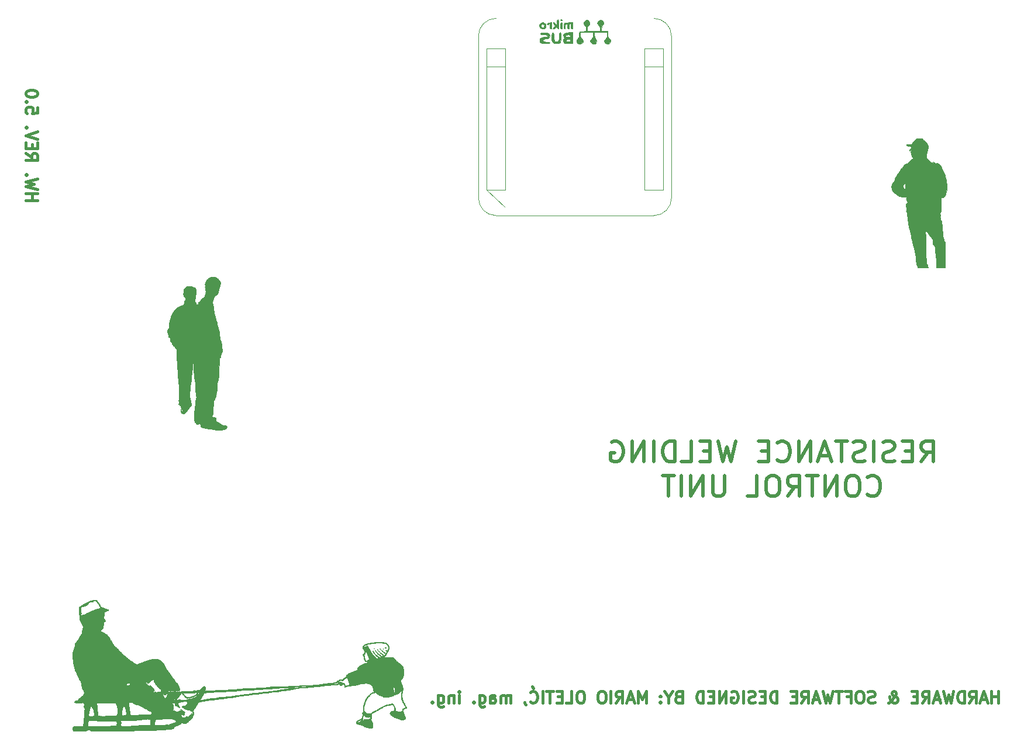
<source format=gbr>
G04 #@! TF.GenerationSoftware,KiCad,Pcbnew,(5.1.5)-3*
G04 #@! TF.CreationDate,2020-07-01T12:55:52+02:00*
G04 #@! TF.ProjectId,ControlUnit_v5.0,436f6e74-726f-46c5-956e-69745f76352e,5.0*
G04 #@! TF.SameCoordinates,Original*
G04 #@! TF.FileFunction,Legend,Bot*
G04 #@! TF.FilePolarity,Positive*
%FSLAX46Y46*%
G04 Gerber Fmt 4.6, Leading zero omitted, Abs format (unit mm)*
G04 Created by KiCad (PCBNEW (5.1.5)-3) date 2020-07-01 12:55:52*
%MOMM*%
%LPD*%
G04 APERTURE LIST*
%ADD10C,0.500000*%
%ADD11C,0.400000*%
%ADD12C,0.010000*%
%ADD13C,0.120000*%
G04 APERTURE END LIST*
D10*
X210801428Y-104902142D02*
X211801428Y-103473571D01*
X212515714Y-104902142D02*
X212515714Y-101902142D01*
X211372857Y-101902142D01*
X211087142Y-102045000D01*
X210944285Y-102187857D01*
X210801428Y-102473571D01*
X210801428Y-102902142D01*
X210944285Y-103187857D01*
X211087142Y-103330714D01*
X211372857Y-103473571D01*
X212515714Y-103473571D01*
X209515714Y-103330714D02*
X208515714Y-103330714D01*
X208087142Y-104902142D02*
X209515714Y-104902142D01*
X209515714Y-101902142D01*
X208087142Y-101902142D01*
X206944285Y-104759285D02*
X206515714Y-104902142D01*
X205801428Y-104902142D01*
X205515714Y-104759285D01*
X205372857Y-104616428D01*
X205230000Y-104330714D01*
X205230000Y-104045000D01*
X205372857Y-103759285D01*
X205515714Y-103616428D01*
X205801428Y-103473571D01*
X206372857Y-103330714D01*
X206658571Y-103187857D01*
X206801428Y-103045000D01*
X206944285Y-102759285D01*
X206944285Y-102473571D01*
X206801428Y-102187857D01*
X206658571Y-102045000D01*
X206372857Y-101902142D01*
X205658571Y-101902142D01*
X205230000Y-102045000D01*
X203944285Y-104902142D02*
X203944285Y-101902142D01*
X202658571Y-104759285D02*
X202230000Y-104902142D01*
X201515714Y-104902142D01*
X201230000Y-104759285D01*
X201087142Y-104616428D01*
X200944285Y-104330714D01*
X200944285Y-104045000D01*
X201087142Y-103759285D01*
X201230000Y-103616428D01*
X201515714Y-103473571D01*
X202087142Y-103330714D01*
X202372857Y-103187857D01*
X202515714Y-103045000D01*
X202658571Y-102759285D01*
X202658571Y-102473571D01*
X202515714Y-102187857D01*
X202372857Y-102045000D01*
X202087142Y-101902142D01*
X201372857Y-101902142D01*
X200944285Y-102045000D01*
X200087142Y-101902142D02*
X198372857Y-101902142D01*
X199230000Y-104902142D02*
X199230000Y-101902142D01*
X197515714Y-104045000D02*
X196087142Y-104045000D01*
X197801428Y-104902142D02*
X196801428Y-101902142D01*
X195801428Y-104902142D01*
X194801428Y-104902142D02*
X194801428Y-101902142D01*
X193087142Y-104902142D01*
X193087142Y-101902142D01*
X189944285Y-104616428D02*
X190087142Y-104759285D01*
X190515714Y-104902142D01*
X190801428Y-104902142D01*
X191230000Y-104759285D01*
X191515714Y-104473571D01*
X191658571Y-104187857D01*
X191801428Y-103616428D01*
X191801428Y-103187857D01*
X191658571Y-102616428D01*
X191515714Y-102330714D01*
X191230000Y-102045000D01*
X190801428Y-101902142D01*
X190515714Y-101902142D01*
X190087142Y-102045000D01*
X189944285Y-102187857D01*
X188658571Y-103330714D02*
X187658571Y-103330714D01*
X187230000Y-104902142D02*
X188658571Y-104902142D01*
X188658571Y-101902142D01*
X187230000Y-101902142D01*
X183944285Y-101902142D02*
X183230000Y-104902142D01*
X182658571Y-102759285D01*
X182087142Y-104902142D01*
X181372857Y-101902142D01*
X180230000Y-103330714D02*
X179230000Y-103330714D01*
X178801428Y-104902142D02*
X180230000Y-104902142D01*
X180230000Y-101902142D01*
X178801428Y-101902142D01*
X176087142Y-104902142D02*
X177515714Y-104902142D01*
X177515714Y-101902142D01*
X175087142Y-104902142D02*
X175087142Y-101902142D01*
X174372857Y-101902142D01*
X173944285Y-102045000D01*
X173658571Y-102330714D01*
X173515714Y-102616428D01*
X173372857Y-103187857D01*
X173372857Y-103616428D01*
X173515714Y-104187857D01*
X173658571Y-104473571D01*
X173944285Y-104759285D01*
X174372857Y-104902142D01*
X175087142Y-104902142D01*
X172087142Y-104902142D02*
X172087142Y-101902142D01*
X170658571Y-104902142D02*
X170658571Y-101902142D01*
X168944285Y-104902142D01*
X168944285Y-101902142D01*
X165944285Y-102045000D02*
X166230000Y-101902142D01*
X166658571Y-101902142D01*
X167087142Y-102045000D01*
X167372857Y-102330714D01*
X167515714Y-102616428D01*
X167658571Y-103187857D01*
X167658571Y-103616428D01*
X167515714Y-104187857D01*
X167372857Y-104473571D01*
X167087142Y-104759285D01*
X166658571Y-104902142D01*
X166372857Y-104902142D01*
X165944285Y-104759285D01*
X165801428Y-104616428D01*
X165801428Y-103616428D01*
X166372857Y-103616428D01*
X203015714Y-109616428D02*
X203158571Y-109759285D01*
X203587142Y-109902142D01*
X203872857Y-109902142D01*
X204301428Y-109759285D01*
X204587142Y-109473571D01*
X204730000Y-109187857D01*
X204872857Y-108616428D01*
X204872857Y-108187857D01*
X204730000Y-107616428D01*
X204587142Y-107330714D01*
X204301428Y-107045000D01*
X203872857Y-106902142D01*
X203587142Y-106902142D01*
X203158571Y-107045000D01*
X203015714Y-107187857D01*
X201158571Y-106902142D02*
X200587142Y-106902142D01*
X200301428Y-107045000D01*
X200015714Y-107330714D01*
X199872857Y-107902142D01*
X199872857Y-108902142D01*
X200015714Y-109473571D01*
X200301428Y-109759285D01*
X200587142Y-109902142D01*
X201158571Y-109902142D01*
X201444285Y-109759285D01*
X201730000Y-109473571D01*
X201872857Y-108902142D01*
X201872857Y-107902142D01*
X201730000Y-107330714D01*
X201444285Y-107045000D01*
X201158571Y-106902142D01*
X198587142Y-109902142D02*
X198587142Y-106902142D01*
X196872857Y-109902142D01*
X196872857Y-106902142D01*
X195872857Y-106902142D02*
X194158571Y-106902142D01*
X195015714Y-109902142D02*
X195015714Y-106902142D01*
X191444285Y-109902142D02*
X192444285Y-108473571D01*
X193158571Y-109902142D02*
X193158571Y-106902142D01*
X192015714Y-106902142D01*
X191730000Y-107045000D01*
X191587142Y-107187857D01*
X191444285Y-107473571D01*
X191444285Y-107902142D01*
X191587142Y-108187857D01*
X191730000Y-108330714D01*
X192015714Y-108473571D01*
X193158571Y-108473571D01*
X189587142Y-106902142D02*
X189015714Y-106902142D01*
X188730000Y-107045000D01*
X188444285Y-107330714D01*
X188301428Y-107902142D01*
X188301428Y-108902142D01*
X188444285Y-109473571D01*
X188730000Y-109759285D01*
X189015714Y-109902142D01*
X189587142Y-109902142D01*
X189872857Y-109759285D01*
X190158571Y-109473571D01*
X190301428Y-108902142D01*
X190301428Y-107902142D01*
X190158571Y-107330714D01*
X189872857Y-107045000D01*
X189587142Y-106902142D01*
X185587142Y-109902142D02*
X187015714Y-109902142D01*
X187015714Y-106902142D01*
X182301428Y-106902142D02*
X182301428Y-109330714D01*
X182158571Y-109616428D01*
X182015714Y-109759285D01*
X181730000Y-109902142D01*
X181158571Y-109902142D01*
X180872857Y-109759285D01*
X180730000Y-109616428D01*
X180587142Y-109330714D01*
X180587142Y-106902142D01*
X179158571Y-109902142D02*
X179158571Y-106902142D01*
X177444285Y-109902142D01*
X177444285Y-106902142D01*
X176015714Y-109902142D02*
X176015714Y-106902142D01*
X175015714Y-106902142D02*
X173301428Y-106902142D01*
X174158571Y-109902142D02*
X174158571Y-106902142D01*
D11*
X81145952Y-66988333D02*
X82845952Y-66988333D01*
X82036428Y-66988333D02*
X82036428Y-66016904D01*
X81145952Y-66016904D02*
X82845952Y-66016904D01*
X82845952Y-65369285D02*
X81145952Y-64964523D01*
X82360238Y-64640714D01*
X81145952Y-64316904D01*
X82845952Y-63912142D01*
X81307857Y-63264523D02*
X81226904Y-63183571D01*
X81145952Y-63264523D01*
X81226904Y-63345476D01*
X81307857Y-63264523D01*
X81145952Y-63264523D01*
X81145952Y-60188333D02*
X81955476Y-60755000D01*
X81145952Y-61159761D02*
X82845952Y-61159761D01*
X82845952Y-60512142D01*
X82765000Y-60350238D01*
X82684047Y-60269285D01*
X82522142Y-60188333D01*
X82279285Y-60188333D01*
X82117380Y-60269285D01*
X82036428Y-60350238D01*
X81955476Y-60512142D01*
X81955476Y-61159761D01*
X82036428Y-59459761D02*
X82036428Y-58893095D01*
X81145952Y-58650238D02*
X81145952Y-59459761D01*
X82845952Y-59459761D01*
X82845952Y-58650238D01*
X82845952Y-58164523D02*
X81145952Y-57597857D01*
X82845952Y-57031190D01*
X81307857Y-56464523D02*
X81226904Y-56383571D01*
X81145952Y-56464523D01*
X81226904Y-56545476D01*
X81307857Y-56464523D01*
X81145952Y-56464523D01*
X82845952Y-53550238D02*
X82845952Y-54359761D01*
X82036428Y-54440714D01*
X82117380Y-54359761D01*
X82198333Y-54197857D01*
X82198333Y-53793095D01*
X82117380Y-53631190D01*
X82036428Y-53550238D01*
X81874523Y-53469285D01*
X81469761Y-53469285D01*
X81307857Y-53550238D01*
X81226904Y-53631190D01*
X81145952Y-53793095D01*
X81145952Y-54197857D01*
X81226904Y-54359761D01*
X81307857Y-54440714D01*
X81307857Y-52740714D02*
X81226904Y-52659761D01*
X81145952Y-52740714D01*
X81226904Y-52821666D01*
X81307857Y-52740714D01*
X81145952Y-52740714D01*
X82845952Y-51607380D02*
X82845952Y-51445476D01*
X82765000Y-51283571D01*
X82684047Y-51202619D01*
X82522142Y-51121666D01*
X82198333Y-51040714D01*
X81793571Y-51040714D01*
X81469761Y-51121666D01*
X81307857Y-51202619D01*
X81226904Y-51283571D01*
X81145952Y-51445476D01*
X81145952Y-51607380D01*
X81226904Y-51769285D01*
X81307857Y-51850238D01*
X81469761Y-51931190D01*
X81793571Y-52012142D01*
X82198333Y-52012142D01*
X82522142Y-51931190D01*
X82684047Y-51850238D01*
X82765000Y-51769285D01*
X82845952Y-51607380D01*
X221936904Y-139834047D02*
X221936904Y-138134047D01*
X221936904Y-138943571D02*
X220965476Y-138943571D01*
X220965476Y-139834047D02*
X220965476Y-138134047D01*
X220236904Y-139348333D02*
X219427380Y-139348333D01*
X220398809Y-139834047D02*
X219832142Y-138134047D01*
X219265476Y-139834047D01*
X217727380Y-139834047D02*
X218294047Y-139024523D01*
X218698809Y-139834047D02*
X218698809Y-138134047D01*
X218051190Y-138134047D01*
X217889285Y-138215000D01*
X217808333Y-138295952D01*
X217727380Y-138457857D01*
X217727380Y-138700714D01*
X217808333Y-138862619D01*
X217889285Y-138943571D01*
X218051190Y-139024523D01*
X218698809Y-139024523D01*
X216998809Y-139834047D02*
X216998809Y-138134047D01*
X216594047Y-138134047D01*
X216351190Y-138215000D01*
X216189285Y-138376904D01*
X216108333Y-138538809D01*
X216027380Y-138862619D01*
X216027380Y-139105476D01*
X216108333Y-139429285D01*
X216189285Y-139591190D01*
X216351190Y-139753095D01*
X216594047Y-139834047D01*
X216998809Y-139834047D01*
X215460714Y-138134047D02*
X215055952Y-139834047D01*
X214732142Y-138619761D01*
X214408333Y-139834047D01*
X214003571Y-138134047D01*
X213436904Y-139348333D02*
X212627380Y-139348333D01*
X213598809Y-139834047D02*
X213032142Y-138134047D01*
X212465476Y-139834047D01*
X210927380Y-139834047D02*
X211494047Y-139024523D01*
X211898809Y-139834047D02*
X211898809Y-138134047D01*
X211251190Y-138134047D01*
X211089285Y-138215000D01*
X211008333Y-138295952D01*
X210927380Y-138457857D01*
X210927380Y-138700714D01*
X211008333Y-138862619D01*
X211089285Y-138943571D01*
X211251190Y-139024523D01*
X211898809Y-139024523D01*
X210198809Y-138943571D02*
X209632142Y-138943571D01*
X209389285Y-139834047D02*
X210198809Y-139834047D01*
X210198809Y-138134047D01*
X209389285Y-138134047D01*
X205989285Y-139834047D02*
X206070238Y-139834047D01*
X206232142Y-139753095D01*
X206475000Y-139510238D01*
X206879761Y-139024523D01*
X207041666Y-138781666D01*
X207122619Y-138538809D01*
X207122619Y-138376904D01*
X207041666Y-138215000D01*
X206879761Y-138134047D01*
X206798809Y-138134047D01*
X206636904Y-138215000D01*
X206555952Y-138376904D01*
X206555952Y-138457857D01*
X206636904Y-138619761D01*
X206717857Y-138700714D01*
X207203571Y-139024523D01*
X207284523Y-139105476D01*
X207365476Y-139267380D01*
X207365476Y-139510238D01*
X207284523Y-139672142D01*
X207203571Y-139753095D01*
X207041666Y-139834047D01*
X206798809Y-139834047D01*
X206636904Y-139753095D01*
X206555952Y-139672142D01*
X206313095Y-139348333D01*
X206232142Y-139105476D01*
X206232142Y-138943571D01*
X204046428Y-139753095D02*
X203803571Y-139834047D01*
X203398809Y-139834047D01*
X203236904Y-139753095D01*
X203155952Y-139672142D01*
X203075000Y-139510238D01*
X203075000Y-139348333D01*
X203155952Y-139186428D01*
X203236904Y-139105476D01*
X203398809Y-139024523D01*
X203722619Y-138943571D01*
X203884523Y-138862619D01*
X203965476Y-138781666D01*
X204046428Y-138619761D01*
X204046428Y-138457857D01*
X203965476Y-138295952D01*
X203884523Y-138215000D01*
X203722619Y-138134047D01*
X203317857Y-138134047D01*
X203075000Y-138215000D01*
X202022619Y-138134047D02*
X201698809Y-138134047D01*
X201536904Y-138215000D01*
X201375000Y-138376904D01*
X201294047Y-138700714D01*
X201294047Y-139267380D01*
X201375000Y-139591190D01*
X201536904Y-139753095D01*
X201698809Y-139834047D01*
X202022619Y-139834047D01*
X202184523Y-139753095D01*
X202346428Y-139591190D01*
X202427380Y-139267380D01*
X202427380Y-138700714D01*
X202346428Y-138376904D01*
X202184523Y-138215000D01*
X202022619Y-138134047D01*
X199998809Y-138943571D02*
X200565476Y-138943571D01*
X200565476Y-139834047D02*
X200565476Y-138134047D01*
X199755952Y-138134047D01*
X199351190Y-138134047D02*
X198379761Y-138134047D01*
X198865476Y-139834047D02*
X198865476Y-138134047D01*
X197975000Y-138134047D02*
X197570238Y-139834047D01*
X197246428Y-138619761D01*
X196922619Y-139834047D01*
X196517857Y-138134047D01*
X195951190Y-139348333D02*
X195141666Y-139348333D01*
X196113095Y-139834047D02*
X195546428Y-138134047D01*
X194979761Y-139834047D01*
X193441666Y-139834047D02*
X194008333Y-139024523D01*
X194413095Y-139834047D02*
X194413095Y-138134047D01*
X193765476Y-138134047D01*
X193603571Y-138215000D01*
X193522619Y-138295952D01*
X193441666Y-138457857D01*
X193441666Y-138700714D01*
X193522619Y-138862619D01*
X193603571Y-138943571D01*
X193765476Y-139024523D01*
X194413095Y-139024523D01*
X192713095Y-138943571D02*
X192146428Y-138943571D01*
X191903571Y-139834047D02*
X192713095Y-139834047D01*
X192713095Y-138134047D01*
X191903571Y-138134047D01*
X189879761Y-139834047D02*
X189879761Y-138134047D01*
X189475000Y-138134047D01*
X189232142Y-138215000D01*
X189070238Y-138376904D01*
X188989285Y-138538809D01*
X188908333Y-138862619D01*
X188908333Y-139105476D01*
X188989285Y-139429285D01*
X189070238Y-139591190D01*
X189232142Y-139753095D01*
X189475000Y-139834047D01*
X189879761Y-139834047D01*
X188179761Y-138943571D02*
X187613095Y-138943571D01*
X187370238Y-139834047D02*
X188179761Y-139834047D01*
X188179761Y-138134047D01*
X187370238Y-138134047D01*
X186722619Y-139753095D02*
X186479761Y-139834047D01*
X186075000Y-139834047D01*
X185913095Y-139753095D01*
X185832142Y-139672142D01*
X185751190Y-139510238D01*
X185751190Y-139348333D01*
X185832142Y-139186428D01*
X185913095Y-139105476D01*
X186075000Y-139024523D01*
X186398809Y-138943571D01*
X186560714Y-138862619D01*
X186641666Y-138781666D01*
X186722619Y-138619761D01*
X186722619Y-138457857D01*
X186641666Y-138295952D01*
X186560714Y-138215000D01*
X186398809Y-138134047D01*
X185994047Y-138134047D01*
X185751190Y-138215000D01*
X185022619Y-139834047D02*
X185022619Y-138134047D01*
X183322619Y-138215000D02*
X183484523Y-138134047D01*
X183727380Y-138134047D01*
X183970238Y-138215000D01*
X184132142Y-138376904D01*
X184213095Y-138538809D01*
X184294047Y-138862619D01*
X184294047Y-139105476D01*
X184213095Y-139429285D01*
X184132142Y-139591190D01*
X183970238Y-139753095D01*
X183727380Y-139834047D01*
X183565476Y-139834047D01*
X183322619Y-139753095D01*
X183241666Y-139672142D01*
X183241666Y-139105476D01*
X183565476Y-139105476D01*
X182513095Y-139834047D02*
X182513095Y-138134047D01*
X181541666Y-139834047D01*
X181541666Y-138134047D01*
X180732142Y-138943571D02*
X180165476Y-138943571D01*
X179922619Y-139834047D02*
X180732142Y-139834047D01*
X180732142Y-138134047D01*
X179922619Y-138134047D01*
X179194047Y-139834047D02*
X179194047Y-138134047D01*
X178789285Y-138134047D01*
X178546428Y-138215000D01*
X178384523Y-138376904D01*
X178303571Y-138538809D01*
X178222619Y-138862619D01*
X178222619Y-139105476D01*
X178303571Y-139429285D01*
X178384523Y-139591190D01*
X178546428Y-139753095D01*
X178789285Y-139834047D01*
X179194047Y-139834047D01*
X175632142Y-138943571D02*
X175389285Y-139024523D01*
X175308333Y-139105476D01*
X175227380Y-139267380D01*
X175227380Y-139510238D01*
X175308333Y-139672142D01*
X175389285Y-139753095D01*
X175551190Y-139834047D01*
X176198809Y-139834047D01*
X176198809Y-138134047D01*
X175632142Y-138134047D01*
X175470238Y-138215000D01*
X175389285Y-138295952D01*
X175308333Y-138457857D01*
X175308333Y-138619761D01*
X175389285Y-138781666D01*
X175470238Y-138862619D01*
X175632142Y-138943571D01*
X176198809Y-138943571D01*
X174175000Y-139024523D02*
X174175000Y-139834047D01*
X174741666Y-138134047D02*
X174175000Y-139024523D01*
X173608333Y-138134047D01*
X173041666Y-139672142D02*
X172960714Y-139753095D01*
X173041666Y-139834047D01*
X173122619Y-139753095D01*
X173041666Y-139672142D01*
X173041666Y-139834047D01*
X173041666Y-138781666D02*
X172960714Y-138862619D01*
X173041666Y-138943571D01*
X173122619Y-138862619D01*
X173041666Y-138781666D01*
X173041666Y-138943571D01*
X170936904Y-139834047D02*
X170936904Y-138134047D01*
X170370238Y-139348333D01*
X169803571Y-138134047D01*
X169803571Y-139834047D01*
X169075000Y-139348333D02*
X168265476Y-139348333D01*
X169236904Y-139834047D02*
X168670238Y-138134047D01*
X168103571Y-139834047D01*
X166565476Y-139834047D02*
X167132142Y-139024523D01*
X167536904Y-139834047D02*
X167536904Y-138134047D01*
X166889285Y-138134047D01*
X166727380Y-138215000D01*
X166646428Y-138295952D01*
X166565476Y-138457857D01*
X166565476Y-138700714D01*
X166646428Y-138862619D01*
X166727380Y-138943571D01*
X166889285Y-139024523D01*
X167536904Y-139024523D01*
X165836904Y-139834047D02*
X165836904Y-138134047D01*
X164703571Y-138134047D02*
X164379761Y-138134047D01*
X164217857Y-138215000D01*
X164055952Y-138376904D01*
X163975000Y-138700714D01*
X163975000Y-139267380D01*
X164055952Y-139591190D01*
X164217857Y-139753095D01*
X164379761Y-139834047D01*
X164703571Y-139834047D01*
X164865476Y-139753095D01*
X165027380Y-139591190D01*
X165108333Y-139267380D01*
X165108333Y-138700714D01*
X165027380Y-138376904D01*
X164865476Y-138215000D01*
X164703571Y-138134047D01*
X161627380Y-138134047D02*
X161303571Y-138134047D01*
X161141666Y-138215000D01*
X160979761Y-138376904D01*
X160898809Y-138700714D01*
X160898809Y-139267380D01*
X160979761Y-139591190D01*
X161141666Y-139753095D01*
X161303571Y-139834047D01*
X161627380Y-139834047D01*
X161789285Y-139753095D01*
X161951190Y-139591190D01*
X162032142Y-139267380D01*
X162032142Y-138700714D01*
X161951190Y-138376904D01*
X161789285Y-138215000D01*
X161627380Y-138134047D01*
X159360714Y-139834047D02*
X160170238Y-139834047D01*
X160170238Y-138134047D01*
X158794047Y-138943571D02*
X158227380Y-138943571D01*
X157984523Y-139834047D02*
X158794047Y-139834047D01*
X158794047Y-138134047D01*
X157984523Y-138134047D01*
X157498809Y-138134047D02*
X156527380Y-138134047D01*
X157013095Y-139834047D02*
X157013095Y-138134047D01*
X155960714Y-139834047D02*
X155960714Y-138134047D01*
X154179761Y-139672142D02*
X154260714Y-139753095D01*
X154503571Y-139834047D01*
X154665476Y-139834047D01*
X154908333Y-139753095D01*
X155070238Y-139591190D01*
X155151190Y-139429285D01*
X155232142Y-139105476D01*
X155232142Y-138862619D01*
X155151190Y-138538809D01*
X155070238Y-138376904D01*
X154908333Y-138215000D01*
X154665476Y-138134047D01*
X154503571Y-138134047D01*
X154260714Y-138215000D01*
X154179761Y-138295952D01*
X154422619Y-137486428D02*
X154665476Y-137729285D01*
X153370238Y-139753095D02*
X153370238Y-139834047D01*
X153451190Y-139995952D01*
X153532142Y-140076904D01*
X151346428Y-139834047D02*
X151346428Y-138700714D01*
X151346428Y-138862619D02*
X151265476Y-138781666D01*
X151103571Y-138700714D01*
X150860714Y-138700714D01*
X150698809Y-138781666D01*
X150617857Y-138943571D01*
X150617857Y-139834047D01*
X150617857Y-138943571D02*
X150536904Y-138781666D01*
X150375000Y-138700714D01*
X150132142Y-138700714D01*
X149970238Y-138781666D01*
X149889285Y-138943571D01*
X149889285Y-139834047D01*
X148351190Y-139834047D02*
X148351190Y-138943571D01*
X148432142Y-138781666D01*
X148594047Y-138700714D01*
X148917857Y-138700714D01*
X149079761Y-138781666D01*
X148351190Y-139753095D02*
X148513095Y-139834047D01*
X148917857Y-139834047D01*
X149079761Y-139753095D01*
X149160714Y-139591190D01*
X149160714Y-139429285D01*
X149079761Y-139267380D01*
X148917857Y-139186428D01*
X148513095Y-139186428D01*
X148351190Y-139105476D01*
X146813095Y-138700714D02*
X146813095Y-140076904D01*
X146894047Y-140238809D01*
X146975000Y-140319761D01*
X147136904Y-140400714D01*
X147379761Y-140400714D01*
X147541666Y-140319761D01*
X146813095Y-139753095D02*
X146975000Y-139834047D01*
X147298809Y-139834047D01*
X147460714Y-139753095D01*
X147541666Y-139672142D01*
X147622619Y-139510238D01*
X147622619Y-139024523D01*
X147541666Y-138862619D01*
X147460714Y-138781666D01*
X147298809Y-138700714D01*
X146975000Y-138700714D01*
X146813095Y-138781666D01*
X146003571Y-139672142D02*
X145922619Y-139753095D01*
X146003571Y-139834047D01*
X146084523Y-139753095D01*
X146003571Y-139672142D01*
X146003571Y-139834047D01*
X143898809Y-139834047D02*
X143898809Y-138700714D01*
X143898809Y-138134047D02*
X143979761Y-138215000D01*
X143898809Y-138295952D01*
X143817857Y-138215000D01*
X143898809Y-138134047D01*
X143898809Y-138295952D01*
X143089285Y-138700714D02*
X143089285Y-139834047D01*
X143089285Y-138862619D02*
X143008333Y-138781666D01*
X142846428Y-138700714D01*
X142603571Y-138700714D01*
X142441666Y-138781666D01*
X142360714Y-138943571D01*
X142360714Y-139834047D01*
X140822619Y-138700714D02*
X140822619Y-140076904D01*
X140903571Y-140238809D01*
X140984523Y-140319761D01*
X141146428Y-140400714D01*
X141389285Y-140400714D01*
X141551190Y-140319761D01*
X140822619Y-139753095D02*
X140984523Y-139834047D01*
X141308333Y-139834047D01*
X141470238Y-139753095D01*
X141551190Y-139672142D01*
X141632142Y-139510238D01*
X141632142Y-139024523D01*
X141551190Y-138862619D01*
X141470238Y-138781666D01*
X141308333Y-138700714D01*
X140984523Y-138700714D01*
X140822619Y-138781666D01*
X140013095Y-139672142D02*
X139932142Y-139753095D01*
X140013095Y-139834047D01*
X140094047Y-139753095D01*
X140013095Y-139672142D01*
X140013095Y-139834047D01*
D12*
G36*
X108329221Y-78089307D02*
G01*
X108232500Y-78094161D01*
X108208063Y-78095621D01*
X108096475Y-78103776D01*
X108017924Y-78113129D01*
X107966373Y-78124712D01*
X107935783Y-78139554D01*
X107931950Y-78142729D01*
X107888575Y-78170067D01*
X107830990Y-78193140D01*
X107825311Y-78194778D01*
X107779604Y-78211662D01*
X107755652Y-78228830D01*
X107754615Y-78232165D01*
X107737588Y-78247607D01*
X107694709Y-78265491D01*
X107672419Y-78272165D01*
X107590409Y-78310610D01*
X107515546Y-78379136D01*
X107460263Y-78435523D01*
X107401634Y-78485747D01*
X107373050Y-78505888D01*
X107330311Y-78537658D01*
X107306802Y-78565546D01*
X107305230Y-78571609D01*
X107292595Y-78605918D01*
X107283722Y-78616923D01*
X107263981Y-78647092D01*
X107235200Y-78703306D01*
X107201783Y-78775387D01*
X107168135Y-78853155D01*
X107138660Y-78926434D01*
X107117762Y-78985043D01*
X107109846Y-79018759D01*
X107100684Y-79065848D01*
X107088708Y-79094680D01*
X107077469Y-79143055D01*
X107078810Y-79213840D01*
X107080772Y-79230165D01*
X107092039Y-79289561D01*
X107107595Y-79318637D01*
X107131218Y-79326154D01*
X107162056Y-79330294D01*
X107162751Y-79346626D01*
X107133118Y-79381014D01*
X107129384Y-79384769D01*
X107108113Y-79413469D01*
X107096074Y-79453384D01*
X107090980Y-79515178D01*
X107090307Y-79567128D01*
X107092181Y-79638890D01*
X107097121Y-79694841D01*
X107104105Y-79723964D01*
X107104961Y-79725064D01*
X107117392Y-79753992D01*
X107123689Y-79791820D01*
X107134093Y-79910886D01*
X107144365Y-79995471D01*
X107155428Y-80050157D01*
X107168206Y-80079523D01*
X107183399Y-80088153D01*
X107198587Y-80094098D01*
X107205936Y-80117032D01*
X107206467Y-80164604D01*
X107202347Y-80229807D01*
X107195215Y-80317070D01*
X107188075Y-80375771D01*
X107178224Y-80416335D01*
X107162959Y-80449185D01*
X107139575Y-80484743D01*
X107134269Y-80492273D01*
X107100538Y-80547549D01*
X107094629Y-80588777D01*
X107117342Y-80630135D01*
X107143695Y-80659509D01*
X107176215Y-80698449D01*
X107180840Y-80721505D01*
X107170840Y-80731453D01*
X107131311Y-80740298D01*
X107104827Y-80737271D01*
X107076574Y-80735379D01*
X107072218Y-80757865D01*
X107075169Y-80773859D01*
X107088905Y-80824932D01*
X107098977Y-80853273D01*
X107098016Y-80884585D01*
X107077067Y-80897205D01*
X107044297Y-80919914D01*
X107005473Y-80962766D01*
X106993484Y-80979310D01*
X106948628Y-81031575D01*
X106887368Y-81086668D01*
X106851864Y-81112971D01*
X106809912Y-81145479D01*
X106745930Y-81200463D01*
X106665564Y-81272811D01*
X106574459Y-81357413D01*
X106478262Y-81449158D01*
X106447526Y-81478994D01*
X106345805Y-81578621D01*
X106268936Y-81655397D01*
X106213483Y-81713434D01*
X106176009Y-81756840D01*
X106153080Y-81789726D01*
X106141259Y-81816202D01*
X106137111Y-81840377D01*
X106136830Y-81850655D01*
X106122297Y-81927273D01*
X106083921Y-81999321D01*
X106029542Y-82058111D01*
X105966996Y-82094958D01*
X105909925Y-82102142D01*
X105865700Y-82087592D01*
X105813074Y-82059086D01*
X105764007Y-82024694D01*
X105730460Y-81992487D01*
X105722615Y-81975762D01*
X105736389Y-81941743D01*
X105751923Y-81924769D01*
X105773887Y-81892946D01*
X105780669Y-81856350D01*
X105770961Y-81830787D01*
X105760002Y-81827077D01*
X105733272Y-81816409D01*
X105687423Y-81789016D01*
X105652540Y-81765149D01*
X105601433Y-81725048D01*
X105575669Y-81691490D01*
X105566917Y-81651195D01*
X105566307Y-81627752D01*
X105574491Y-81555735D01*
X105594283Y-81485372D01*
X105595284Y-81482933D01*
X105619157Y-81408639D01*
X105642654Y-81304553D01*
X105664168Y-81179940D01*
X105682094Y-81044066D01*
X105694591Y-80909546D01*
X105703756Y-80807983D01*
X105716049Y-80735110D01*
X105734407Y-80680541D01*
X105761763Y-80633889D01*
X105778856Y-80611380D01*
X105789450Y-80590160D01*
X105795900Y-80554352D01*
X105798454Y-80497983D01*
X105797365Y-80415079D01*
X105792882Y-80299668D01*
X105792391Y-80288996D01*
X105786476Y-80185947D01*
X105779207Y-80096551D01*
X105771351Y-80028200D01*
X105763671Y-79988288D01*
X105760574Y-79981669D01*
X105747411Y-79950237D01*
X105742154Y-79902989D01*
X105725382Y-79838276D01*
X105683164Y-79767399D01*
X105543978Y-79767399D01*
X105538919Y-79791041D01*
X105527230Y-79795077D01*
X105508810Y-79779804D01*
X105507692Y-79772192D01*
X105495614Y-79740749D01*
X105476697Y-79715058D01*
X105456532Y-79689891D01*
X105464863Y-79684100D01*
X105480194Y-79685871D01*
X105509142Y-79702106D01*
X105532228Y-79733518D01*
X105543978Y-79767399D01*
X105683164Y-79767399D01*
X105675197Y-79754025D01*
X105661970Y-79735935D01*
X105612837Y-79675133D01*
X105572338Y-79639562D01*
X105529326Y-79620751D01*
X105502525Y-79614829D01*
X105432805Y-79593528D01*
X105363469Y-79559383D01*
X105353132Y-79552689D01*
X105287563Y-79517727D01*
X105216434Y-79493419D01*
X105204846Y-79491043D01*
X105147855Y-79477005D01*
X105105189Y-79459474D01*
X105099280Y-79455490D01*
X105063130Y-79443006D01*
X104997425Y-79434662D01*
X104911455Y-79430375D01*
X104814514Y-79430061D01*
X104715892Y-79433636D01*
X104624881Y-79441017D01*
X104550774Y-79452121D01*
X104517705Y-79460731D01*
X104367942Y-79530902D01*
X104234891Y-79631723D01*
X104163143Y-79709309D01*
X104115002Y-79767243D01*
X104069709Y-79817625D01*
X104044680Y-79842484D01*
X104017879Y-79875655D01*
X104024060Y-79893567D01*
X104034626Y-79913956D01*
X104033926Y-79959349D01*
X104022700Y-80031775D01*
X104009355Y-80109825D01*
X103998650Y-80183186D01*
X103993948Y-80224923D01*
X103983991Y-80313997D01*
X103970285Y-80395421D01*
X103955101Y-80457038D01*
X103946505Y-80478923D01*
X103939089Y-80519389D01*
X103940985Y-80583857D01*
X103950320Y-80658885D01*
X103965222Y-80731033D01*
X103983818Y-80786861D01*
X103991357Y-80800838D01*
X104014263Y-80842909D01*
X104022769Y-80871178D01*
X104034648Y-80896519D01*
X104065064Y-80940860D01*
X104106186Y-80994360D01*
X104150181Y-81047180D01*
X104189219Y-81089480D01*
X104212749Y-81109875D01*
X104247302Y-81150198D01*
X104276306Y-81216682D01*
X104296564Y-81296479D01*
X104304879Y-81376743D01*
X104298053Y-81444629D01*
X104296990Y-81448371D01*
X104285081Y-81480098D01*
X104278633Y-81482021D01*
X104278448Y-81480269D01*
X104263109Y-81456931D01*
X104228090Y-81456191D01*
X104182476Y-81474198D01*
X104135355Y-81507103D01*
X104095814Y-81551055D01*
X104090056Y-81560088D01*
X104070526Y-81602445D01*
X104059733Y-81654897D01*
X104056027Y-81728556D01*
X104056484Y-81785923D01*
X104052092Y-81913607D01*
X104030363Y-82011003D01*
X103987194Y-82084586D01*
X103918485Y-82140835D01*
X103820135Y-82186227D01*
X103798077Y-82194050D01*
X103730072Y-82219187D01*
X103639999Y-82255018D01*
X103541368Y-82296079D01*
X103475692Y-82324467D01*
X103372445Y-82370312D01*
X103290484Y-82408035D01*
X103215100Y-82444723D01*
X103131585Y-82487467D01*
X103063876Y-82522961D01*
X103013398Y-82558730D01*
X102945174Y-82620102D01*
X102864525Y-82701138D01*
X102776771Y-82795897D01*
X102687232Y-82898442D01*
X102601229Y-83002832D01*
X102524082Y-83103128D01*
X102461113Y-83193390D01*
X102455474Y-83202147D01*
X102436790Y-83237563D01*
X102412558Y-83290877D01*
X102388320Y-83348829D01*
X102369620Y-83398157D01*
X102362001Y-83425602D01*
X102362000Y-83425766D01*
X102348571Y-83452050D01*
X102331851Y-83469005D01*
X102302494Y-83506722D01*
X102267122Y-83571974D01*
X102230348Y-83654692D01*
X102196784Y-83744808D01*
X102178590Y-83803591D01*
X102159658Y-83866993D01*
X102132160Y-83953919D01*
X102100379Y-84050991D01*
X102079494Y-84113077D01*
X102041058Y-84226511D01*
X102012997Y-84311373D01*
X101992863Y-84376005D01*
X101978212Y-84428747D01*
X101966596Y-84477942D01*
X101955569Y-84531931D01*
X101953435Y-84542923D01*
X101937754Y-84641639D01*
X101922881Y-84766693D01*
X101909919Y-84905345D01*
X101899974Y-85044856D01*
X101894150Y-85172488D01*
X101893093Y-85238939D01*
X101881447Y-85385801D01*
X101844039Y-85511773D01*
X101777116Y-85628255D01*
X101755406Y-85657136D01*
X101718710Y-85716460D01*
X101684293Y-85792445D01*
X101669137Y-85836751D01*
X101650376Y-85969668D01*
X101666623Y-86115718D01*
X101717446Y-86271567D01*
X101728707Y-86297079D01*
X101757203Y-86372316D01*
X101771780Y-86449932D01*
X101775846Y-86547164D01*
X101781103Y-86653975D01*
X101800084Y-86733208D01*
X101837606Y-86795336D01*
X101898485Y-86850828D01*
X101923885Y-86869032D01*
X101996224Y-86929156D01*
X102051866Y-86995455D01*
X102083656Y-87058443D01*
X102088388Y-87087144D01*
X102080312Y-87126269D01*
X102060337Y-87179332D01*
X102055856Y-87189048D01*
X102038868Y-87229129D01*
X102033354Y-87263700D01*
X102039593Y-87306619D01*
X102057868Y-87371743D01*
X102059687Y-87377761D01*
X102089690Y-87463842D01*
X102119741Y-87517388D01*
X102154753Y-87544636D01*
X102196862Y-87551846D01*
X102232813Y-87561774D01*
X102263677Y-87596925D01*
X102283390Y-87633670D01*
X102307761Y-87694496D01*
X102321674Y-87749344D01*
X102322923Y-87764010D01*
X102334228Y-87820507D01*
X102363721Y-87894703D01*
X102404770Y-87974116D01*
X102450741Y-88046263D01*
X102495003Y-88098664D01*
X102505472Y-88107559D01*
X102564948Y-88140898D01*
X102628423Y-88160094D01*
X102635026Y-88160896D01*
X102683159Y-88171048D01*
X102709550Y-88197899D01*
X102723885Y-88235692D01*
X102765729Y-88346743D01*
X102820614Y-88438746D01*
X102873377Y-88503191D01*
X102916178Y-88557035D01*
X102946770Y-88606868D01*
X102955672Y-88630191D01*
X102958499Y-88660288D01*
X102962350Y-88724367D01*
X102966994Y-88817351D01*
X102972199Y-88934165D01*
X102977733Y-89069733D01*
X102983366Y-89218980D01*
X102986264Y-89300538D01*
X102992434Y-89468408D01*
X102999241Y-89637268D01*
X103006335Y-89799500D01*
X103013366Y-89947490D01*
X103019982Y-90073622D01*
X103025833Y-90170280D01*
X103027179Y-90189538D01*
X103035476Y-90308288D01*
X103044884Y-90450271D01*
X103054386Y-90599701D01*
X103062962Y-90740794D01*
X103065003Y-90775692D01*
X103073231Y-90913066D01*
X103082745Y-91064305D01*
X103092496Y-91213161D01*
X103101434Y-91343384D01*
X103103455Y-91371615D01*
X103115564Y-91541206D01*
X103128874Y-91731481D01*
X103142817Y-91934025D01*
X103156826Y-92140423D01*
X103170335Y-92342257D01*
X103182776Y-92531114D01*
X103193583Y-92698577D01*
X103202189Y-92836231D01*
X103202830Y-92846769D01*
X103210391Y-92954169D01*
X103219262Y-93053112D01*
X103228480Y-93134351D01*
X103237083Y-93188640D01*
X103239449Y-93198461D01*
X103248043Y-93245180D01*
X103256643Y-93320181D01*
X103264193Y-93412688D01*
X103269185Y-93501307D01*
X103277171Y-93618635D01*
X103289798Y-93728905D01*
X103305441Y-93819307D01*
X103313867Y-93853000D01*
X103339218Y-93986791D01*
X103346852Y-94154442D01*
X103346842Y-94155846D01*
X103345494Y-94250705D01*
X103342794Y-94372080D01*
X103338947Y-94514452D01*
X103334159Y-94672302D01*
X103328634Y-94840113D01*
X103322578Y-95012366D01*
X103316196Y-95183543D01*
X103309692Y-95348125D01*
X103303272Y-95500594D01*
X103297141Y-95635433D01*
X103291504Y-95747122D01*
X103286566Y-95830143D01*
X103282948Y-95875230D01*
X103277192Y-95997779D01*
X103282928Y-96124066D01*
X103287538Y-96163330D01*
X103297814Y-96287237D01*
X103289338Y-96392289D01*
X103286407Y-96407561D01*
X103275403Y-96479235D01*
X103278773Y-96528898D01*
X103290384Y-96559288D01*
X103321310Y-96600402D01*
X103375308Y-96654784D01*
X103442955Y-96713998D01*
X103514826Y-96769609D01*
X103558576Y-96799343D01*
X103595679Y-96831187D01*
X103609036Y-96872965D01*
X103609364Y-96906234D01*
X103612288Y-96990515D01*
X103630005Y-97041402D01*
X103664220Y-97062320D01*
X103687208Y-97062700D01*
X103722887Y-97063634D01*
X103739360Y-97083588D01*
X103745916Y-97125256D01*
X103748786Y-97169232D01*
X103742011Y-97180242D01*
X103720296Y-97164156D01*
X103715069Y-97159448D01*
X103682190Y-97133902D01*
X103664407Y-97125692D01*
X103647006Y-97142903D01*
X103623340Y-97187897D01*
X103597267Y-97250712D01*
X103572648Y-97321389D01*
X103553340Y-97389967D01*
X103544512Y-97435140D01*
X103539308Y-97498846D01*
X103546382Y-97552887D01*
X103569036Y-97615088D01*
X103583865Y-97647667D01*
X103629067Y-97726691D01*
X103687284Y-97806425D01*
X103723211Y-97846487D01*
X103809520Y-97932283D01*
X103960106Y-97920931D01*
X104039833Y-97913292D01*
X104090186Y-97903106D01*
X104120864Y-97887387D01*
X104140000Y-97865545D01*
X104172935Y-97824040D01*
X104197582Y-97800870D01*
X104223602Y-97778117D01*
X104268753Y-97735122D01*
X104324931Y-97679670D01*
X104348215Y-97656211D01*
X104431960Y-97564450D01*
X104506158Y-97466523D01*
X104533817Y-97422390D01*
X103908250Y-97422390D01*
X103906330Y-97452500D01*
X103868839Y-97494831D01*
X103861337Y-97501282D01*
X103792739Y-97544777D01*
X103731471Y-97551652D01*
X103679696Y-97527626D01*
X103654116Y-97505699D01*
X103660044Y-97493350D01*
X103675849Y-97486502D01*
X103700330Y-97468274D01*
X103691444Y-97450738D01*
X103654570Y-97439655D01*
X103630847Y-97438307D01*
X103586430Y-97427720D01*
X103573725Y-97395580D01*
X103592681Y-97341319D01*
X103618124Y-97299543D01*
X103662219Y-97248799D01*
X103700107Y-97235994D01*
X103731037Y-97261267D01*
X103739210Y-97277115D01*
X103762982Y-97310917D01*
X103783171Y-97321077D01*
X103804540Y-97330143D01*
X103805532Y-97335730D01*
X103804673Y-97365999D01*
X103805532Y-97386969D01*
X103812251Y-97411641D01*
X103833413Y-97402274D01*
X103837154Y-97399230D01*
X103861951Y-97366576D01*
X103866461Y-97349145D01*
X103881118Y-97315913D01*
X103888833Y-97309557D01*
X103903508Y-97311478D01*
X103901553Y-97346217D01*
X103900020Y-97394041D01*
X103908250Y-97422390D01*
X104533817Y-97422390D01*
X104577791Y-97352225D01*
X104653835Y-97211353D01*
X104657769Y-97203644D01*
X104722717Y-97102398D01*
X104805270Y-97025451D01*
X104811057Y-97021286D01*
X104870578Y-96973014D01*
X104921416Y-96921508D01*
X104942808Y-96893081D01*
X104986653Y-96842634D01*
X105043466Y-96801899D01*
X105048404Y-96799436D01*
X105095685Y-96770331D01*
X105114780Y-96736029D01*
X105116923Y-96710481D01*
X105109537Y-96653965D01*
X105095862Y-96614847D01*
X105084594Y-96576279D01*
X105074913Y-96512156D01*
X105068832Y-96435996D01*
X105068656Y-96432051D01*
X105064133Y-96359446D01*
X105057944Y-96301865D01*
X105051353Y-96270746D01*
X105050709Y-96269512D01*
X105041075Y-96239408D01*
X105031218Y-96187137D01*
X105028440Y-96167111D01*
X105004296Y-96025293D01*
X104966043Y-95886842D01*
X104934259Y-95796962D01*
X104893654Y-95678826D01*
X104869609Y-95578312D01*
X104859228Y-95479150D01*
X104859239Y-95375590D01*
X104855954Y-95263546D01*
X104838652Y-95178181D01*
X104834243Y-95166593D01*
X104817235Y-95101978D01*
X104808883Y-95019684D01*
X104809167Y-94933790D01*
X104818065Y-94858373D01*
X104834776Y-94808762D01*
X104856921Y-94758115D01*
X104869302Y-94711070D01*
X104882266Y-94656517D01*
X104902841Y-94589287D01*
X104910186Y-94568241D01*
X104929926Y-94491599D01*
X104939707Y-94409590D01*
X104939953Y-94392395D01*
X104939384Y-94225368D01*
X104942651Y-94071552D01*
X104949401Y-93935855D01*
X104959280Y-93823184D01*
X104971936Y-93738448D01*
X104987014Y-93686552D01*
X104991295Y-93679034D01*
X105008584Y-93632436D01*
X105018065Y-93559147D01*
X105019230Y-93518884D01*
X105023749Y-93441553D01*
X105035388Y-93369537D01*
X105046293Y-93332732D01*
X105062275Y-93265288D01*
X105068568Y-93163272D01*
X105067665Y-93081230D01*
X105069015Y-92940655D01*
X105082860Y-92836357D01*
X105090480Y-92808855D01*
X105106077Y-92744367D01*
X105119342Y-92659433D01*
X105127259Y-92574393D01*
X105133426Y-92483600D01*
X105142426Y-92374193D01*
X105152566Y-92266372D01*
X105155182Y-92241077D01*
X105165790Y-92133661D01*
X105176198Y-92016249D01*
X105184479Y-91910822D01*
X105185828Y-91891352D01*
X105193253Y-91810729D01*
X105203244Y-91741833D01*
X105213957Y-91696630D01*
X105216859Y-91689806D01*
X105223442Y-91659096D01*
X105229739Y-91596082D01*
X105235326Y-91507538D01*
X105239779Y-91400236D01*
X105242671Y-91280950D01*
X105242725Y-91277531D01*
X105248213Y-91085491D01*
X105258292Y-90930496D01*
X105273237Y-90810750D01*
X105293324Y-90724462D01*
X105318828Y-90669836D01*
X105339155Y-90650014D01*
X105371025Y-90641127D01*
X105399812Y-90664347D01*
X105402817Y-90668230D01*
X105417957Y-90697101D01*
X105424001Y-90737864D01*
X105421704Y-90800700D01*
X105416570Y-90853846D01*
X105406583Y-90994938D01*
X105406944Y-91128360D01*
X105417322Y-91242767D01*
X105429612Y-91302760D01*
X105437997Y-91349481D01*
X105446449Y-91424491D01*
X105453927Y-91517018D01*
X105458939Y-91605861D01*
X105464056Y-91713328D01*
X105470543Y-91838004D01*
X105477962Y-91972606D01*
X105485879Y-92109852D01*
X105493859Y-92242460D01*
X105501465Y-92363148D01*
X105508261Y-92464634D01*
X105513814Y-92539637D01*
X105516804Y-92573230D01*
X105534992Y-92724784D01*
X105555166Y-92853363D01*
X105576345Y-92953500D01*
X105596367Y-93016983D01*
X105614903Y-93077685D01*
X105630183Y-93157146D01*
X105636965Y-93216168D01*
X105644638Y-93287166D01*
X105655138Y-93345774D01*
X105664455Y-93375159D01*
X105672224Y-93408560D01*
X105678287Y-93470638D01*
X105681820Y-93551005D01*
X105682386Y-93601683D01*
X105685039Y-93708539D01*
X105692244Y-93823145D01*
X105702615Y-93925193D01*
X105706193Y-93950692D01*
X105714852Y-94030816D01*
X105721257Y-94137548D01*
X105724887Y-94258458D01*
X105725225Y-94381115D01*
X105724939Y-94400077D01*
X105724118Y-94515423D01*
X105726471Y-94623410D01*
X105732706Y-94731669D01*
X105743535Y-94847830D01*
X105759668Y-94979525D01*
X105781816Y-95134384D01*
X105810424Y-95318384D01*
X105829168Y-95453494D01*
X105837667Y-95558192D01*
X105835859Y-95630203D01*
X105823677Y-95667252D01*
X105820307Y-95670077D01*
X105806305Y-95696452D01*
X105800769Y-95740393D01*
X105791703Y-95795599D01*
X105769224Y-95859508D01*
X105762271Y-95874096D01*
X105750701Y-95899779D01*
X105740425Y-95930894D01*
X105730982Y-95971288D01*
X105721910Y-96024806D01*
X105712746Y-96095296D01*
X105703030Y-96186603D01*
X105692301Y-96302573D01*
X105680095Y-96447052D01*
X105665952Y-96623887D01*
X105654265Y-96774000D01*
X105643263Y-96902246D01*
X105630419Y-97029456D01*
X105616888Y-97145523D01*
X105603827Y-97240342D01*
X105594970Y-97291769D01*
X105578092Y-97387010D01*
X105564576Y-97490121D01*
X105554163Y-97606046D01*
X105546595Y-97739730D01*
X105541612Y-97896117D01*
X105538956Y-98080149D01*
X105538369Y-98296772D01*
X105538561Y-98369915D01*
X105539420Y-98531424D01*
X105540861Y-98658479D01*
X105543156Y-98755704D01*
X105546577Y-98827721D01*
X105551397Y-98879152D01*
X105557887Y-98914621D01*
X105566321Y-98938750D01*
X105572725Y-98950166D01*
X105591306Y-98990887D01*
X105585629Y-99011288D01*
X105569910Y-99040588D01*
X105567596Y-99088847D01*
X105578095Y-99138540D01*
X105590730Y-99162319D01*
X105624428Y-99187071D01*
X105678412Y-99209905D01*
X105695916Y-99215039D01*
X105770576Y-99243566D01*
X105809868Y-99282570D01*
X105816829Y-99335313D01*
X105815491Y-99343489D01*
X105812996Y-99370216D01*
X105821788Y-99388511D01*
X105848109Y-99400580D01*
X105898204Y-99408627D01*
X105978318Y-99414856D01*
X106025461Y-99417634D01*
X106134665Y-99417337D01*
X106208023Y-99402087D01*
X106215961Y-99398491D01*
X106259087Y-99382454D01*
X106297560Y-99387783D01*
X106330020Y-99402808D01*
X106369988Y-99435620D01*
X106408834Y-99486511D01*
X106440037Y-99543666D01*
X106457075Y-99595273D01*
X106454385Y-99628108D01*
X106448944Y-99660170D01*
X106453137Y-99709750D01*
X106453676Y-99712713D01*
X106485114Y-99775679D01*
X106554464Y-99834820D01*
X106660705Y-99889664D01*
X106802816Y-99939740D01*
X106979776Y-99984578D01*
X107090307Y-100006600D01*
X107323515Y-100047999D01*
X107549347Y-100085566D01*
X107758146Y-100117762D01*
X107940255Y-100143047D01*
X107969538Y-100146756D01*
X108076558Y-100161359D01*
X108185644Y-100178397D01*
X108281500Y-100195381D01*
X108331000Y-100205558D01*
X108420394Y-100223089D01*
X108526691Y-100240151D01*
X108627837Y-100253226D01*
X108633846Y-100253868D01*
X108733773Y-100264929D01*
X108840326Y-100277578D01*
X108931509Y-100289198D01*
X108936692Y-100289898D01*
X109051613Y-100300881D01*
X109181749Y-100305933D01*
X109314808Y-100305223D01*
X109438498Y-100298920D01*
X109540526Y-100287191D01*
X109571692Y-100281204D01*
X109715328Y-100245576D01*
X109828291Y-100209408D01*
X109918899Y-100169618D01*
X109992079Y-100125496D01*
X110056995Y-100082152D01*
X110119597Y-100043136D01*
X110151439Y-100024967D01*
X110205611Y-99975944D01*
X110234086Y-99905824D01*
X110235807Y-99823840D01*
X110209720Y-99739221D01*
X110188314Y-99702280D01*
X110155104Y-99662397D01*
X110114174Y-99635206D01*
X110057811Y-99618458D01*
X109978302Y-99609906D01*
X109867934Y-99607305D01*
X109862270Y-99607292D01*
X109762805Y-99600381D01*
X109677859Y-99581705D01*
X109615610Y-99553829D01*
X109584571Y-99520211D01*
X109560778Y-99499916D01*
X109545102Y-99501276D01*
X109508603Y-99498698D01*
X109450452Y-99476723D01*
X109379765Y-99440045D01*
X109305656Y-99393359D01*
X109241387Y-99344852D01*
X109191337Y-99306200D01*
X109151189Y-99280803D01*
X109135113Y-99274920D01*
X109101130Y-99263238D01*
X109045071Y-99231846D01*
X108974740Y-99186217D01*
X108897940Y-99131826D01*
X108822475Y-99074146D01*
X108756147Y-99018652D01*
X108716884Y-98981545D01*
X108651231Y-98906758D01*
X108618747Y-98850488D01*
X108618881Y-98811504D01*
X108633846Y-98796230D01*
X108647763Y-98768069D01*
X108652849Y-98715427D01*
X108649594Y-98651772D01*
X108638491Y-98590573D01*
X108627954Y-98561840D01*
X107298346Y-98561840D01*
X107296618Y-98599163D01*
X107295002Y-98617120D01*
X107283520Y-98698037D01*
X107268213Y-98740490D01*
X107257308Y-98747384D01*
X107256776Y-98730527D01*
X107256836Y-98730152D01*
X107109846Y-98730152D01*
X107097808Y-98740745D01*
X107090307Y-98737615D01*
X107076470Y-98745250D01*
X107070778Y-98783263D01*
X107070769Y-98785308D01*
X107064771Y-98826953D01*
X107050279Y-98845052D01*
X107049678Y-98845077D01*
X107037507Y-98828060D01*
X107042207Y-98781577D01*
X107054072Y-98733540D01*
X107064226Y-98703863D01*
X107064647Y-98703104D01*
X107084098Y-98696529D01*
X107104638Y-98712784D01*
X107109846Y-98730152D01*
X107256836Y-98730152D01*
X107263551Y-98688603D01*
X107266540Y-98674115D01*
X107273500Y-98643307D01*
X106969354Y-98643307D01*
X106964440Y-98686485D01*
X106944879Y-98743922D01*
X106935162Y-98764644D01*
X106910315Y-98821663D01*
X106896167Y-98870244D01*
X106894923Y-98882222D01*
X106886123Y-98919949D01*
X106875384Y-98933000D01*
X106861232Y-98959450D01*
X106855846Y-99001764D01*
X106850505Y-99051597D01*
X106836785Y-99114407D01*
X106818140Y-99178998D01*
X106798023Y-99234172D01*
X106779890Y-99268733D01*
X106771581Y-99274923D01*
X106760743Y-99260860D01*
X106762826Y-99250500D01*
X106775021Y-99208960D01*
X106792247Y-99140510D01*
X106811871Y-99056556D01*
X106831262Y-98968506D01*
X106847787Y-98887766D01*
X106853317Y-98858354D01*
X106873030Y-98780768D01*
X106900950Y-98706665D01*
X106918603Y-98672739D01*
X106946475Y-98630594D01*
X106961031Y-98619184D01*
X106968058Y-98635156D01*
X106969354Y-98643307D01*
X107273500Y-98643307D01*
X107283547Y-98598836D01*
X107294069Y-98561571D01*
X107298346Y-98561840D01*
X108627954Y-98561840D01*
X108624998Y-98553781D01*
X108588292Y-98506778D01*
X108564518Y-98493384D01*
X107305230Y-98493384D01*
X107298082Y-98509467D01*
X107292205Y-98506410D01*
X107289866Y-98483222D01*
X107292205Y-98480359D01*
X107303820Y-98483041D01*
X107305230Y-98493384D01*
X108564518Y-98493384D01*
X108531338Y-98474692D01*
X108485517Y-98464077D01*
X107168461Y-98464077D01*
X107158692Y-98473846D01*
X107148923Y-98464077D01*
X107158692Y-98454307D01*
X107168461Y-98464077D01*
X108485517Y-98464077D01*
X108448319Y-98455460D01*
X108333422Y-98447019D01*
X108323458Y-98446765D01*
X108226532Y-98440751D01*
X108159544Y-98424955D01*
X108113716Y-98394889D01*
X108107574Y-98385923D01*
X107188000Y-98385923D01*
X107178230Y-98395692D01*
X107168461Y-98385923D01*
X107178230Y-98376154D01*
X107188000Y-98385923D01*
X108107574Y-98385923D01*
X108080270Y-98346068D01*
X108066329Y-98315361D01*
X108052826Y-98270580D01*
X108062734Y-98238174D01*
X108082953Y-98214139D01*
X108131069Y-98152565D01*
X108168580Y-98078749D01*
X108197126Y-97986716D01*
X108218347Y-97870492D01*
X108233886Y-97724101D01*
X108239674Y-97643461D01*
X108245042Y-97541527D01*
X107456609Y-97541527D01*
X107445647Y-97592550D01*
X107445375Y-97593331D01*
X107431436Y-97645933D01*
X107417350Y-97718921D01*
X107408961Y-97775542D01*
X107400416Y-97836357D01*
X107394281Y-97860769D01*
X107389549Y-97851299D01*
X107386989Y-97830647D01*
X107387761Y-97767451D01*
X107397976Y-97695428D01*
X107401438Y-97680342D01*
X107414868Y-97614497D01*
X107422073Y-97554816D01*
X107422461Y-97542978D01*
X107426375Y-97507676D01*
X107439892Y-97506963D01*
X107444427Y-97511073D01*
X107456609Y-97541527D01*
X108245042Y-97541527D01*
X108246142Y-97520650D01*
X108250348Y-97396223D01*
X108252039Y-97282212D01*
X108251922Y-97272230D01*
X107500615Y-97272230D01*
X107490846Y-97282000D01*
X107481077Y-97272230D01*
X107490846Y-97262461D01*
X107500615Y-97272230D01*
X108251922Y-97272230D01*
X108250958Y-97190649D01*
X108249799Y-97164769D01*
X108245830Y-97094756D01*
X107518611Y-97094756D01*
X107515019Y-97120098D01*
X107508349Y-97120400D01*
X107503685Y-97094250D01*
X107506807Y-97082952D01*
X107515482Y-97075551D01*
X107518611Y-97094756D01*
X108245830Y-97094756D01*
X108243488Y-97053455D01*
X108240354Y-96973583D01*
X108241202Y-96917587D01*
X108246836Y-96877906D01*
X108258062Y-96846973D01*
X108275684Y-96817227D01*
X108288808Y-96798032D01*
X108305780Y-96772840D01*
X108318878Y-96748837D01*
X108328551Y-96720887D01*
X108335246Y-96683854D01*
X108339412Y-96632603D01*
X108341496Y-96561995D01*
X108341947Y-96466896D01*
X108341211Y-96342169D01*
X108340005Y-96210865D01*
X108340239Y-96146473D01*
X108344727Y-96097179D01*
X108356991Y-96052344D01*
X108380552Y-96001327D01*
X108418933Y-95933490D01*
X108448046Y-95884466D01*
X108520320Y-95754231D01*
X108571746Y-95636569D01*
X108608155Y-95515498D01*
X108619852Y-95455154D01*
X107305230Y-95455154D01*
X107295461Y-95464923D01*
X107285692Y-95455154D01*
X107295461Y-95445384D01*
X107305230Y-95455154D01*
X108619852Y-95455154D01*
X108635381Y-95375041D01*
X108636435Y-95368318D01*
X108651261Y-95290366D01*
X108652189Y-95286684D01*
X107383384Y-95286684D01*
X107369871Y-95307542D01*
X107363846Y-95308615D01*
X107347971Y-95324979D01*
X107344307Y-95347692D01*
X107336884Y-95379453D01*
X107326598Y-95386769D01*
X107316462Y-95371240D01*
X107318940Y-95348332D01*
X107334518Y-95313862D01*
X107356674Y-95286559D01*
X107376051Y-95275371D01*
X107383384Y-95286684D01*
X108652189Y-95286684D01*
X108663898Y-95240230D01*
X107637384Y-95240230D01*
X107627615Y-95250000D01*
X107617846Y-95240230D01*
X107627615Y-95230461D01*
X107637384Y-95240230D01*
X108663898Y-95240230D01*
X108669485Y-95218068D01*
X108683220Y-95177339D01*
X108698694Y-95126417D01*
X108700691Y-95087665D01*
X108699744Y-95084488D01*
X108699202Y-95051784D01*
X108708740Y-94995576D01*
X108722045Y-94943313D01*
X108739392Y-94882805D01*
X108751214Y-94839963D01*
X108754696Y-94825474D01*
X108759067Y-94805786D01*
X108770646Y-94759846D01*
X108781338Y-94718845D01*
X108794566Y-94654077D01*
X107656923Y-94654077D01*
X107647154Y-94663846D01*
X107637384Y-94654077D01*
X107647154Y-94644307D01*
X107656923Y-94654077D01*
X108794566Y-94654077D01*
X108795017Y-94651872D01*
X108808153Y-94561765D01*
X108810814Y-94536846D01*
X107989077Y-94536846D01*
X107979307Y-94546615D01*
X107969538Y-94536846D01*
X107979307Y-94527077D01*
X107989077Y-94536846D01*
X108810814Y-94536846D01*
X108818117Y-94468461D01*
X107676461Y-94468461D01*
X107669312Y-94484544D01*
X107663436Y-94481487D01*
X107661097Y-94458299D01*
X107663436Y-94455436D01*
X107675051Y-94458118D01*
X107676461Y-94468461D01*
X108818117Y-94468461D01*
X108818548Y-94464428D01*
X108821228Y-94430216D01*
X108823988Y-94398448D01*
X107928919Y-94398448D01*
X107925326Y-94423790D01*
X107918657Y-94424093D01*
X107917568Y-94417987D01*
X107459996Y-94417987D01*
X107456403Y-94443329D01*
X107449734Y-94443631D01*
X107445070Y-94417481D01*
X107448191Y-94406182D01*
X107456867Y-94398782D01*
X107459996Y-94417987D01*
X107917568Y-94417987D01*
X107913993Y-94397943D01*
X107917114Y-94386644D01*
X107925790Y-94379243D01*
X107928919Y-94398448D01*
X108823988Y-94398448D01*
X108825906Y-94376369D01*
X107771004Y-94376369D01*
X107766250Y-94387288D01*
X107746577Y-94408264D01*
X107735267Y-94403961D01*
X107735077Y-94401230D01*
X107748954Y-94384704D01*
X107757634Y-94378672D01*
X107771004Y-94376369D01*
X108825906Y-94376369D01*
X108828584Y-94345549D01*
X108832738Y-94312154D01*
X108008615Y-94312154D01*
X108001466Y-94328236D01*
X107995589Y-94325179D01*
X107993560Y-94305052D01*
X107719316Y-94305052D01*
X107711361Y-94349139D01*
X107708376Y-94359295D01*
X107690718Y-94407160D01*
X107680692Y-94417556D01*
X107679832Y-94391613D01*
X107687113Y-94343629D01*
X107699077Y-94300513D01*
X107712158Y-94281975D01*
X107714935Y-94282473D01*
X107719316Y-94305052D01*
X107993560Y-94305052D01*
X107993251Y-94301992D01*
X107995589Y-94299128D01*
X108007205Y-94301810D01*
X108008615Y-94312154D01*
X108832738Y-94312154D01*
X108837569Y-94273329D01*
X108846721Y-94224230D01*
X107735077Y-94224230D01*
X107725307Y-94234000D01*
X107715538Y-94224230D01*
X107725307Y-94214461D01*
X107735077Y-94224230D01*
X108846721Y-94224230D01*
X108846746Y-94224098D01*
X108851123Y-94211071D01*
X108855957Y-94182286D01*
X108856371Y-94175384D01*
X108047692Y-94175384D01*
X108040543Y-94191467D01*
X108034666Y-94188410D01*
X108033353Y-94175384D01*
X107754615Y-94175384D01*
X107747466Y-94191467D01*
X107741589Y-94188410D01*
X107741135Y-94183899D01*
X107512025Y-94183899D01*
X107502706Y-94231440D01*
X107496578Y-94252842D01*
X107479823Y-94297913D01*
X107468658Y-94307294D01*
X107465536Y-94297931D01*
X107468101Y-94252640D01*
X107480737Y-94205586D01*
X107499430Y-94166168D01*
X107510396Y-94160541D01*
X107512025Y-94183899D01*
X107741135Y-94183899D01*
X107739251Y-94165222D01*
X107741589Y-94162359D01*
X107753205Y-94165041D01*
X107754615Y-94175384D01*
X108033353Y-94175384D01*
X108032328Y-94165222D01*
X108034666Y-94162359D01*
X108046282Y-94165041D01*
X108047692Y-94175384D01*
X108856371Y-94175384D01*
X108859308Y-94126538D01*
X107754615Y-94126538D01*
X107744846Y-94136307D01*
X107735077Y-94126538D01*
X107744846Y-94116769D01*
X107754615Y-94126538D01*
X108859308Y-94126538D01*
X108859651Y-94120835D01*
X108862045Y-94033116D01*
X108862082Y-94028846D01*
X107774154Y-94028846D01*
X107764384Y-94038615D01*
X107754615Y-94028846D01*
X107764384Y-94019077D01*
X107774154Y-94028846D01*
X108862082Y-94028846D01*
X108862981Y-93925527D01*
X108862301Y-93804466D01*
X108861902Y-93775569D01*
X108860127Y-93636763D01*
X108859876Y-93530988D01*
X108861516Y-93452219D01*
X108865414Y-93394428D01*
X108871939Y-93351586D01*
X108881458Y-93317667D01*
X108891322Y-93293249D01*
X108913480Y-93235398D01*
X108925932Y-93186661D01*
X108926923Y-93175505D01*
X108936203Y-93125835D01*
X108946751Y-93100228D01*
X108962410Y-93057347D01*
X108980936Y-92986425D01*
X108992257Y-92934692D01*
X108003027Y-92934692D01*
X108001785Y-92981028D01*
X107998303Y-92997965D01*
X107994861Y-92988691D01*
X107991343Y-92935089D01*
X107994595Y-92890999D01*
X107999071Y-92877440D01*
X108002148Y-92898558D01*
X108003027Y-92934692D01*
X108992257Y-92934692D01*
X109000247Y-92898183D01*
X109018262Y-92803341D01*
X109032902Y-92712622D01*
X109039131Y-92661154D01*
X107754615Y-92661154D01*
X107744846Y-92670923D01*
X107735077Y-92661154D01*
X107744846Y-92651384D01*
X107754615Y-92661154D01*
X109039131Y-92661154D01*
X109042086Y-92636746D01*
X109044154Y-92598323D01*
X109049286Y-92527170D01*
X109062370Y-92443423D01*
X109071892Y-92400205D01*
X109079573Y-92350421D01*
X109087067Y-92264828D01*
X109093288Y-92162923D01*
X107969538Y-92162923D01*
X107962389Y-92179005D01*
X107956513Y-92175948D01*
X107954174Y-92152761D01*
X107956513Y-92149897D01*
X107968128Y-92152579D01*
X107969538Y-92162923D01*
X109093288Y-92162923D01*
X109094279Y-92146694D01*
X109100321Y-92016384D01*
X107969538Y-92016384D01*
X107959769Y-92026154D01*
X107950000Y-92016384D01*
X107959769Y-92006615D01*
X107969538Y-92016384D01*
X109100321Y-92016384D01*
X109101114Y-91999286D01*
X109104430Y-91908923D01*
X107969538Y-91908923D01*
X107962389Y-91925005D01*
X107956513Y-91921948D01*
X107954174Y-91898761D01*
X107956513Y-91895897D01*
X107968128Y-91898579D01*
X107969538Y-91908923D01*
X109104430Y-91908923D01*
X109107478Y-91825871D01*
X109108488Y-91791692D01*
X107969538Y-91791692D01*
X107962389Y-91807774D01*
X107956513Y-91804718D01*
X107954174Y-91781530D01*
X107956513Y-91778666D01*
X107968128Y-91781348D01*
X107969538Y-91791692D01*
X109108488Y-91791692D01*
X109111136Y-91702141D01*
X107967996Y-91702141D01*
X107964403Y-91727482D01*
X107957734Y-91727785D01*
X107953070Y-91701635D01*
X107956191Y-91690336D01*
X107964867Y-91682935D01*
X107967996Y-91702141D01*
X109111136Y-91702141D01*
X109113278Y-91629718D01*
X109117801Y-91440000D01*
X107969538Y-91440000D01*
X107962389Y-91456082D01*
X107956513Y-91453025D01*
X107954174Y-91429838D01*
X107956513Y-91426974D01*
X107968128Y-91429656D01*
X107969538Y-91440000D01*
X109117801Y-91440000D01*
X109118419Y-91414093D01*
X109120362Y-91311371D01*
X107948457Y-91311371D01*
X107944865Y-91336713D01*
X107938195Y-91337016D01*
X107933531Y-91310866D01*
X107936653Y-91299567D01*
X107945328Y-91292166D01*
X107948457Y-91311371D01*
X109120362Y-91311371D01*
X109122806Y-91182265D01*
X109126345Y-90937502D01*
X109128943Y-90683069D01*
X109129252Y-90631354D01*
X107943283Y-90631354D01*
X107940230Y-90638923D01*
X107922673Y-90657562D01*
X107919539Y-90658461D01*
X107911147Y-90643344D01*
X107910923Y-90638923D01*
X107925943Y-90620135D01*
X107931614Y-90619384D01*
X107943283Y-90631354D01*
X109129252Y-90631354D01*
X109129674Y-90560769D01*
X107930461Y-90560769D01*
X107923312Y-90576851D01*
X107917436Y-90573795D01*
X107915097Y-90550607D01*
X107917436Y-90547743D01*
X107929051Y-90550425D01*
X107930461Y-90560769D01*
X109129674Y-90560769D01*
X109130504Y-90422237D01*
X109130563Y-90404461D01*
X107442000Y-90404461D01*
X107434851Y-90420544D01*
X107428974Y-90417487D01*
X107426636Y-90394299D01*
X107428974Y-90391436D01*
X107440590Y-90394118D01*
X107442000Y-90404461D01*
X109130563Y-90404461D01*
X109130708Y-90361199D01*
X109131230Y-90211529D01*
X109131477Y-90179769D01*
X108497077Y-90179769D01*
X108487307Y-90189538D01*
X108477538Y-90179769D01*
X108487307Y-90170000D01*
X108497077Y-90179769D01*
X109131477Y-90179769D01*
X109132130Y-90095969D01*
X109132172Y-90093827D01*
X108432926Y-90093827D01*
X108428827Y-90113405D01*
X108427436Y-90117112D01*
X108411958Y-90141037D01*
X108403158Y-90141209D01*
X108405349Y-90120540D01*
X108416498Y-90106174D01*
X108432926Y-90093827D01*
X109132172Y-90093827D01*
X109133839Y-90009553D01*
X109136789Y-89947312D01*
X109141413Y-89904280D01*
X109148143Y-89875490D01*
X109157409Y-89855976D01*
X109169644Y-89840770D01*
X109176581Y-89833660D01*
X109240204Y-89795674D01*
X109284042Y-89789000D01*
X107926652Y-89789000D01*
X107924540Y-89822368D01*
X107918424Y-89825306D01*
X107917645Y-89823564D01*
X107913780Y-89784776D01*
X107916921Y-89764948D01*
X107923141Y-89756981D01*
X107926523Y-89782932D01*
X107926652Y-89789000D01*
X109284042Y-89789000D01*
X109347000Y-89789000D01*
X109348928Y-89632692D01*
X109353643Y-89534308D01*
X109363887Y-89476384D01*
X107910923Y-89476384D01*
X107901154Y-89486154D01*
X107891384Y-89476384D01*
X107901154Y-89466615D01*
X107910923Y-89476384D01*
X109363887Y-89476384D01*
X109366607Y-89461011D01*
X109390320Y-89399235D01*
X109392889Y-89394124D01*
X109418894Y-89330139D01*
X109433655Y-89268438D01*
X109434923Y-89251186D01*
X109445275Y-89182584D01*
X109471748Y-89122588D01*
X109499901Y-89092106D01*
X109504157Y-89085615D01*
X108360307Y-89085615D01*
X108350538Y-89095384D01*
X108340769Y-89085615D01*
X106875384Y-89085615D01*
X106865615Y-89095384D01*
X106855846Y-89085615D01*
X106865615Y-89075846D01*
X106875384Y-89085615D01*
X108340769Y-89085615D01*
X108350538Y-89075846D01*
X108360307Y-89085615D01*
X109504157Y-89085615D01*
X109513626Y-89071175D01*
X108254141Y-89071175D01*
X108234936Y-89074303D01*
X108209594Y-89070711D01*
X108209386Y-89066111D01*
X106609083Y-89066111D01*
X106586893Y-89069057D01*
X106543230Y-89069991D01*
X106494994Y-89068779D01*
X106476916Y-89065625D01*
X106489500Y-89061851D01*
X106552611Y-89058581D01*
X106596961Y-89061851D01*
X106609083Y-89066111D01*
X108209386Y-89066111D01*
X108209291Y-89064041D01*
X108235441Y-89059377D01*
X108246740Y-89062499D01*
X108254141Y-89071175D01*
X109513626Y-89071175D01*
X109518262Y-89064106D01*
X109523834Y-89043282D01*
X108158410Y-89043282D01*
X108155728Y-89054897D01*
X108145384Y-89056307D01*
X108132596Y-89050623D01*
X106259923Y-89050623D01*
X105981500Y-89053465D01*
X105870746Y-89054092D01*
X105793360Y-89052954D01*
X105743649Y-89049486D01*
X105715922Y-89043123D01*
X105704487Y-89033299D01*
X105703077Y-89025802D01*
X105709837Y-89007734D01*
X105736239Y-89002586D01*
X105791055Y-89008491D01*
X105850352Y-89015897D01*
X105934277Y-89024508D01*
X106028467Y-89032899D01*
X106069478Y-89036154D01*
X106259923Y-89050623D01*
X108132596Y-89050623D01*
X108129302Y-89049159D01*
X108132359Y-89043282D01*
X108155546Y-89040943D01*
X108158410Y-89043282D01*
X109523834Y-89043282D01*
X109526454Y-89033491D01*
X109539088Y-88979435D01*
X109553651Y-88936712D01*
X109570200Y-88866722D01*
X109572539Y-88834350D01*
X105974987Y-88834350D01*
X105961447Y-88837871D01*
X105918135Y-88840395D01*
X105854354Y-88841384D01*
X105852872Y-88841384D01*
X105786509Y-88838741D01*
X105739833Y-88831775D01*
X105722615Y-88822145D01*
X105739943Y-88815695D01*
X105783678Y-88813450D01*
X105841446Y-88814812D01*
X105900874Y-88819182D01*
X105949587Y-88825961D01*
X105974987Y-88834350D01*
X109572539Y-88834350D01*
X109577159Y-88770437D01*
X109574749Y-88659384D01*
X109563189Y-88545095D01*
X109544274Y-88445405D01*
X109525682Y-88362744D01*
X109518015Y-88304402D01*
X109520544Y-88257397D01*
X109531230Y-88213071D01*
X109542038Y-88167441D01*
X109544254Y-88121869D01*
X109537122Y-88064606D01*
X109519888Y-87983905D01*
X109515249Y-87964281D01*
X109493374Y-87871918D01*
X109466749Y-87758520D01*
X109439369Y-87641138D01*
X109423199Y-87571384D01*
X109390055Y-87444775D01*
X109354427Y-87338271D01*
X109319322Y-87260717D01*
X109315176Y-87253591D01*
X109279617Y-87184369D01*
X109262865Y-87117881D01*
X109259077Y-87043465D01*
X109253736Y-86970344D01*
X109239490Y-86876302D01*
X109219005Y-86777743D01*
X109210230Y-86742859D01*
X109187230Y-86647694D01*
X109172530Y-86560829D01*
X109164506Y-86467988D01*
X109161534Y-86354892D01*
X109161384Y-86313383D01*
X109160658Y-86207003D01*
X109157182Y-86127187D01*
X109149016Y-86061430D01*
X109134217Y-85997227D01*
X109110842Y-85922073D01*
X109092035Y-85866936D01*
X109056523Y-85757609D01*
X109017486Y-85626239D01*
X108976925Y-85480708D01*
X108936840Y-85328901D01*
X108899228Y-85178699D01*
X108866091Y-85037988D01*
X108839427Y-84914650D01*
X108821236Y-84816568D01*
X108815698Y-84777384D01*
X108806383Y-84719814D01*
X108794946Y-84678422D01*
X108790550Y-84669923D01*
X108778739Y-84642939D01*
X108760538Y-84588459D01*
X108739330Y-84516825D01*
X108733035Y-84494077D01*
X108690021Y-84336811D01*
X108653485Y-84204867D01*
X108619965Y-84085778D01*
X108605474Y-84034923D01*
X108583542Y-83957879D01*
X108577706Y-83937230D01*
X106054769Y-83937230D01*
X106039901Y-83956201D01*
X106035230Y-83956769D01*
X106016260Y-83941901D01*
X106015692Y-83937230D01*
X106030560Y-83918260D01*
X106035230Y-83917692D01*
X106054201Y-83932560D01*
X106054769Y-83937230D01*
X108577706Y-83937230D01*
X108562053Y-83881858D01*
X108552920Y-83849307D01*
X108531632Y-83781649D01*
X108508078Y-83718294D01*
X108505023Y-83711079D01*
X108489125Y-83661520D01*
X108472236Y-83588681D01*
X108457945Y-83508090D01*
X108457625Y-83505925D01*
X108444342Y-83425684D01*
X108429759Y-83353033D01*
X108416963Y-83303304D01*
X108416607Y-83302230D01*
X108398041Y-83231986D01*
X108379274Y-83136170D01*
X108362323Y-83028226D01*
X108349205Y-82921596D01*
X108341934Y-82829725D01*
X108341110Y-82798850D01*
X108337920Y-82730875D01*
X108330068Y-82675309D01*
X108322898Y-82652311D01*
X108313532Y-82619474D01*
X108302316Y-82557507D01*
X108290854Y-82476205D01*
X108283253Y-82410272D01*
X108258303Y-82224388D01*
X108225638Y-82066513D01*
X108214856Y-82032230D01*
X106132923Y-82032230D01*
X106123154Y-82042000D01*
X106113384Y-82032230D01*
X106123154Y-82022461D01*
X106132923Y-82032230D01*
X108214856Y-82032230D01*
X108186294Y-81941420D01*
X108175953Y-81916762D01*
X108144807Y-81814974D01*
X108139807Y-81739154D01*
X106347846Y-81739154D01*
X106338077Y-81748923D01*
X106328307Y-81739154D01*
X106338077Y-81729384D01*
X106347846Y-81739154D01*
X108139807Y-81739154D01*
X108138049Y-81712510D01*
X108143371Y-81685636D01*
X106378449Y-81685636D01*
X106359243Y-81688765D01*
X106333902Y-81685173D01*
X106333599Y-81678503D01*
X106359749Y-81673839D01*
X106371048Y-81676960D01*
X106378449Y-81685636D01*
X108143371Y-81685636D01*
X108154054Y-81631692D01*
X108197606Y-81518431D01*
X108243585Y-81401842D01*
X108288630Y-81290172D01*
X108329384Y-81191667D01*
X108362484Y-81114576D01*
X108381837Y-81072563D01*
X108421371Y-81013789D01*
X108489370Y-80937196D01*
X108581880Y-80846787D01*
X108694950Y-80746565D01*
X108744871Y-80704773D01*
X108819503Y-80622977D01*
X108890714Y-80504419D01*
X108957557Y-80351336D01*
X108963847Y-80332384D01*
X107418652Y-80332384D01*
X107416540Y-80365753D01*
X107410424Y-80368690D01*
X107409645Y-80366948D01*
X107405780Y-80328161D01*
X107408921Y-80308333D01*
X107415141Y-80300365D01*
X107418523Y-80326317D01*
X107418652Y-80332384D01*
X108963847Y-80332384D01*
X109019084Y-80165963D01*
X109074346Y-79950536D01*
X109084885Y-79902538D01*
X109105071Y-79808208D01*
X109125365Y-79713592D01*
X109142136Y-79635603D01*
X109145668Y-79619230D01*
X109161207Y-79558260D01*
X109176822Y-79514290D01*
X109185702Y-79500206D01*
X109196699Y-79476322D01*
X109209460Y-79424708D01*
X109221253Y-79356449D01*
X109221432Y-79355192D01*
X109233253Y-79284939D01*
X109246027Y-79229375D01*
X109256914Y-79200678D01*
X109277487Y-79156562D01*
X109295010Y-79088025D01*
X109307020Y-79009717D01*
X109311051Y-78936291D01*
X109308026Y-78896919D01*
X109273997Y-78792918D01*
X109237491Y-78730230D01*
X107397996Y-78730230D01*
X107396423Y-78770442D01*
X107391995Y-78780821D01*
X107389498Y-78774420D01*
X107385859Y-78727499D01*
X107389104Y-78696266D01*
X107394251Y-78685437D01*
X107397489Y-78708921D01*
X107397996Y-78730230D01*
X109237491Y-78730230D01*
X109205114Y-78674635D01*
X109102324Y-78543448D01*
X109027133Y-78464295D01*
X107548123Y-78464295D01*
X107545102Y-78489531D01*
X107534238Y-78499453D01*
X107506724Y-78525132D01*
X107471537Y-78568440D01*
X107464112Y-78578807D01*
X107431558Y-78619247D01*
X107405553Y-78641069D01*
X107400995Y-78642307D01*
X107377947Y-78655854D01*
X107341071Y-78690176D01*
X107321572Y-78711348D01*
X107279996Y-78752778D01*
X107254245Y-78768242D01*
X107248856Y-78758419D01*
X107268367Y-78723991D01*
X107282535Y-78705488D01*
X107319552Y-78651279D01*
X107346637Y-78598346D01*
X107367603Y-78559978D01*
X107387386Y-78544615D01*
X107398939Y-78558856D01*
X107396097Y-78573297D01*
X107395557Y-78604270D01*
X107402369Y-78612658D01*
X107420824Y-78605706D01*
X107432340Y-78583346D01*
X107452802Y-78542451D01*
X107483955Y-78502061D01*
X107516647Y-78471588D01*
X107541726Y-78460443D01*
X107548123Y-78464295D01*
X109027133Y-78464295D01*
X108969055Y-78403157D01*
X108899703Y-78336902D01*
X107832872Y-78336902D01*
X107811855Y-78354344D01*
X107808346Y-78355829D01*
X107763664Y-78366666D01*
X107737630Y-78359225D01*
X107735077Y-78351508D01*
X107751761Y-78335355D01*
X107783923Y-78324910D01*
X107821539Y-78324530D01*
X107832872Y-78336902D01*
X108899703Y-78336902D01*
X108885452Y-78323288D01*
X108820933Y-78266781D01*
X108768153Y-78228213D01*
X108719765Y-78202165D01*
X108672923Y-78184633D01*
X108601194Y-78158895D01*
X108535392Y-78130587D01*
X108506846Y-78115703D01*
X108477514Y-78101136D01*
X108443571Y-78092246D01*
X108396859Y-78088486D01*
X108329221Y-78089307D01*
G37*
X108329221Y-78089307D02*
X108232500Y-78094161D01*
X108208063Y-78095621D01*
X108096475Y-78103776D01*
X108017924Y-78113129D01*
X107966373Y-78124712D01*
X107935783Y-78139554D01*
X107931950Y-78142729D01*
X107888575Y-78170067D01*
X107830990Y-78193140D01*
X107825311Y-78194778D01*
X107779604Y-78211662D01*
X107755652Y-78228830D01*
X107754615Y-78232165D01*
X107737588Y-78247607D01*
X107694709Y-78265491D01*
X107672419Y-78272165D01*
X107590409Y-78310610D01*
X107515546Y-78379136D01*
X107460263Y-78435523D01*
X107401634Y-78485747D01*
X107373050Y-78505888D01*
X107330311Y-78537658D01*
X107306802Y-78565546D01*
X107305230Y-78571609D01*
X107292595Y-78605918D01*
X107283722Y-78616923D01*
X107263981Y-78647092D01*
X107235200Y-78703306D01*
X107201783Y-78775387D01*
X107168135Y-78853155D01*
X107138660Y-78926434D01*
X107117762Y-78985043D01*
X107109846Y-79018759D01*
X107100684Y-79065848D01*
X107088708Y-79094680D01*
X107077469Y-79143055D01*
X107078810Y-79213840D01*
X107080772Y-79230165D01*
X107092039Y-79289561D01*
X107107595Y-79318637D01*
X107131218Y-79326154D01*
X107162056Y-79330294D01*
X107162751Y-79346626D01*
X107133118Y-79381014D01*
X107129384Y-79384769D01*
X107108113Y-79413469D01*
X107096074Y-79453384D01*
X107090980Y-79515178D01*
X107090307Y-79567128D01*
X107092181Y-79638890D01*
X107097121Y-79694841D01*
X107104105Y-79723964D01*
X107104961Y-79725064D01*
X107117392Y-79753992D01*
X107123689Y-79791820D01*
X107134093Y-79910886D01*
X107144365Y-79995471D01*
X107155428Y-80050157D01*
X107168206Y-80079523D01*
X107183399Y-80088153D01*
X107198587Y-80094098D01*
X107205936Y-80117032D01*
X107206467Y-80164604D01*
X107202347Y-80229807D01*
X107195215Y-80317070D01*
X107188075Y-80375771D01*
X107178224Y-80416335D01*
X107162959Y-80449185D01*
X107139575Y-80484743D01*
X107134269Y-80492273D01*
X107100538Y-80547549D01*
X107094629Y-80588777D01*
X107117342Y-80630135D01*
X107143695Y-80659509D01*
X107176215Y-80698449D01*
X107180840Y-80721505D01*
X107170840Y-80731453D01*
X107131311Y-80740298D01*
X107104827Y-80737271D01*
X107076574Y-80735379D01*
X107072218Y-80757865D01*
X107075169Y-80773859D01*
X107088905Y-80824932D01*
X107098977Y-80853273D01*
X107098016Y-80884585D01*
X107077067Y-80897205D01*
X107044297Y-80919914D01*
X107005473Y-80962766D01*
X106993484Y-80979310D01*
X106948628Y-81031575D01*
X106887368Y-81086668D01*
X106851864Y-81112971D01*
X106809912Y-81145479D01*
X106745930Y-81200463D01*
X106665564Y-81272811D01*
X106574459Y-81357413D01*
X106478262Y-81449158D01*
X106447526Y-81478994D01*
X106345805Y-81578621D01*
X106268936Y-81655397D01*
X106213483Y-81713434D01*
X106176009Y-81756840D01*
X106153080Y-81789726D01*
X106141259Y-81816202D01*
X106137111Y-81840377D01*
X106136830Y-81850655D01*
X106122297Y-81927273D01*
X106083921Y-81999321D01*
X106029542Y-82058111D01*
X105966996Y-82094958D01*
X105909925Y-82102142D01*
X105865700Y-82087592D01*
X105813074Y-82059086D01*
X105764007Y-82024694D01*
X105730460Y-81992487D01*
X105722615Y-81975762D01*
X105736389Y-81941743D01*
X105751923Y-81924769D01*
X105773887Y-81892946D01*
X105780669Y-81856350D01*
X105770961Y-81830787D01*
X105760002Y-81827077D01*
X105733272Y-81816409D01*
X105687423Y-81789016D01*
X105652540Y-81765149D01*
X105601433Y-81725048D01*
X105575669Y-81691490D01*
X105566917Y-81651195D01*
X105566307Y-81627752D01*
X105574491Y-81555735D01*
X105594283Y-81485372D01*
X105595284Y-81482933D01*
X105619157Y-81408639D01*
X105642654Y-81304553D01*
X105664168Y-81179940D01*
X105682094Y-81044066D01*
X105694591Y-80909546D01*
X105703756Y-80807983D01*
X105716049Y-80735110D01*
X105734407Y-80680541D01*
X105761763Y-80633889D01*
X105778856Y-80611380D01*
X105789450Y-80590160D01*
X105795900Y-80554352D01*
X105798454Y-80497983D01*
X105797365Y-80415079D01*
X105792882Y-80299668D01*
X105792391Y-80288996D01*
X105786476Y-80185947D01*
X105779207Y-80096551D01*
X105771351Y-80028200D01*
X105763671Y-79988288D01*
X105760574Y-79981669D01*
X105747411Y-79950237D01*
X105742154Y-79902989D01*
X105725382Y-79838276D01*
X105683164Y-79767399D01*
X105543978Y-79767399D01*
X105538919Y-79791041D01*
X105527230Y-79795077D01*
X105508810Y-79779804D01*
X105507692Y-79772192D01*
X105495614Y-79740749D01*
X105476697Y-79715058D01*
X105456532Y-79689891D01*
X105464863Y-79684100D01*
X105480194Y-79685871D01*
X105509142Y-79702106D01*
X105532228Y-79733518D01*
X105543978Y-79767399D01*
X105683164Y-79767399D01*
X105675197Y-79754025D01*
X105661970Y-79735935D01*
X105612837Y-79675133D01*
X105572338Y-79639562D01*
X105529326Y-79620751D01*
X105502525Y-79614829D01*
X105432805Y-79593528D01*
X105363469Y-79559383D01*
X105353132Y-79552689D01*
X105287563Y-79517727D01*
X105216434Y-79493419D01*
X105204846Y-79491043D01*
X105147855Y-79477005D01*
X105105189Y-79459474D01*
X105099280Y-79455490D01*
X105063130Y-79443006D01*
X104997425Y-79434662D01*
X104911455Y-79430375D01*
X104814514Y-79430061D01*
X104715892Y-79433636D01*
X104624881Y-79441017D01*
X104550774Y-79452121D01*
X104517705Y-79460731D01*
X104367942Y-79530902D01*
X104234891Y-79631723D01*
X104163143Y-79709309D01*
X104115002Y-79767243D01*
X104069709Y-79817625D01*
X104044680Y-79842484D01*
X104017879Y-79875655D01*
X104024060Y-79893567D01*
X104034626Y-79913956D01*
X104033926Y-79959349D01*
X104022700Y-80031775D01*
X104009355Y-80109825D01*
X103998650Y-80183186D01*
X103993948Y-80224923D01*
X103983991Y-80313997D01*
X103970285Y-80395421D01*
X103955101Y-80457038D01*
X103946505Y-80478923D01*
X103939089Y-80519389D01*
X103940985Y-80583857D01*
X103950320Y-80658885D01*
X103965222Y-80731033D01*
X103983818Y-80786861D01*
X103991357Y-80800838D01*
X104014263Y-80842909D01*
X104022769Y-80871178D01*
X104034648Y-80896519D01*
X104065064Y-80940860D01*
X104106186Y-80994360D01*
X104150181Y-81047180D01*
X104189219Y-81089480D01*
X104212749Y-81109875D01*
X104247302Y-81150198D01*
X104276306Y-81216682D01*
X104296564Y-81296479D01*
X104304879Y-81376743D01*
X104298053Y-81444629D01*
X104296990Y-81448371D01*
X104285081Y-81480098D01*
X104278633Y-81482021D01*
X104278448Y-81480269D01*
X104263109Y-81456931D01*
X104228090Y-81456191D01*
X104182476Y-81474198D01*
X104135355Y-81507103D01*
X104095814Y-81551055D01*
X104090056Y-81560088D01*
X104070526Y-81602445D01*
X104059733Y-81654897D01*
X104056027Y-81728556D01*
X104056484Y-81785923D01*
X104052092Y-81913607D01*
X104030363Y-82011003D01*
X103987194Y-82084586D01*
X103918485Y-82140835D01*
X103820135Y-82186227D01*
X103798077Y-82194050D01*
X103730072Y-82219187D01*
X103639999Y-82255018D01*
X103541368Y-82296079D01*
X103475692Y-82324467D01*
X103372445Y-82370312D01*
X103290484Y-82408035D01*
X103215100Y-82444723D01*
X103131585Y-82487467D01*
X103063876Y-82522961D01*
X103013398Y-82558730D01*
X102945174Y-82620102D01*
X102864525Y-82701138D01*
X102776771Y-82795897D01*
X102687232Y-82898442D01*
X102601229Y-83002832D01*
X102524082Y-83103128D01*
X102461113Y-83193390D01*
X102455474Y-83202147D01*
X102436790Y-83237563D01*
X102412558Y-83290877D01*
X102388320Y-83348829D01*
X102369620Y-83398157D01*
X102362001Y-83425602D01*
X102362000Y-83425766D01*
X102348571Y-83452050D01*
X102331851Y-83469005D01*
X102302494Y-83506722D01*
X102267122Y-83571974D01*
X102230348Y-83654692D01*
X102196784Y-83744808D01*
X102178590Y-83803591D01*
X102159658Y-83866993D01*
X102132160Y-83953919D01*
X102100379Y-84050991D01*
X102079494Y-84113077D01*
X102041058Y-84226511D01*
X102012997Y-84311373D01*
X101992863Y-84376005D01*
X101978212Y-84428747D01*
X101966596Y-84477942D01*
X101955569Y-84531931D01*
X101953435Y-84542923D01*
X101937754Y-84641639D01*
X101922881Y-84766693D01*
X101909919Y-84905345D01*
X101899974Y-85044856D01*
X101894150Y-85172488D01*
X101893093Y-85238939D01*
X101881447Y-85385801D01*
X101844039Y-85511773D01*
X101777116Y-85628255D01*
X101755406Y-85657136D01*
X101718710Y-85716460D01*
X101684293Y-85792445D01*
X101669137Y-85836751D01*
X101650376Y-85969668D01*
X101666623Y-86115718D01*
X101717446Y-86271567D01*
X101728707Y-86297079D01*
X101757203Y-86372316D01*
X101771780Y-86449932D01*
X101775846Y-86547164D01*
X101781103Y-86653975D01*
X101800084Y-86733208D01*
X101837606Y-86795336D01*
X101898485Y-86850828D01*
X101923885Y-86869032D01*
X101996224Y-86929156D01*
X102051866Y-86995455D01*
X102083656Y-87058443D01*
X102088388Y-87087144D01*
X102080312Y-87126269D01*
X102060337Y-87179332D01*
X102055856Y-87189048D01*
X102038868Y-87229129D01*
X102033354Y-87263700D01*
X102039593Y-87306619D01*
X102057868Y-87371743D01*
X102059687Y-87377761D01*
X102089690Y-87463842D01*
X102119741Y-87517388D01*
X102154753Y-87544636D01*
X102196862Y-87551846D01*
X102232813Y-87561774D01*
X102263677Y-87596925D01*
X102283390Y-87633670D01*
X102307761Y-87694496D01*
X102321674Y-87749344D01*
X102322923Y-87764010D01*
X102334228Y-87820507D01*
X102363721Y-87894703D01*
X102404770Y-87974116D01*
X102450741Y-88046263D01*
X102495003Y-88098664D01*
X102505472Y-88107559D01*
X102564948Y-88140898D01*
X102628423Y-88160094D01*
X102635026Y-88160896D01*
X102683159Y-88171048D01*
X102709550Y-88197899D01*
X102723885Y-88235692D01*
X102765729Y-88346743D01*
X102820614Y-88438746D01*
X102873377Y-88503191D01*
X102916178Y-88557035D01*
X102946770Y-88606868D01*
X102955672Y-88630191D01*
X102958499Y-88660288D01*
X102962350Y-88724367D01*
X102966994Y-88817351D01*
X102972199Y-88934165D01*
X102977733Y-89069733D01*
X102983366Y-89218980D01*
X102986264Y-89300538D01*
X102992434Y-89468408D01*
X102999241Y-89637268D01*
X103006335Y-89799500D01*
X103013366Y-89947490D01*
X103019982Y-90073622D01*
X103025833Y-90170280D01*
X103027179Y-90189538D01*
X103035476Y-90308288D01*
X103044884Y-90450271D01*
X103054386Y-90599701D01*
X103062962Y-90740794D01*
X103065003Y-90775692D01*
X103073231Y-90913066D01*
X103082745Y-91064305D01*
X103092496Y-91213161D01*
X103101434Y-91343384D01*
X103103455Y-91371615D01*
X103115564Y-91541206D01*
X103128874Y-91731481D01*
X103142817Y-91934025D01*
X103156826Y-92140423D01*
X103170335Y-92342257D01*
X103182776Y-92531114D01*
X103193583Y-92698577D01*
X103202189Y-92836231D01*
X103202830Y-92846769D01*
X103210391Y-92954169D01*
X103219262Y-93053112D01*
X103228480Y-93134351D01*
X103237083Y-93188640D01*
X103239449Y-93198461D01*
X103248043Y-93245180D01*
X103256643Y-93320181D01*
X103264193Y-93412688D01*
X103269185Y-93501307D01*
X103277171Y-93618635D01*
X103289798Y-93728905D01*
X103305441Y-93819307D01*
X103313867Y-93853000D01*
X103339218Y-93986791D01*
X103346852Y-94154442D01*
X103346842Y-94155846D01*
X103345494Y-94250705D01*
X103342794Y-94372080D01*
X103338947Y-94514452D01*
X103334159Y-94672302D01*
X103328634Y-94840113D01*
X103322578Y-95012366D01*
X103316196Y-95183543D01*
X103309692Y-95348125D01*
X103303272Y-95500594D01*
X103297141Y-95635433D01*
X103291504Y-95747122D01*
X103286566Y-95830143D01*
X103282948Y-95875230D01*
X103277192Y-95997779D01*
X103282928Y-96124066D01*
X103287538Y-96163330D01*
X103297814Y-96287237D01*
X103289338Y-96392289D01*
X103286407Y-96407561D01*
X103275403Y-96479235D01*
X103278773Y-96528898D01*
X103290384Y-96559288D01*
X103321310Y-96600402D01*
X103375308Y-96654784D01*
X103442955Y-96713998D01*
X103514826Y-96769609D01*
X103558576Y-96799343D01*
X103595679Y-96831187D01*
X103609036Y-96872965D01*
X103609364Y-96906234D01*
X103612288Y-96990515D01*
X103630005Y-97041402D01*
X103664220Y-97062320D01*
X103687208Y-97062700D01*
X103722887Y-97063634D01*
X103739360Y-97083588D01*
X103745916Y-97125256D01*
X103748786Y-97169232D01*
X103742011Y-97180242D01*
X103720296Y-97164156D01*
X103715069Y-97159448D01*
X103682190Y-97133902D01*
X103664407Y-97125692D01*
X103647006Y-97142903D01*
X103623340Y-97187897D01*
X103597267Y-97250712D01*
X103572648Y-97321389D01*
X103553340Y-97389967D01*
X103544512Y-97435140D01*
X103539308Y-97498846D01*
X103546382Y-97552887D01*
X103569036Y-97615088D01*
X103583865Y-97647667D01*
X103629067Y-97726691D01*
X103687284Y-97806425D01*
X103723211Y-97846487D01*
X103809520Y-97932283D01*
X103960106Y-97920931D01*
X104039833Y-97913292D01*
X104090186Y-97903106D01*
X104120864Y-97887387D01*
X104140000Y-97865545D01*
X104172935Y-97824040D01*
X104197582Y-97800870D01*
X104223602Y-97778117D01*
X104268753Y-97735122D01*
X104324931Y-97679670D01*
X104348215Y-97656211D01*
X104431960Y-97564450D01*
X104506158Y-97466523D01*
X104533817Y-97422390D01*
X103908250Y-97422390D01*
X103906330Y-97452500D01*
X103868839Y-97494831D01*
X103861337Y-97501282D01*
X103792739Y-97544777D01*
X103731471Y-97551652D01*
X103679696Y-97527626D01*
X103654116Y-97505699D01*
X103660044Y-97493350D01*
X103675849Y-97486502D01*
X103700330Y-97468274D01*
X103691444Y-97450738D01*
X103654570Y-97439655D01*
X103630847Y-97438307D01*
X103586430Y-97427720D01*
X103573725Y-97395580D01*
X103592681Y-97341319D01*
X103618124Y-97299543D01*
X103662219Y-97248799D01*
X103700107Y-97235994D01*
X103731037Y-97261267D01*
X103739210Y-97277115D01*
X103762982Y-97310917D01*
X103783171Y-97321077D01*
X103804540Y-97330143D01*
X103805532Y-97335730D01*
X103804673Y-97365999D01*
X103805532Y-97386969D01*
X103812251Y-97411641D01*
X103833413Y-97402274D01*
X103837154Y-97399230D01*
X103861951Y-97366576D01*
X103866461Y-97349145D01*
X103881118Y-97315913D01*
X103888833Y-97309557D01*
X103903508Y-97311478D01*
X103901553Y-97346217D01*
X103900020Y-97394041D01*
X103908250Y-97422390D01*
X104533817Y-97422390D01*
X104577791Y-97352225D01*
X104653835Y-97211353D01*
X104657769Y-97203644D01*
X104722717Y-97102398D01*
X104805270Y-97025451D01*
X104811057Y-97021286D01*
X104870578Y-96973014D01*
X104921416Y-96921508D01*
X104942808Y-96893081D01*
X104986653Y-96842634D01*
X105043466Y-96801899D01*
X105048404Y-96799436D01*
X105095685Y-96770331D01*
X105114780Y-96736029D01*
X105116923Y-96710481D01*
X105109537Y-96653965D01*
X105095862Y-96614847D01*
X105084594Y-96576279D01*
X105074913Y-96512156D01*
X105068832Y-96435996D01*
X105068656Y-96432051D01*
X105064133Y-96359446D01*
X105057944Y-96301865D01*
X105051353Y-96270746D01*
X105050709Y-96269512D01*
X105041075Y-96239408D01*
X105031218Y-96187137D01*
X105028440Y-96167111D01*
X105004296Y-96025293D01*
X104966043Y-95886842D01*
X104934259Y-95796962D01*
X104893654Y-95678826D01*
X104869609Y-95578312D01*
X104859228Y-95479150D01*
X104859239Y-95375590D01*
X104855954Y-95263546D01*
X104838652Y-95178181D01*
X104834243Y-95166593D01*
X104817235Y-95101978D01*
X104808883Y-95019684D01*
X104809167Y-94933790D01*
X104818065Y-94858373D01*
X104834776Y-94808762D01*
X104856921Y-94758115D01*
X104869302Y-94711070D01*
X104882266Y-94656517D01*
X104902841Y-94589287D01*
X104910186Y-94568241D01*
X104929926Y-94491599D01*
X104939707Y-94409590D01*
X104939953Y-94392395D01*
X104939384Y-94225368D01*
X104942651Y-94071552D01*
X104949401Y-93935855D01*
X104959280Y-93823184D01*
X104971936Y-93738448D01*
X104987014Y-93686552D01*
X104991295Y-93679034D01*
X105008584Y-93632436D01*
X105018065Y-93559147D01*
X105019230Y-93518884D01*
X105023749Y-93441553D01*
X105035388Y-93369537D01*
X105046293Y-93332732D01*
X105062275Y-93265288D01*
X105068568Y-93163272D01*
X105067665Y-93081230D01*
X105069015Y-92940655D01*
X105082860Y-92836357D01*
X105090480Y-92808855D01*
X105106077Y-92744367D01*
X105119342Y-92659433D01*
X105127259Y-92574393D01*
X105133426Y-92483600D01*
X105142426Y-92374193D01*
X105152566Y-92266372D01*
X105155182Y-92241077D01*
X105165790Y-92133661D01*
X105176198Y-92016249D01*
X105184479Y-91910822D01*
X105185828Y-91891352D01*
X105193253Y-91810729D01*
X105203244Y-91741833D01*
X105213957Y-91696630D01*
X105216859Y-91689806D01*
X105223442Y-91659096D01*
X105229739Y-91596082D01*
X105235326Y-91507538D01*
X105239779Y-91400236D01*
X105242671Y-91280950D01*
X105242725Y-91277531D01*
X105248213Y-91085491D01*
X105258292Y-90930496D01*
X105273237Y-90810750D01*
X105293324Y-90724462D01*
X105318828Y-90669836D01*
X105339155Y-90650014D01*
X105371025Y-90641127D01*
X105399812Y-90664347D01*
X105402817Y-90668230D01*
X105417957Y-90697101D01*
X105424001Y-90737864D01*
X105421704Y-90800700D01*
X105416570Y-90853846D01*
X105406583Y-90994938D01*
X105406944Y-91128360D01*
X105417322Y-91242767D01*
X105429612Y-91302760D01*
X105437997Y-91349481D01*
X105446449Y-91424491D01*
X105453927Y-91517018D01*
X105458939Y-91605861D01*
X105464056Y-91713328D01*
X105470543Y-91838004D01*
X105477962Y-91972606D01*
X105485879Y-92109852D01*
X105493859Y-92242460D01*
X105501465Y-92363148D01*
X105508261Y-92464634D01*
X105513814Y-92539637D01*
X105516804Y-92573230D01*
X105534992Y-92724784D01*
X105555166Y-92853363D01*
X105576345Y-92953500D01*
X105596367Y-93016983D01*
X105614903Y-93077685D01*
X105630183Y-93157146D01*
X105636965Y-93216168D01*
X105644638Y-93287166D01*
X105655138Y-93345774D01*
X105664455Y-93375159D01*
X105672224Y-93408560D01*
X105678287Y-93470638D01*
X105681820Y-93551005D01*
X105682386Y-93601683D01*
X105685039Y-93708539D01*
X105692244Y-93823145D01*
X105702615Y-93925193D01*
X105706193Y-93950692D01*
X105714852Y-94030816D01*
X105721257Y-94137548D01*
X105724887Y-94258458D01*
X105725225Y-94381115D01*
X105724939Y-94400077D01*
X105724118Y-94515423D01*
X105726471Y-94623410D01*
X105732706Y-94731669D01*
X105743535Y-94847830D01*
X105759668Y-94979525D01*
X105781816Y-95134384D01*
X105810424Y-95318384D01*
X105829168Y-95453494D01*
X105837667Y-95558192D01*
X105835859Y-95630203D01*
X105823677Y-95667252D01*
X105820307Y-95670077D01*
X105806305Y-95696452D01*
X105800769Y-95740393D01*
X105791703Y-95795599D01*
X105769224Y-95859508D01*
X105762271Y-95874096D01*
X105750701Y-95899779D01*
X105740425Y-95930894D01*
X105730982Y-95971288D01*
X105721910Y-96024806D01*
X105712746Y-96095296D01*
X105703030Y-96186603D01*
X105692301Y-96302573D01*
X105680095Y-96447052D01*
X105665952Y-96623887D01*
X105654265Y-96774000D01*
X105643263Y-96902246D01*
X105630419Y-97029456D01*
X105616888Y-97145523D01*
X105603827Y-97240342D01*
X105594970Y-97291769D01*
X105578092Y-97387010D01*
X105564576Y-97490121D01*
X105554163Y-97606046D01*
X105546595Y-97739730D01*
X105541612Y-97896117D01*
X105538956Y-98080149D01*
X105538369Y-98296772D01*
X105538561Y-98369915D01*
X105539420Y-98531424D01*
X105540861Y-98658479D01*
X105543156Y-98755704D01*
X105546577Y-98827721D01*
X105551397Y-98879152D01*
X105557887Y-98914621D01*
X105566321Y-98938750D01*
X105572725Y-98950166D01*
X105591306Y-98990887D01*
X105585629Y-99011288D01*
X105569910Y-99040588D01*
X105567596Y-99088847D01*
X105578095Y-99138540D01*
X105590730Y-99162319D01*
X105624428Y-99187071D01*
X105678412Y-99209905D01*
X105695916Y-99215039D01*
X105770576Y-99243566D01*
X105809868Y-99282570D01*
X105816829Y-99335313D01*
X105815491Y-99343489D01*
X105812996Y-99370216D01*
X105821788Y-99388511D01*
X105848109Y-99400580D01*
X105898204Y-99408627D01*
X105978318Y-99414856D01*
X106025461Y-99417634D01*
X106134665Y-99417337D01*
X106208023Y-99402087D01*
X106215961Y-99398491D01*
X106259087Y-99382454D01*
X106297560Y-99387783D01*
X106330020Y-99402808D01*
X106369988Y-99435620D01*
X106408834Y-99486511D01*
X106440037Y-99543666D01*
X106457075Y-99595273D01*
X106454385Y-99628108D01*
X106448944Y-99660170D01*
X106453137Y-99709750D01*
X106453676Y-99712713D01*
X106485114Y-99775679D01*
X106554464Y-99834820D01*
X106660705Y-99889664D01*
X106802816Y-99939740D01*
X106979776Y-99984578D01*
X107090307Y-100006600D01*
X107323515Y-100047999D01*
X107549347Y-100085566D01*
X107758146Y-100117762D01*
X107940255Y-100143047D01*
X107969538Y-100146756D01*
X108076558Y-100161359D01*
X108185644Y-100178397D01*
X108281500Y-100195381D01*
X108331000Y-100205558D01*
X108420394Y-100223089D01*
X108526691Y-100240151D01*
X108627837Y-100253226D01*
X108633846Y-100253868D01*
X108733773Y-100264929D01*
X108840326Y-100277578D01*
X108931509Y-100289198D01*
X108936692Y-100289898D01*
X109051613Y-100300881D01*
X109181749Y-100305933D01*
X109314808Y-100305223D01*
X109438498Y-100298920D01*
X109540526Y-100287191D01*
X109571692Y-100281204D01*
X109715328Y-100245576D01*
X109828291Y-100209408D01*
X109918899Y-100169618D01*
X109992079Y-100125496D01*
X110056995Y-100082152D01*
X110119597Y-100043136D01*
X110151439Y-100024967D01*
X110205611Y-99975944D01*
X110234086Y-99905824D01*
X110235807Y-99823840D01*
X110209720Y-99739221D01*
X110188314Y-99702280D01*
X110155104Y-99662397D01*
X110114174Y-99635206D01*
X110057811Y-99618458D01*
X109978302Y-99609906D01*
X109867934Y-99607305D01*
X109862270Y-99607292D01*
X109762805Y-99600381D01*
X109677859Y-99581705D01*
X109615610Y-99553829D01*
X109584571Y-99520211D01*
X109560778Y-99499916D01*
X109545102Y-99501276D01*
X109508603Y-99498698D01*
X109450452Y-99476723D01*
X109379765Y-99440045D01*
X109305656Y-99393359D01*
X109241387Y-99344852D01*
X109191337Y-99306200D01*
X109151189Y-99280803D01*
X109135113Y-99274920D01*
X109101130Y-99263238D01*
X109045071Y-99231846D01*
X108974740Y-99186217D01*
X108897940Y-99131826D01*
X108822475Y-99074146D01*
X108756147Y-99018652D01*
X108716884Y-98981545D01*
X108651231Y-98906758D01*
X108618747Y-98850488D01*
X108618881Y-98811504D01*
X108633846Y-98796230D01*
X108647763Y-98768069D01*
X108652849Y-98715427D01*
X108649594Y-98651772D01*
X108638491Y-98590573D01*
X108627954Y-98561840D01*
X107298346Y-98561840D01*
X107296618Y-98599163D01*
X107295002Y-98617120D01*
X107283520Y-98698037D01*
X107268213Y-98740490D01*
X107257308Y-98747384D01*
X107256776Y-98730527D01*
X107256836Y-98730152D01*
X107109846Y-98730152D01*
X107097808Y-98740745D01*
X107090307Y-98737615D01*
X107076470Y-98745250D01*
X107070778Y-98783263D01*
X107070769Y-98785308D01*
X107064771Y-98826953D01*
X107050279Y-98845052D01*
X107049678Y-98845077D01*
X107037507Y-98828060D01*
X107042207Y-98781577D01*
X107054072Y-98733540D01*
X107064226Y-98703863D01*
X107064647Y-98703104D01*
X107084098Y-98696529D01*
X107104638Y-98712784D01*
X107109846Y-98730152D01*
X107256836Y-98730152D01*
X107263551Y-98688603D01*
X107266540Y-98674115D01*
X107273500Y-98643307D01*
X106969354Y-98643307D01*
X106964440Y-98686485D01*
X106944879Y-98743922D01*
X106935162Y-98764644D01*
X106910315Y-98821663D01*
X106896167Y-98870244D01*
X106894923Y-98882222D01*
X106886123Y-98919949D01*
X106875384Y-98933000D01*
X106861232Y-98959450D01*
X106855846Y-99001764D01*
X106850505Y-99051597D01*
X106836785Y-99114407D01*
X106818140Y-99178998D01*
X106798023Y-99234172D01*
X106779890Y-99268733D01*
X106771581Y-99274923D01*
X106760743Y-99260860D01*
X106762826Y-99250500D01*
X106775021Y-99208960D01*
X106792247Y-99140510D01*
X106811871Y-99056556D01*
X106831262Y-98968506D01*
X106847787Y-98887766D01*
X106853317Y-98858354D01*
X106873030Y-98780768D01*
X106900950Y-98706665D01*
X106918603Y-98672739D01*
X106946475Y-98630594D01*
X106961031Y-98619184D01*
X106968058Y-98635156D01*
X106969354Y-98643307D01*
X107273500Y-98643307D01*
X107283547Y-98598836D01*
X107294069Y-98561571D01*
X107298346Y-98561840D01*
X108627954Y-98561840D01*
X108624998Y-98553781D01*
X108588292Y-98506778D01*
X108564518Y-98493384D01*
X107305230Y-98493384D01*
X107298082Y-98509467D01*
X107292205Y-98506410D01*
X107289866Y-98483222D01*
X107292205Y-98480359D01*
X107303820Y-98483041D01*
X107305230Y-98493384D01*
X108564518Y-98493384D01*
X108531338Y-98474692D01*
X108485517Y-98464077D01*
X107168461Y-98464077D01*
X107158692Y-98473846D01*
X107148923Y-98464077D01*
X107158692Y-98454307D01*
X107168461Y-98464077D01*
X108485517Y-98464077D01*
X108448319Y-98455460D01*
X108333422Y-98447019D01*
X108323458Y-98446765D01*
X108226532Y-98440751D01*
X108159544Y-98424955D01*
X108113716Y-98394889D01*
X108107574Y-98385923D01*
X107188000Y-98385923D01*
X107178230Y-98395692D01*
X107168461Y-98385923D01*
X107178230Y-98376154D01*
X107188000Y-98385923D01*
X108107574Y-98385923D01*
X108080270Y-98346068D01*
X108066329Y-98315361D01*
X108052826Y-98270580D01*
X108062734Y-98238174D01*
X108082953Y-98214139D01*
X108131069Y-98152565D01*
X108168580Y-98078749D01*
X108197126Y-97986716D01*
X108218347Y-97870492D01*
X108233886Y-97724101D01*
X108239674Y-97643461D01*
X108245042Y-97541527D01*
X107456609Y-97541527D01*
X107445647Y-97592550D01*
X107445375Y-97593331D01*
X107431436Y-97645933D01*
X107417350Y-97718921D01*
X107408961Y-97775542D01*
X107400416Y-97836357D01*
X107394281Y-97860769D01*
X107389549Y-97851299D01*
X107386989Y-97830647D01*
X107387761Y-97767451D01*
X107397976Y-97695428D01*
X107401438Y-97680342D01*
X107414868Y-97614497D01*
X107422073Y-97554816D01*
X107422461Y-97542978D01*
X107426375Y-97507676D01*
X107439892Y-97506963D01*
X107444427Y-97511073D01*
X107456609Y-97541527D01*
X108245042Y-97541527D01*
X108246142Y-97520650D01*
X108250348Y-97396223D01*
X108252039Y-97282212D01*
X108251922Y-97272230D01*
X107500615Y-97272230D01*
X107490846Y-97282000D01*
X107481077Y-97272230D01*
X107490846Y-97262461D01*
X107500615Y-97272230D01*
X108251922Y-97272230D01*
X108250958Y-97190649D01*
X108249799Y-97164769D01*
X108245830Y-97094756D01*
X107518611Y-97094756D01*
X107515019Y-97120098D01*
X107508349Y-97120400D01*
X107503685Y-97094250D01*
X107506807Y-97082952D01*
X107515482Y-97075551D01*
X107518611Y-97094756D01*
X108245830Y-97094756D01*
X108243488Y-97053455D01*
X108240354Y-96973583D01*
X108241202Y-96917587D01*
X108246836Y-96877906D01*
X108258062Y-96846973D01*
X108275684Y-96817227D01*
X108288808Y-96798032D01*
X108305780Y-96772840D01*
X108318878Y-96748837D01*
X108328551Y-96720887D01*
X108335246Y-96683854D01*
X108339412Y-96632603D01*
X108341496Y-96561995D01*
X108341947Y-96466896D01*
X108341211Y-96342169D01*
X108340005Y-96210865D01*
X108340239Y-96146473D01*
X108344727Y-96097179D01*
X108356991Y-96052344D01*
X108380552Y-96001327D01*
X108418933Y-95933490D01*
X108448046Y-95884466D01*
X108520320Y-95754231D01*
X108571746Y-95636569D01*
X108608155Y-95515498D01*
X108619852Y-95455154D01*
X107305230Y-95455154D01*
X107295461Y-95464923D01*
X107285692Y-95455154D01*
X107295461Y-95445384D01*
X107305230Y-95455154D01*
X108619852Y-95455154D01*
X108635381Y-95375041D01*
X108636435Y-95368318D01*
X108651261Y-95290366D01*
X108652189Y-95286684D01*
X107383384Y-95286684D01*
X107369871Y-95307542D01*
X107363846Y-95308615D01*
X107347971Y-95324979D01*
X107344307Y-95347692D01*
X107336884Y-95379453D01*
X107326598Y-95386769D01*
X107316462Y-95371240D01*
X107318940Y-95348332D01*
X107334518Y-95313862D01*
X107356674Y-95286559D01*
X107376051Y-95275371D01*
X107383384Y-95286684D01*
X108652189Y-95286684D01*
X108663898Y-95240230D01*
X107637384Y-95240230D01*
X107627615Y-95250000D01*
X107617846Y-95240230D01*
X107627615Y-95230461D01*
X107637384Y-95240230D01*
X108663898Y-95240230D01*
X108669485Y-95218068D01*
X108683220Y-95177339D01*
X108698694Y-95126417D01*
X108700691Y-95087665D01*
X108699744Y-95084488D01*
X108699202Y-95051784D01*
X108708740Y-94995576D01*
X108722045Y-94943313D01*
X108739392Y-94882805D01*
X108751214Y-94839963D01*
X108754696Y-94825474D01*
X108759067Y-94805786D01*
X108770646Y-94759846D01*
X108781338Y-94718845D01*
X108794566Y-94654077D01*
X107656923Y-94654077D01*
X107647154Y-94663846D01*
X107637384Y-94654077D01*
X107647154Y-94644307D01*
X107656923Y-94654077D01*
X108794566Y-94654077D01*
X108795017Y-94651872D01*
X108808153Y-94561765D01*
X108810814Y-94536846D01*
X107989077Y-94536846D01*
X107979307Y-94546615D01*
X107969538Y-94536846D01*
X107979307Y-94527077D01*
X107989077Y-94536846D01*
X108810814Y-94536846D01*
X108818117Y-94468461D01*
X107676461Y-94468461D01*
X107669312Y-94484544D01*
X107663436Y-94481487D01*
X107661097Y-94458299D01*
X107663436Y-94455436D01*
X107675051Y-94458118D01*
X107676461Y-94468461D01*
X108818117Y-94468461D01*
X108818548Y-94464428D01*
X108821228Y-94430216D01*
X108823988Y-94398448D01*
X107928919Y-94398448D01*
X107925326Y-94423790D01*
X107918657Y-94424093D01*
X107917568Y-94417987D01*
X107459996Y-94417987D01*
X107456403Y-94443329D01*
X107449734Y-94443631D01*
X107445070Y-94417481D01*
X107448191Y-94406182D01*
X107456867Y-94398782D01*
X107459996Y-94417987D01*
X107917568Y-94417987D01*
X107913993Y-94397943D01*
X107917114Y-94386644D01*
X107925790Y-94379243D01*
X107928919Y-94398448D01*
X108823988Y-94398448D01*
X108825906Y-94376369D01*
X107771004Y-94376369D01*
X107766250Y-94387288D01*
X107746577Y-94408264D01*
X107735267Y-94403961D01*
X107735077Y-94401230D01*
X107748954Y-94384704D01*
X107757634Y-94378672D01*
X107771004Y-94376369D01*
X108825906Y-94376369D01*
X108828584Y-94345549D01*
X108832738Y-94312154D01*
X108008615Y-94312154D01*
X108001466Y-94328236D01*
X107995589Y-94325179D01*
X107993560Y-94305052D01*
X107719316Y-94305052D01*
X107711361Y-94349139D01*
X107708376Y-94359295D01*
X107690718Y-94407160D01*
X107680692Y-94417556D01*
X107679832Y-94391613D01*
X107687113Y-94343629D01*
X107699077Y-94300513D01*
X107712158Y-94281975D01*
X107714935Y-94282473D01*
X107719316Y-94305052D01*
X107993560Y-94305052D01*
X107993251Y-94301992D01*
X107995589Y-94299128D01*
X108007205Y-94301810D01*
X108008615Y-94312154D01*
X108832738Y-94312154D01*
X108837569Y-94273329D01*
X108846721Y-94224230D01*
X107735077Y-94224230D01*
X107725307Y-94234000D01*
X107715538Y-94224230D01*
X107725307Y-94214461D01*
X107735077Y-94224230D01*
X108846721Y-94224230D01*
X108846746Y-94224098D01*
X108851123Y-94211071D01*
X108855957Y-94182286D01*
X108856371Y-94175384D01*
X108047692Y-94175384D01*
X108040543Y-94191467D01*
X108034666Y-94188410D01*
X108033353Y-94175384D01*
X107754615Y-94175384D01*
X107747466Y-94191467D01*
X107741589Y-94188410D01*
X107741135Y-94183899D01*
X107512025Y-94183899D01*
X107502706Y-94231440D01*
X107496578Y-94252842D01*
X107479823Y-94297913D01*
X107468658Y-94307294D01*
X107465536Y-94297931D01*
X107468101Y-94252640D01*
X107480737Y-94205586D01*
X107499430Y-94166168D01*
X107510396Y-94160541D01*
X107512025Y-94183899D01*
X107741135Y-94183899D01*
X107739251Y-94165222D01*
X107741589Y-94162359D01*
X107753205Y-94165041D01*
X107754615Y-94175384D01*
X108033353Y-94175384D01*
X108032328Y-94165222D01*
X108034666Y-94162359D01*
X108046282Y-94165041D01*
X108047692Y-94175384D01*
X108856371Y-94175384D01*
X108859308Y-94126538D01*
X107754615Y-94126538D01*
X107744846Y-94136307D01*
X107735077Y-94126538D01*
X107744846Y-94116769D01*
X107754615Y-94126538D01*
X108859308Y-94126538D01*
X108859651Y-94120835D01*
X108862045Y-94033116D01*
X108862082Y-94028846D01*
X107774154Y-94028846D01*
X107764384Y-94038615D01*
X107754615Y-94028846D01*
X107764384Y-94019077D01*
X107774154Y-94028846D01*
X108862082Y-94028846D01*
X108862981Y-93925527D01*
X108862301Y-93804466D01*
X108861902Y-93775569D01*
X108860127Y-93636763D01*
X108859876Y-93530988D01*
X108861516Y-93452219D01*
X108865414Y-93394428D01*
X108871939Y-93351586D01*
X108881458Y-93317667D01*
X108891322Y-93293249D01*
X108913480Y-93235398D01*
X108925932Y-93186661D01*
X108926923Y-93175505D01*
X108936203Y-93125835D01*
X108946751Y-93100228D01*
X108962410Y-93057347D01*
X108980936Y-92986425D01*
X108992257Y-92934692D01*
X108003027Y-92934692D01*
X108001785Y-92981028D01*
X107998303Y-92997965D01*
X107994861Y-92988691D01*
X107991343Y-92935089D01*
X107994595Y-92890999D01*
X107999071Y-92877440D01*
X108002148Y-92898558D01*
X108003027Y-92934692D01*
X108992257Y-92934692D01*
X109000247Y-92898183D01*
X109018262Y-92803341D01*
X109032902Y-92712622D01*
X109039131Y-92661154D01*
X107754615Y-92661154D01*
X107744846Y-92670923D01*
X107735077Y-92661154D01*
X107744846Y-92651384D01*
X107754615Y-92661154D01*
X109039131Y-92661154D01*
X109042086Y-92636746D01*
X109044154Y-92598323D01*
X109049286Y-92527170D01*
X109062370Y-92443423D01*
X109071892Y-92400205D01*
X109079573Y-92350421D01*
X109087067Y-92264828D01*
X109093288Y-92162923D01*
X107969538Y-92162923D01*
X107962389Y-92179005D01*
X107956513Y-92175948D01*
X107954174Y-92152761D01*
X107956513Y-92149897D01*
X107968128Y-92152579D01*
X107969538Y-92162923D01*
X109093288Y-92162923D01*
X109094279Y-92146694D01*
X109100321Y-92016384D01*
X107969538Y-92016384D01*
X107959769Y-92026154D01*
X107950000Y-92016384D01*
X107959769Y-92006615D01*
X107969538Y-92016384D01*
X109100321Y-92016384D01*
X109101114Y-91999286D01*
X109104430Y-91908923D01*
X107969538Y-91908923D01*
X107962389Y-91925005D01*
X107956513Y-91921948D01*
X107954174Y-91898761D01*
X107956513Y-91895897D01*
X107968128Y-91898579D01*
X107969538Y-91908923D01*
X109104430Y-91908923D01*
X109107478Y-91825871D01*
X109108488Y-91791692D01*
X107969538Y-91791692D01*
X107962389Y-91807774D01*
X107956513Y-91804718D01*
X107954174Y-91781530D01*
X107956513Y-91778666D01*
X107968128Y-91781348D01*
X107969538Y-91791692D01*
X109108488Y-91791692D01*
X109111136Y-91702141D01*
X107967996Y-91702141D01*
X107964403Y-91727482D01*
X107957734Y-91727785D01*
X107953070Y-91701635D01*
X107956191Y-91690336D01*
X107964867Y-91682935D01*
X107967996Y-91702141D01*
X109111136Y-91702141D01*
X109113278Y-91629718D01*
X109117801Y-91440000D01*
X107969538Y-91440000D01*
X107962389Y-91456082D01*
X107956513Y-91453025D01*
X107954174Y-91429838D01*
X107956513Y-91426974D01*
X107968128Y-91429656D01*
X107969538Y-91440000D01*
X109117801Y-91440000D01*
X109118419Y-91414093D01*
X109120362Y-91311371D01*
X107948457Y-91311371D01*
X107944865Y-91336713D01*
X107938195Y-91337016D01*
X107933531Y-91310866D01*
X107936653Y-91299567D01*
X107945328Y-91292166D01*
X107948457Y-91311371D01*
X109120362Y-91311371D01*
X109122806Y-91182265D01*
X109126345Y-90937502D01*
X109128943Y-90683069D01*
X109129252Y-90631354D01*
X107943283Y-90631354D01*
X107940230Y-90638923D01*
X107922673Y-90657562D01*
X107919539Y-90658461D01*
X107911147Y-90643344D01*
X107910923Y-90638923D01*
X107925943Y-90620135D01*
X107931614Y-90619384D01*
X107943283Y-90631354D01*
X109129252Y-90631354D01*
X109129674Y-90560769D01*
X107930461Y-90560769D01*
X107923312Y-90576851D01*
X107917436Y-90573795D01*
X107915097Y-90550607D01*
X107917436Y-90547743D01*
X107929051Y-90550425D01*
X107930461Y-90560769D01*
X109129674Y-90560769D01*
X109130504Y-90422237D01*
X109130563Y-90404461D01*
X107442000Y-90404461D01*
X107434851Y-90420544D01*
X107428974Y-90417487D01*
X107426636Y-90394299D01*
X107428974Y-90391436D01*
X107440590Y-90394118D01*
X107442000Y-90404461D01*
X109130563Y-90404461D01*
X109130708Y-90361199D01*
X109131230Y-90211529D01*
X109131477Y-90179769D01*
X108497077Y-90179769D01*
X108487307Y-90189538D01*
X108477538Y-90179769D01*
X108487307Y-90170000D01*
X108497077Y-90179769D01*
X109131477Y-90179769D01*
X109132130Y-90095969D01*
X109132172Y-90093827D01*
X108432926Y-90093827D01*
X108428827Y-90113405D01*
X108427436Y-90117112D01*
X108411958Y-90141037D01*
X108403158Y-90141209D01*
X108405349Y-90120540D01*
X108416498Y-90106174D01*
X108432926Y-90093827D01*
X109132172Y-90093827D01*
X109133839Y-90009553D01*
X109136789Y-89947312D01*
X109141413Y-89904280D01*
X109148143Y-89875490D01*
X109157409Y-89855976D01*
X109169644Y-89840770D01*
X109176581Y-89833660D01*
X109240204Y-89795674D01*
X109284042Y-89789000D01*
X107926652Y-89789000D01*
X107924540Y-89822368D01*
X107918424Y-89825306D01*
X107917645Y-89823564D01*
X107913780Y-89784776D01*
X107916921Y-89764948D01*
X107923141Y-89756981D01*
X107926523Y-89782932D01*
X107926652Y-89789000D01*
X109284042Y-89789000D01*
X109347000Y-89789000D01*
X109348928Y-89632692D01*
X109353643Y-89534308D01*
X109363887Y-89476384D01*
X107910923Y-89476384D01*
X107901154Y-89486154D01*
X107891384Y-89476384D01*
X107901154Y-89466615D01*
X107910923Y-89476384D01*
X109363887Y-89476384D01*
X109366607Y-89461011D01*
X109390320Y-89399235D01*
X109392889Y-89394124D01*
X109418894Y-89330139D01*
X109433655Y-89268438D01*
X109434923Y-89251186D01*
X109445275Y-89182584D01*
X109471748Y-89122588D01*
X109499901Y-89092106D01*
X109504157Y-89085615D01*
X108360307Y-89085615D01*
X108350538Y-89095384D01*
X108340769Y-89085615D01*
X106875384Y-89085615D01*
X106865615Y-89095384D01*
X106855846Y-89085615D01*
X106865615Y-89075846D01*
X106875384Y-89085615D01*
X108340769Y-89085615D01*
X108350538Y-89075846D01*
X108360307Y-89085615D01*
X109504157Y-89085615D01*
X109513626Y-89071175D01*
X108254141Y-89071175D01*
X108234936Y-89074303D01*
X108209594Y-89070711D01*
X108209386Y-89066111D01*
X106609083Y-89066111D01*
X106586893Y-89069057D01*
X106543230Y-89069991D01*
X106494994Y-89068779D01*
X106476916Y-89065625D01*
X106489500Y-89061851D01*
X106552611Y-89058581D01*
X106596961Y-89061851D01*
X106609083Y-89066111D01*
X108209386Y-89066111D01*
X108209291Y-89064041D01*
X108235441Y-89059377D01*
X108246740Y-89062499D01*
X108254141Y-89071175D01*
X109513626Y-89071175D01*
X109518262Y-89064106D01*
X109523834Y-89043282D01*
X108158410Y-89043282D01*
X108155728Y-89054897D01*
X108145384Y-89056307D01*
X108132596Y-89050623D01*
X106259923Y-89050623D01*
X105981500Y-89053465D01*
X105870746Y-89054092D01*
X105793360Y-89052954D01*
X105743649Y-89049486D01*
X105715922Y-89043123D01*
X105704487Y-89033299D01*
X105703077Y-89025802D01*
X105709837Y-89007734D01*
X105736239Y-89002586D01*
X105791055Y-89008491D01*
X105850352Y-89015897D01*
X105934277Y-89024508D01*
X106028467Y-89032899D01*
X106069478Y-89036154D01*
X106259923Y-89050623D01*
X108132596Y-89050623D01*
X108129302Y-89049159D01*
X108132359Y-89043282D01*
X108155546Y-89040943D01*
X108158410Y-89043282D01*
X109523834Y-89043282D01*
X109526454Y-89033491D01*
X109539088Y-88979435D01*
X109553651Y-88936712D01*
X109570200Y-88866722D01*
X109572539Y-88834350D01*
X105974987Y-88834350D01*
X105961447Y-88837871D01*
X105918135Y-88840395D01*
X105854354Y-88841384D01*
X105852872Y-88841384D01*
X105786509Y-88838741D01*
X105739833Y-88831775D01*
X105722615Y-88822145D01*
X105739943Y-88815695D01*
X105783678Y-88813450D01*
X105841446Y-88814812D01*
X105900874Y-88819182D01*
X105949587Y-88825961D01*
X105974987Y-88834350D01*
X109572539Y-88834350D01*
X109577159Y-88770437D01*
X109574749Y-88659384D01*
X109563189Y-88545095D01*
X109544274Y-88445405D01*
X109525682Y-88362744D01*
X109518015Y-88304402D01*
X109520544Y-88257397D01*
X109531230Y-88213071D01*
X109542038Y-88167441D01*
X109544254Y-88121869D01*
X109537122Y-88064606D01*
X109519888Y-87983905D01*
X109515249Y-87964281D01*
X109493374Y-87871918D01*
X109466749Y-87758520D01*
X109439369Y-87641138D01*
X109423199Y-87571384D01*
X109390055Y-87444775D01*
X109354427Y-87338271D01*
X109319322Y-87260717D01*
X109315176Y-87253591D01*
X109279617Y-87184369D01*
X109262865Y-87117881D01*
X109259077Y-87043465D01*
X109253736Y-86970344D01*
X109239490Y-86876302D01*
X109219005Y-86777743D01*
X109210230Y-86742859D01*
X109187230Y-86647694D01*
X109172530Y-86560829D01*
X109164506Y-86467988D01*
X109161534Y-86354892D01*
X109161384Y-86313383D01*
X109160658Y-86207003D01*
X109157182Y-86127187D01*
X109149016Y-86061430D01*
X109134217Y-85997227D01*
X109110842Y-85922073D01*
X109092035Y-85866936D01*
X109056523Y-85757609D01*
X109017486Y-85626239D01*
X108976925Y-85480708D01*
X108936840Y-85328901D01*
X108899228Y-85178699D01*
X108866091Y-85037988D01*
X108839427Y-84914650D01*
X108821236Y-84816568D01*
X108815698Y-84777384D01*
X108806383Y-84719814D01*
X108794946Y-84678422D01*
X108790550Y-84669923D01*
X108778739Y-84642939D01*
X108760538Y-84588459D01*
X108739330Y-84516825D01*
X108733035Y-84494077D01*
X108690021Y-84336811D01*
X108653485Y-84204867D01*
X108619965Y-84085778D01*
X108605474Y-84034923D01*
X108583542Y-83957879D01*
X108577706Y-83937230D01*
X106054769Y-83937230D01*
X106039901Y-83956201D01*
X106035230Y-83956769D01*
X106016260Y-83941901D01*
X106015692Y-83937230D01*
X106030560Y-83918260D01*
X106035230Y-83917692D01*
X106054201Y-83932560D01*
X106054769Y-83937230D01*
X108577706Y-83937230D01*
X108562053Y-83881858D01*
X108552920Y-83849307D01*
X108531632Y-83781649D01*
X108508078Y-83718294D01*
X108505023Y-83711079D01*
X108489125Y-83661520D01*
X108472236Y-83588681D01*
X108457945Y-83508090D01*
X108457625Y-83505925D01*
X108444342Y-83425684D01*
X108429759Y-83353033D01*
X108416963Y-83303304D01*
X108416607Y-83302230D01*
X108398041Y-83231986D01*
X108379274Y-83136170D01*
X108362323Y-83028226D01*
X108349205Y-82921596D01*
X108341934Y-82829725D01*
X108341110Y-82798850D01*
X108337920Y-82730875D01*
X108330068Y-82675309D01*
X108322898Y-82652311D01*
X108313532Y-82619474D01*
X108302316Y-82557507D01*
X108290854Y-82476205D01*
X108283253Y-82410272D01*
X108258303Y-82224388D01*
X108225638Y-82066513D01*
X108214856Y-82032230D01*
X106132923Y-82032230D01*
X106123154Y-82042000D01*
X106113384Y-82032230D01*
X106123154Y-82022461D01*
X106132923Y-82032230D01*
X108214856Y-82032230D01*
X108186294Y-81941420D01*
X108175953Y-81916762D01*
X108144807Y-81814974D01*
X108139807Y-81739154D01*
X106347846Y-81739154D01*
X106338077Y-81748923D01*
X106328307Y-81739154D01*
X106338077Y-81729384D01*
X106347846Y-81739154D01*
X108139807Y-81739154D01*
X108138049Y-81712510D01*
X108143371Y-81685636D01*
X106378449Y-81685636D01*
X106359243Y-81688765D01*
X106333902Y-81685173D01*
X106333599Y-81678503D01*
X106359749Y-81673839D01*
X106371048Y-81676960D01*
X106378449Y-81685636D01*
X108143371Y-81685636D01*
X108154054Y-81631692D01*
X108197606Y-81518431D01*
X108243585Y-81401842D01*
X108288630Y-81290172D01*
X108329384Y-81191667D01*
X108362484Y-81114576D01*
X108381837Y-81072563D01*
X108421371Y-81013789D01*
X108489370Y-80937196D01*
X108581880Y-80846787D01*
X108694950Y-80746565D01*
X108744871Y-80704773D01*
X108819503Y-80622977D01*
X108890714Y-80504419D01*
X108957557Y-80351336D01*
X108963847Y-80332384D01*
X107418652Y-80332384D01*
X107416540Y-80365753D01*
X107410424Y-80368690D01*
X107409645Y-80366948D01*
X107405780Y-80328161D01*
X107408921Y-80308333D01*
X107415141Y-80300365D01*
X107418523Y-80326317D01*
X107418652Y-80332384D01*
X108963847Y-80332384D01*
X109019084Y-80165963D01*
X109074346Y-79950536D01*
X109084885Y-79902538D01*
X109105071Y-79808208D01*
X109125365Y-79713592D01*
X109142136Y-79635603D01*
X109145668Y-79619230D01*
X109161207Y-79558260D01*
X109176822Y-79514290D01*
X109185702Y-79500206D01*
X109196699Y-79476322D01*
X109209460Y-79424708D01*
X109221253Y-79356449D01*
X109221432Y-79355192D01*
X109233253Y-79284939D01*
X109246027Y-79229375D01*
X109256914Y-79200678D01*
X109277487Y-79156562D01*
X109295010Y-79088025D01*
X109307020Y-79009717D01*
X109311051Y-78936291D01*
X109308026Y-78896919D01*
X109273997Y-78792918D01*
X109237491Y-78730230D01*
X107397996Y-78730230D01*
X107396423Y-78770442D01*
X107391995Y-78780821D01*
X107389498Y-78774420D01*
X107385859Y-78727499D01*
X107389104Y-78696266D01*
X107394251Y-78685437D01*
X107397489Y-78708921D01*
X107397996Y-78730230D01*
X109237491Y-78730230D01*
X109205114Y-78674635D01*
X109102324Y-78543448D01*
X109027133Y-78464295D01*
X107548123Y-78464295D01*
X107545102Y-78489531D01*
X107534238Y-78499453D01*
X107506724Y-78525132D01*
X107471537Y-78568440D01*
X107464112Y-78578807D01*
X107431558Y-78619247D01*
X107405553Y-78641069D01*
X107400995Y-78642307D01*
X107377947Y-78655854D01*
X107341071Y-78690176D01*
X107321572Y-78711348D01*
X107279996Y-78752778D01*
X107254245Y-78768242D01*
X107248856Y-78758419D01*
X107268367Y-78723991D01*
X107282535Y-78705488D01*
X107319552Y-78651279D01*
X107346637Y-78598346D01*
X107367603Y-78559978D01*
X107387386Y-78544615D01*
X107398939Y-78558856D01*
X107396097Y-78573297D01*
X107395557Y-78604270D01*
X107402369Y-78612658D01*
X107420824Y-78605706D01*
X107432340Y-78583346D01*
X107452802Y-78542451D01*
X107483955Y-78502061D01*
X107516647Y-78471588D01*
X107541726Y-78460443D01*
X107548123Y-78464295D01*
X109027133Y-78464295D01*
X108969055Y-78403157D01*
X108899703Y-78336902D01*
X107832872Y-78336902D01*
X107811855Y-78354344D01*
X107808346Y-78355829D01*
X107763664Y-78366666D01*
X107737630Y-78359225D01*
X107735077Y-78351508D01*
X107751761Y-78335355D01*
X107783923Y-78324910D01*
X107821539Y-78324530D01*
X107832872Y-78336902D01*
X108899703Y-78336902D01*
X108885452Y-78323288D01*
X108820933Y-78266781D01*
X108768153Y-78228213D01*
X108719765Y-78202165D01*
X108672923Y-78184633D01*
X108601194Y-78158895D01*
X108535392Y-78130587D01*
X108506846Y-78115703D01*
X108477514Y-78101136D01*
X108443571Y-78092246D01*
X108396859Y-78088486D01*
X108329221Y-78089307D01*
G36*
X107135983Y-80278654D02*
G01*
X107133402Y-80318656D01*
X107135983Y-80327500D01*
X107143114Y-80329954D01*
X107145838Y-80303077D01*
X107142767Y-80275339D01*
X107135983Y-80278654D01*
G37*
X107135983Y-80278654D02*
X107133402Y-80318656D01*
X107135983Y-80327500D01*
X107143114Y-80329954D01*
X107145838Y-80303077D01*
X107142767Y-80275339D01*
X107135983Y-80278654D01*
G36*
X210291305Y-58048422D02*
G01*
X210180140Y-58084226D01*
X210011476Y-58170961D01*
X209835021Y-58301408D01*
X209670659Y-58458439D01*
X209538274Y-58624923D01*
X209520824Y-58652210D01*
X209454109Y-58749043D01*
X209389891Y-58823563D01*
X209356038Y-58850961D01*
X209292324Y-58868312D01*
X209184329Y-58882044D01*
X209054613Y-58889356D01*
X209045354Y-58889554D01*
X208856101Y-58896318D01*
X208726312Y-58909124D01*
X208648777Y-58929320D01*
X208616281Y-58958258D01*
X208614211Y-58970259D01*
X208645175Y-59031944D01*
X208728774Y-59081671D01*
X208851062Y-59113424D01*
X208965475Y-59121842D01*
X209085240Y-59127681D01*
X209164186Y-59150371D01*
X209227714Y-59197671D01*
X209234019Y-59203876D01*
X209289839Y-59272201D01*
X209315815Y-59328641D01*
X209316053Y-59332425D01*
X209291405Y-59428145D01*
X209230858Y-59529220D01*
X209154504Y-59604501D01*
X209132533Y-59616943D01*
X209069813Y-59652851D01*
X209055496Y-59695929D01*
X209081340Y-59771770D01*
X209082105Y-59773553D01*
X209103990Y-59818352D01*
X209111597Y-59800720D01*
X209113177Y-59764371D01*
X209138981Y-59700319D01*
X209198532Y-59655482D01*
X209271737Y-59634234D01*
X209338502Y-59640948D01*
X209378733Y-59679999D01*
X209382895Y-59705662D01*
X209365171Y-59750807D01*
X209349474Y-59756843D01*
X209317938Y-59730734D01*
X209316053Y-59717851D01*
X209302920Y-59695071D01*
X209294580Y-59700333D01*
X209294555Y-59739860D01*
X209312729Y-59769549D01*
X209335426Y-59829251D01*
X209331679Y-59900508D01*
X209307538Y-59958666D01*
X209269052Y-59979072D01*
X209261798Y-59977122D01*
X209223253Y-59969759D01*
X209224151Y-59997592D01*
X209265398Y-60068770D01*
X209273346Y-60080984D01*
X209312372Y-60175638D01*
X209321040Y-60262849D01*
X209332239Y-60361407D01*
X209363747Y-60431925D01*
X209404685Y-60524757D01*
X209416316Y-60598805D01*
X209444865Y-60693181D01*
X209516579Y-60764759D01*
X209582679Y-60827079D01*
X209615913Y-60884748D01*
X209616842Y-60892759D01*
X209588640Y-60970873D01*
X209521435Y-61020747D01*
X209486215Y-61026843D01*
X209438175Y-61049181D01*
X209361595Y-61107614D01*
X209277096Y-61185593D01*
X209131077Y-61329649D01*
X209015487Y-61437006D01*
X208914966Y-61519660D01*
X208814151Y-61589607D01*
X208697681Y-61658841D01*
X208607443Y-61708527D01*
X208443865Y-61803611D01*
X208331348Y-61885824D01*
X208257871Y-61964388D01*
X208241082Y-61989539D01*
X208171519Y-62089631D01*
X208082337Y-62200896D01*
X208041680Y-62246711D01*
X207933974Y-62367142D01*
X207838112Y-62481970D01*
X207763505Y-62579174D01*
X207719568Y-62646734D01*
X207711842Y-62667907D01*
X207691389Y-62707127D01*
X207639341Y-62775914D01*
X207603224Y-62818308D01*
X207519146Y-62929256D01*
X207416982Y-63089297D01*
X207303808Y-63285598D01*
X207186703Y-63505328D01*
X207072741Y-63735655D01*
X206969000Y-63963746D01*
X206960031Y-63984606D01*
X206915718Y-64072379D01*
X206845398Y-64194426D01*
X206761184Y-64330115D01*
X206721159Y-64391368D01*
X206620225Y-64553213D01*
X206555139Y-64685634D01*
X206516744Y-64808626D01*
X206506874Y-64859263D01*
X206488833Y-65099324D01*
X206511678Y-65333249D01*
X206572800Y-65537438D01*
X206584724Y-65563258D01*
X206643572Y-65649965D01*
X206742410Y-65761498D01*
X206866631Y-65884119D01*
X207001631Y-66004090D01*
X207132804Y-66107672D01*
X207235888Y-66175741D01*
X207408875Y-66277488D01*
X207521478Y-66351254D01*
X207573940Y-66397205D01*
X207578158Y-66407310D01*
X207601341Y-66434544D01*
X207673901Y-66454814D01*
X207800352Y-66468654D01*
X207985210Y-66476597D01*
X208185686Y-66479092D01*
X208381443Y-66481712D01*
X208517943Y-66490093D01*
X208602720Y-66507344D01*
X208643305Y-66536575D01*
X208647234Y-66580894D01*
X208622037Y-66643409D01*
X208615240Y-66656367D01*
X208590873Y-66735753D01*
X208613620Y-66807582D01*
X208645292Y-66878958D01*
X208686508Y-66987557D01*
X208718918Y-67081636D01*
X208784561Y-67281596D01*
X208667854Y-67410778D01*
X208563099Y-67560048D01*
X208524574Y-67703270D01*
X208552056Y-67841618D01*
X208577302Y-67889225D01*
X208633670Y-68039843D01*
X208644851Y-68230129D01*
X208615871Y-68425958D01*
X208602601Y-68533953D01*
X208626661Y-68628538D01*
X208650090Y-68676121D01*
X208699523Y-68821438D01*
X208714474Y-68973276D01*
X208724418Y-69102594D01*
X208749583Y-69226165D01*
X208764605Y-69270287D01*
X208796543Y-69382352D01*
X208813797Y-69512229D01*
X208814783Y-69544937D01*
X208820840Y-69652621D01*
X208836841Y-69797919D01*
X208859598Y-69952907D01*
X208864869Y-69983685D01*
X208888587Y-70136387D01*
X208906238Y-70284409D01*
X208914650Y-70400247D01*
X208914947Y-70418158D01*
X208926368Y-70534180D01*
X208958766Y-70701250D01*
X209009406Y-70907923D01*
X209075554Y-71142751D01*
X209130507Y-71320527D01*
X209163229Y-71440562D01*
X209195360Y-71586746D01*
X209211635Y-71676998D01*
X209237842Y-71805321D01*
X209271058Y-71921254D01*
X209295086Y-71980717D01*
X209323405Y-72066857D01*
X209344876Y-72189650D01*
X209353292Y-72292666D01*
X209368209Y-72449680D01*
X209398007Y-72618390D01*
X209420481Y-72707500D01*
X209457345Y-72848300D01*
X209494443Y-73016428D01*
X209520836Y-73158685D01*
X209550003Y-73303788D01*
X209593937Y-73482799D01*
X209645238Y-73666566D01*
X209670933Y-73749860D01*
X209719134Y-73905807D01*
X209761127Y-74051989D01*
X209791245Y-74168146D01*
X209801739Y-74217755D01*
X209828173Y-74334585D01*
X209866146Y-74461896D01*
X209874831Y-74486675D01*
X209910658Y-74672355D01*
X209904532Y-74764556D01*
X209898247Y-74873643D01*
X209927278Y-74959661D01*
X209953797Y-75000696D01*
X209983483Y-75049496D01*
X210004181Y-75106910D01*
X210017851Y-75186226D01*
X210026454Y-75300730D01*
X210031952Y-75463707D01*
X210033645Y-75541631D01*
X210038269Y-75710177D01*
X210044662Y-75857027D01*
X210052035Y-75967931D01*
X210059599Y-76028637D01*
X210060831Y-76032895D01*
X210076153Y-76096692D01*
X210091645Y-76193825D01*
X210095360Y-76223910D01*
X210123664Y-76338605D01*
X210172873Y-76441457D01*
X210183985Y-76456959D01*
X210235651Y-76549940D01*
X210237314Y-76650965D01*
X210235938Y-76658642D01*
X210215392Y-76768158D01*
X211763585Y-76768158D01*
X211740457Y-76692961D01*
X211719082Y-76612994D01*
X211693843Y-76504784D01*
X211686352Y-76469917D01*
X211654668Y-76364061D01*
X211612911Y-76278228D01*
X211599062Y-76259844D01*
X211572505Y-76214296D01*
X211552284Y-76137435D01*
X211536577Y-76018396D01*
X211523566Y-75846313D01*
X211520282Y-75789401D01*
X211507949Y-75619351D01*
X211491285Y-75463450D01*
X211472535Y-75339634D01*
X211455094Y-75268737D01*
X211435054Y-75188737D01*
X211427287Y-75078283D01*
X211431341Y-74923821D01*
X211439530Y-74800842D01*
X211456125Y-74498841D01*
X211464373Y-74143624D01*
X211464100Y-73748317D01*
X211458002Y-73426053D01*
X211455845Y-73305875D01*
X211454195Y-73136707D01*
X211453158Y-72936397D01*
X211452839Y-72722795D01*
X211453043Y-72593780D01*
X211452000Y-72401733D01*
X211448065Y-72232119D01*
X211441749Y-72096583D01*
X211433564Y-72006768D01*
X211425884Y-71975491D01*
X211405292Y-71922957D01*
X211384691Y-71829548D01*
X211375327Y-71767758D01*
X211366807Y-71653442D01*
X211380184Y-71577836D01*
X211415806Y-71519883D01*
X211478163Y-71467670D01*
X211540647Y-71471752D01*
X211609304Y-71534957D01*
X211680839Y-71643809D01*
X211758383Y-71762623D01*
X211854833Y-71890880D01*
X211907850Y-71953908D01*
X211991659Y-72051557D01*
X212064655Y-72142615D01*
X212098761Y-72189474D01*
X212146194Y-72258765D01*
X212217347Y-72360416D01*
X212296895Y-72472536D01*
X212297622Y-72473553D01*
X212365067Y-72570113D01*
X212407246Y-72644098D01*
X212430256Y-72716679D01*
X212440198Y-72809023D01*
X212443170Y-72942300D01*
X212443500Y-72979889D01*
X212446079Y-73285698D01*
X212583030Y-73441282D01*
X212677143Y-73561178D01*
X212744319Y-73683050D01*
X212788570Y-73821390D01*
X212813911Y-73990690D01*
X212824354Y-74205444D01*
X212825263Y-74316034D01*
X212831041Y-74555017D01*
X212847547Y-74758424D01*
X212873540Y-74911355D01*
X212875523Y-74919173D01*
X212896139Y-75031642D01*
X212913802Y-75200774D01*
X212928711Y-75429355D01*
X212941063Y-75720171D01*
X212947714Y-75940146D01*
X212969645Y-76768158D01*
X214270551Y-76768158D01*
X214259997Y-75773882D01*
X214258168Y-75518519D01*
X214258146Y-75281453D01*
X214259798Y-75071884D01*
X214262996Y-74899015D01*
X214267609Y-74772045D01*
X214273507Y-74700177D01*
X214275336Y-74691297D01*
X214277275Y-74577934D01*
X214245237Y-74494712D01*
X214205931Y-74365471D01*
X214213193Y-74265520D01*
X214225362Y-74175089D01*
X214234838Y-74049854D01*
X214241352Y-73905538D01*
X214244633Y-73757860D01*
X214244413Y-73622542D01*
X214240421Y-73515304D01*
X214232390Y-73451867D01*
X214227309Y-73441751D01*
X214216414Y-73402759D01*
X214214421Y-73318358D01*
X214218966Y-73241466D01*
X214224498Y-73125399D01*
X214210873Y-73045797D01*
X214171209Y-72973422D01*
X214148632Y-72942721D01*
X214093101Y-72847868D01*
X214063400Y-72754182D01*
X214061842Y-72734301D01*
X214045837Y-72643165D01*
X214006232Y-72537258D01*
X213995000Y-72514956D01*
X213951170Y-72404795D01*
X213928871Y-72293222D01*
X213928158Y-72275120D01*
X213919311Y-72191832D01*
X213897713Y-72141638D01*
X213894737Y-72139343D01*
X213880445Y-72098751D01*
X213869316Y-72005498D01*
X213862646Y-71873741D01*
X213861316Y-71774300D01*
X213858029Y-71606553D01*
X213849214Y-71442969D01*
X213836440Y-71308434D01*
X213828788Y-71258395D01*
X213812746Y-71141634D01*
X213799692Y-70987607D01*
X213792013Y-70825884D01*
X213791317Y-70794294D01*
X213785250Y-70650504D01*
X213773423Y-70523643D01*
X213758044Y-70435157D01*
X213752616Y-70418158D01*
X213732551Y-70337855D01*
X213717472Y-70221916D01*
X213712507Y-70142591D01*
X213698593Y-70003782D01*
X213664358Y-69910697D01*
X213637923Y-69875223D01*
X213588012Y-69788908D01*
X213546683Y-69662914D01*
X213519098Y-69522800D01*
X213510424Y-69394126D01*
X213523386Y-69308335D01*
X213537590Y-69201335D01*
X213520937Y-69067372D01*
X213505688Y-68978733D01*
X213507665Y-68906484D01*
X213531472Y-68827059D01*
X213581710Y-68716889D01*
X213594469Y-68690849D01*
X213649529Y-68574006D01*
X213676294Y-68497770D01*
X213678562Y-68444116D01*
X213660135Y-68395019D01*
X213657776Y-68390553D01*
X213632474Y-68319643D01*
X213650414Y-68285393D01*
X213670158Y-68239367D01*
X213666261Y-68137507D01*
X213658577Y-68082850D01*
X213647299Y-67931158D01*
X213652939Y-67749401D01*
X213663216Y-67648376D01*
X213675383Y-67501746D01*
X213680787Y-67317649D01*
X213678900Y-67125168D01*
X213674492Y-67025047D01*
X213665474Y-66849661D01*
X213666672Y-66729226D01*
X213683650Y-66652012D01*
X213721975Y-66606290D01*
X213787212Y-66580330D01*
X213884928Y-66562403D01*
X213894737Y-66560900D01*
X214064263Y-66512499D01*
X214189511Y-66422218D01*
X214276111Y-66283791D01*
X214329691Y-66090951D01*
X214332649Y-66073421D01*
X214357804Y-65943106D01*
X214388902Y-65812449D01*
X214395271Y-65789343D01*
X214463814Y-65521974D01*
X208507432Y-65521974D01*
X208503820Y-65579051D01*
X208493357Y-65584077D01*
X208492025Y-65581097D01*
X208485414Y-65514750D01*
X208490787Y-65480834D01*
X208501425Y-65467205D01*
X208507212Y-65511595D01*
X208507432Y-65521974D01*
X214463814Y-65521974D01*
X214464444Y-65519519D01*
X214502927Y-65296954D01*
X214508682Y-65179518D01*
X208496174Y-65179518D01*
X208493572Y-65274126D01*
X208482285Y-65323460D01*
X208461252Y-65338141D01*
X208460257Y-65338158D01*
X208419511Y-65366704D01*
X208393290Y-65424490D01*
X208379680Y-65464250D01*
X208362223Y-65466660D01*
X208333836Y-65424337D01*
X208287436Y-65329896D01*
X208273068Y-65299161D01*
X208244319Y-65237895D01*
X208146316Y-65237895D01*
X208139576Y-65291017D01*
X208114376Y-65285677D01*
X208106211Y-65278000D01*
X208083314Y-65232521D01*
X208106211Y-65197790D01*
X208136141Y-65181339D01*
X208146072Y-65221809D01*
X208146316Y-65237895D01*
X208244319Y-65237895D01*
X208215630Y-65176761D01*
X208162872Y-65065958D01*
X208128977Y-64996339D01*
X208103962Y-64920355D01*
X208115943Y-64885090D01*
X208148354Y-64844947D01*
X208193886Y-64765728D01*
X208217904Y-64717238D01*
X208271542Y-64621628D01*
X208323359Y-64577313D01*
X208366597Y-64569474D01*
X208408046Y-64574246D01*
X208437568Y-64595416D01*
X208457949Y-64643260D01*
X208471976Y-64728059D01*
X208482433Y-64860090D01*
X208491152Y-65029014D01*
X208496174Y-65179518D01*
X214508682Y-65179518D01*
X214512077Y-65110244D01*
X214494499Y-64954039D01*
X214472996Y-64825930D01*
X214451433Y-64660752D01*
X214433551Y-64488172D01*
X214429182Y-64435790D01*
X214408831Y-64254183D01*
X214376975Y-64058090D01*
X214339730Y-63883972D01*
X214331060Y-63850921D01*
X214289095Y-63695541D01*
X214268495Y-63616974D01*
X210257417Y-63616974D01*
X210197292Y-63725593D01*
X210149347Y-63806746D01*
X210124818Y-63832335D01*
X210118901Y-63809145D01*
X210138763Y-63768306D01*
X210185822Y-63703831D01*
X210188531Y-63700527D01*
X210257417Y-63616974D01*
X214268495Y-63616974D01*
X214247566Y-63537157D01*
X214214941Y-63408108D01*
X214212901Y-63399737D01*
X214167535Y-63229482D01*
X214124792Y-63100204D01*
X214087921Y-63020661D01*
X214064038Y-62998685D01*
X214046833Y-62985915D01*
X214018520Y-62943013D01*
X213975485Y-62863085D01*
X213914115Y-62739239D01*
X213830794Y-62564582D01*
X213781915Y-62460617D01*
X213734424Y-62346925D01*
X213702093Y-62245972D01*
X213693026Y-62193248D01*
X213674099Y-62094974D01*
X213614607Y-61995808D01*
X213505955Y-61882344D01*
X213476974Y-61856229D01*
X213470250Y-61851160D01*
X213356161Y-61851160D01*
X213343257Y-61852202D01*
X213298651Y-61830144D01*
X213248000Y-61794270D01*
X213240960Y-61769742D01*
X213276010Y-61775101D01*
X213319020Y-61809775D01*
X213356161Y-61851160D01*
X213470250Y-61851160D01*
X213369995Y-61775593D01*
X213241959Y-61699161D01*
X213113608Y-61637454D01*
X213005685Y-61600996D01*
X212963054Y-61595512D01*
X212927461Y-61600998D01*
X212953363Y-61624174D01*
X212957980Y-61627116D01*
X212995971Y-61662419D01*
X212981132Y-61680309D01*
X212925697Y-61678688D01*
X212841899Y-61655459D01*
X212826725Y-61649616D01*
X212713241Y-61614424D01*
X212573883Y-61584709D01*
X212499484Y-61573950D01*
X212372918Y-61552771D01*
X212257816Y-61522072D01*
X212206974Y-61501853D01*
X212097869Y-61438897D01*
X211998139Y-61367697D01*
X211926437Y-61303506D01*
X211847291Y-61303506D01*
X211841142Y-61324720D01*
X211808083Y-61359022D01*
X211791398Y-61328545D01*
X211789211Y-61287527D01*
X211797399Y-61239040D01*
X211825628Y-61250423D01*
X211826404Y-61251194D01*
X211847291Y-61303506D01*
X211926437Y-61303506D01*
X211923584Y-61300952D01*
X211890006Y-61251364D01*
X211889474Y-61246669D01*
X211862751Y-61190395D01*
X211792153Y-61113870D01*
X211768154Y-61093685D01*
X209700395Y-61093685D01*
X209697745Y-61124482D01*
X209685657Y-61127106D01*
X209651623Y-61102845D01*
X209650263Y-61093685D01*
X209661666Y-61061132D01*
X209665001Y-61060264D01*
X209693535Y-61083683D01*
X209700395Y-61093685D01*
X211768154Y-61093685D01*
X211692032Y-61029662D01*
X211576743Y-60950340D01*
X211504070Y-60909192D01*
X211418264Y-60861870D01*
X211392219Y-60838142D01*
X211423899Y-60836124D01*
X211425344Y-60836325D01*
X211467570Y-60840039D01*
X211494360Y-60828174D01*
X211510569Y-60788172D01*
X211521049Y-60707469D01*
X211530654Y-60573506D01*
X211531421Y-60561791D01*
X211544473Y-60416828D01*
X211562496Y-60286385D01*
X211582144Y-60193440D01*
X211587384Y-60177519D01*
X211606615Y-60087851D01*
X211592322Y-60047901D01*
X211576597Y-60025127D01*
X211577779Y-59992296D01*
X211600426Y-59934674D01*
X211649098Y-59837529D01*
X211669590Y-59798219D01*
X211702571Y-59708537D01*
X211704892Y-59677054D01*
X211677459Y-59677054D01*
X211672237Y-59690000D01*
X211642205Y-59721884D01*
X211636844Y-59723421D01*
X211622489Y-59697564D01*
X211622105Y-59690000D01*
X211647798Y-59657864D01*
X211657499Y-59656579D01*
X211677459Y-59677054D01*
X211704892Y-59677054D01*
X211708168Y-59632640D01*
X211706364Y-59625383D01*
X211715572Y-59548275D01*
X211759112Y-59493552D01*
X211803628Y-59440564D01*
X211819212Y-59377635D01*
X211811916Y-59278331D01*
X211810606Y-59268608D01*
X211774686Y-59127140D01*
X211707083Y-58957410D01*
X211618840Y-58782557D01*
X211521002Y-58625722D01*
X211474524Y-58564427D01*
X211398276Y-58488483D01*
X211286555Y-58396973D01*
X211161652Y-58307961D01*
X211143425Y-58296113D01*
X211026434Y-58217370D01*
X210962659Y-58163951D01*
X210946132Y-58130116D01*
X210956796Y-58116581D01*
X210982636Y-58096609D01*
X210971344Y-58084473D01*
X210911368Y-58074813D01*
X210853421Y-58068612D01*
X210774822Y-58060387D01*
X210658984Y-58048073D01*
X210565983Y-58038100D01*
X210417193Y-58030513D01*
X210291305Y-58048422D01*
G37*
X210291305Y-58048422D02*
X210180140Y-58084226D01*
X210011476Y-58170961D01*
X209835021Y-58301408D01*
X209670659Y-58458439D01*
X209538274Y-58624923D01*
X209520824Y-58652210D01*
X209454109Y-58749043D01*
X209389891Y-58823563D01*
X209356038Y-58850961D01*
X209292324Y-58868312D01*
X209184329Y-58882044D01*
X209054613Y-58889356D01*
X209045354Y-58889554D01*
X208856101Y-58896318D01*
X208726312Y-58909124D01*
X208648777Y-58929320D01*
X208616281Y-58958258D01*
X208614211Y-58970259D01*
X208645175Y-59031944D01*
X208728774Y-59081671D01*
X208851062Y-59113424D01*
X208965475Y-59121842D01*
X209085240Y-59127681D01*
X209164186Y-59150371D01*
X209227714Y-59197671D01*
X209234019Y-59203876D01*
X209289839Y-59272201D01*
X209315815Y-59328641D01*
X209316053Y-59332425D01*
X209291405Y-59428145D01*
X209230858Y-59529220D01*
X209154504Y-59604501D01*
X209132533Y-59616943D01*
X209069813Y-59652851D01*
X209055496Y-59695929D01*
X209081340Y-59771770D01*
X209082105Y-59773553D01*
X209103990Y-59818352D01*
X209111597Y-59800720D01*
X209113177Y-59764371D01*
X209138981Y-59700319D01*
X209198532Y-59655482D01*
X209271737Y-59634234D01*
X209338502Y-59640948D01*
X209378733Y-59679999D01*
X209382895Y-59705662D01*
X209365171Y-59750807D01*
X209349474Y-59756843D01*
X209317938Y-59730734D01*
X209316053Y-59717851D01*
X209302920Y-59695071D01*
X209294580Y-59700333D01*
X209294555Y-59739860D01*
X209312729Y-59769549D01*
X209335426Y-59829251D01*
X209331679Y-59900508D01*
X209307538Y-59958666D01*
X209269052Y-59979072D01*
X209261798Y-59977122D01*
X209223253Y-59969759D01*
X209224151Y-59997592D01*
X209265398Y-60068770D01*
X209273346Y-60080984D01*
X209312372Y-60175638D01*
X209321040Y-60262849D01*
X209332239Y-60361407D01*
X209363747Y-60431925D01*
X209404685Y-60524757D01*
X209416316Y-60598805D01*
X209444865Y-60693181D01*
X209516579Y-60764759D01*
X209582679Y-60827079D01*
X209615913Y-60884748D01*
X209616842Y-60892759D01*
X209588640Y-60970873D01*
X209521435Y-61020747D01*
X209486215Y-61026843D01*
X209438175Y-61049181D01*
X209361595Y-61107614D01*
X209277096Y-61185593D01*
X209131077Y-61329649D01*
X209015487Y-61437006D01*
X208914966Y-61519660D01*
X208814151Y-61589607D01*
X208697681Y-61658841D01*
X208607443Y-61708527D01*
X208443865Y-61803611D01*
X208331348Y-61885824D01*
X208257871Y-61964388D01*
X208241082Y-61989539D01*
X208171519Y-62089631D01*
X208082337Y-62200896D01*
X208041680Y-62246711D01*
X207933974Y-62367142D01*
X207838112Y-62481970D01*
X207763505Y-62579174D01*
X207719568Y-62646734D01*
X207711842Y-62667907D01*
X207691389Y-62707127D01*
X207639341Y-62775914D01*
X207603224Y-62818308D01*
X207519146Y-62929256D01*
X207416982Y-63089297D01*
X207303808Y-63285598D01*
X207186703Y-63505328D01*
X207072741Y-63735655D01*
X206969000Y-63963746D01*
X206960031Y-63984606D01*
X206915718Y-64072379D01*
X206845398Y-64194426D01*
X206761184Y-64330115D01*
X206721159Y-64391368D01*
X206620225Y-64553213D01*
X206555139Y-64685634D01*
X206516744Y-64808626D01*
X206506874Y-64859263D01*
X206488833Y-65099324D01*
X206511678Y-65333249D01*
X206572800Y-65537438D01*
X206584724Y-65563258D01*
X206643572Y-65649965D01*
X206742410Y-65761498D01*
X206866631Y-65884119D01*
X207001631Y-66004090D01*
X207132804Y-66107672D01*
X207235888Y-66175741D01*
X207408875Y-66277488D01*
X207521478Y-66351254D01*
X207573940Y-66397205D01*
X207578158Y-66407310D01*
X207601341Y-66434544D01*
X207673901Y-66454814D01*
X207800352Y-66468654D01*
X207985210Y-66476597D01*
X208185686Y-66479092D01*
X208381443Y-66481712D01*
X208517943Y-66490093D01*
X208602720Y-66507344D01*
X208643305Y-66536575D01*
X208647234Y-66580894D01*
X208622037Y-66643409D01*
X208615240Y-66656367D01*
X208590873Y-66735753D01*
X208613620Y-66807582D01*
X208645292Y-66878958D01*
X208686508Y-66987557D01*
X208718918Y-67081636D01*
X208784561Y-67281596D01*
X208667854Y-67410778D01*
X208563099Y-67560048D01*
X208524574Y-67703270D01*
X208552056Y-67841618D01*
X208577302Y-67889225D01*
X208633670Y-68039843D01*
X208644851Y-68230129D01*
X208615871Y-68425958D01*
X208602601Y-68533953D01*
X208626661Y-68628538D01*
X208650090Y-68676121D01*
X208699523Y-68821438D01*
X208714474Y-68973276D01*
X208724418Y-69102594D01*
X208749583Y-69226165D01*
X208764605Y-69270287D01*
X208796543Y-69382352D01*
X208813797Y-69512229D01*
X208814783Y-69544937D01*
X208820840Y-69652621D01*
X208836841Y-69797919D01*
X208859598Y-69952907D01*
X208864869Y-69983685D01*
X208888587Y-70136387D01*
X208906238Y-70284409D01*
X208914650Y-70400247D01*
X208914947Y-70418158D01*
X208926368Y-70534180D01*
X208958766Y-70701250D01*
X209009406Y-70907923D01*
X209075554Y-71142751D01*
X209130507Y-71320527D01*
X209163229Y-71440562D01*
X209195360Y-71586746D01*
X209211635Y-71676998D01*
X209237842Y-71805321D01*
X209271058Y-71921254D01*
X209295086Y-71980717D01*
X209323405Y-72066857D01*
X209344876Y-72189650D01*
X209353292Y-72292666D01*
X209368209Y-72449680D01*
X209398007Y-72618390D01*
X209420481Y-72707500D01*
X209457345Y-72848300D01*
X209494443Y-73016428D01*
X209520836Y-73158685D01*
X209550003Y-73303788D01*
X209593937Y-73482799D01*
X209645238Y-73666566D01*
X209670933Y-73749860D01*
X209719134Y-73905807D01*
X209761127Y-74051989D01*
X209791245Y-74168146D01*
X209801739Y-74217755D01*
X209828173Y-74334585D01*
X209866146Y-74461896D01*
X209874831Y-74486675D01*
X209910658Y-74672355D01*
X209904532Y-74764556D01*
X209898247Y-74873643D01*
X209927278Y-74959661D01*
X209953797Y-75000696D01*
X209983483Y-75049496D01*
X210004181Y-75106910D01*
X210017851Y-75186226D01*
X210026454Y-75300730D01*
X210031952Y-75463707D01*
X210033645Y-75541631D01*
X210038269Y-75710177D01*
X210044662Y-75857027D01*
X210052035Y-75967931D01*
X210059599Y-76028637D01*
X210060831Y-76032895D01*
X210076153Y-76096692D01*
X210091645Y-76193825D01*
X210095360Y-76223910D01*
X210123664Y-76338605D01*
X210172873Y-76441457D01*
X210183985Y-76456959D01*
X210235651Y-76549940D01*
X210237314Y-76650965D01*
X210235938Y-76658642D01*
X210215392Y-76768158D01*
X211763585Y-76768158D01*
X211740457Y-76692961D01*
X211719082Y-76612994D01*
X211693843Y-76504784D01*
X211686352Y-76469917D01*
X211654668Y-76364061D01*
X211612911Y-76278228D01*
X211599062Y-76259844D01*
X211572505Y-76214296D01*
X211552284Y-76137435D01*
X211536577Y-76018396D01*
X211523566Y-75846313D01*
X211520282Y-75789401D01*
X211507949Y-75619351D01*
X211491285Y-75463450D01*
X211472535Y-75339634D01*
X211455094Y-75268737D01*
X211435054Y-75188737D01*
X211427287Y-75078283D01*
X211431341Y-74923821D01*
X211439530Y-74800842D01*
X211456125Y-74498841D01*
X211464373Y-74143624D01*
X211464100Y-73748317D01*
X211458002Y-73426053D01*
X211455845Y-73305875D01*
X211454195Y-73136707D01*
X211453158Y-72936397D01*
X211452839Y-72722795D01*
X211453043Y-72593780D01*
X211452000Y-72401733D01*
X211448065Y-72232119D01*
X211441749Y-72096583D01*
X211433564Y-72006768D01*
X211425884Y-71975491D01*
X211405292Y-71922957D01*
X211384691Y-71829548D01*
X211375327Y-71767758D01*
X211366807Y-71653442D01*
X211380184Y-71577836D01*
X211415806Y-71519883D01*
X211478163Y-71467670D01*
X211540647Y-71471752D01*
X211609304Y-71534957D01*
X211680839Y-71643809D01*
X211758383Y-71762623D01*
X211854833Y-71890880D01*
X211907850Y-71953908D01*
X211991659Y-72051557D01*
X212064655Y-72142615D01*
X212098761Y-72189474D01*
X212146194Y-72258765D01*
X212217347Y-72360416D01*
X212296895Y-72472536D01*
X212297622Y-72473553D01*
X212365067Y-72570113D01*
X212407246Y-72644098D01*
X212430256Y-72716679D01*
X212440198Y-72809023D01*
X212443170Y-72942300D01*
X212443500Y-72979889D01*
X212446079Y-73285698D01*
X212583030Y-73441282D01*
X212677143Y-73561178D01*
X212744319Y-73683050D01*
X212788570Y-73821390D01*
X212813911Y-73990690D01*
X212824354Y-74205444D01*
X212825263Y-74316034D01*
X212831041Y-74555017D01*
X212847547Y-74758424D01*
X212873540Y-74911355D01*
X212875523Y-74919173D01*
X212896139Y-75031642D01*
X212913802Y-75200774D01*
X212928711Y-75429355D01*
X212941063Y-75720171D01*
X212947714Y-75940146D01*
X212969645Y-76768158D01*
X214270551Y-76768158D01*
X214259997Y-75773882D01*
X214258168Y-75518519D01*
X214258146Y-75281453D01*
X214259798Y-75071884D01*
X214262996Y-74899015D01*
X214267609Y-74772045D01*
X214273507Y-74700177D01*
X214275336Y-74691297D01*
X214277275Y-74577934D01*
X214245237Y-74494712D01*
X214205931Y-74365471D01*
X214213193Y-74265520D01*
X214225362Y-74175089D01*
X214234838Y-74049854D01*
X214241352Y-73905538D01*
X214244633Y-73757860D01*
X214244413Y-73622542D01*
X214240421Y-73515304D01*
X214232390Y-73451867D01*
X214227309Y-73441751D01*
X214216414Y-73402759D01*
X214214421Y-73318358D01*
X214218966Y-73241466D01*
X214224498Y-73125399D01*
X214210873Y-73045797D01*
X214171209Y-72973422D01*
X214148632Y-72942721D01*
X214093101Y-72847868D01*
X214063400Y-72754182D01*
X214061842Y-72734301D01*
X214045837Y-72643165D01*
X214006232Y-72537258D01*
X213995000Y-72514956D01*
X213951170Y-72404795D01*
X213928871Y-72293222D01*
X213928158Y-72275120D01*
X213919311Y-72191832D01*
X213897713Y-72141638D01*
X213894737Y-72139343D01*
X213880445Y-72098751D01*
X213869316Y-72005498D01*
X213862646Y-71873741D01*
X213861316Y-71774300D01*
X213858029Y-71606553D01*
X213849214Y-71442969D01*
X213836440Y-71308434D01*
X213828788Y-71258395D01*
X213812746Y-71141634D01*
X213799692Y-70987607D01*
X213792013Y-70825884D01*
X213791317Y-70794294D01*
X213785250Y-70650504D01*
X213773423Y-70523643D01*
X213758044Y-70435157D01*
X213752616Y-70418158D01*
X213732551Y-70337855D01*
X213717472Y-70221916D01*
X213712507Y-70142591D01*
X213698593Y-70003782D01*
X213664358Y-69910697D01*
X213637923Y-69875223D01*
X213588012Y-69788908D01*
X213546683Y-69662914D01*
X213519098Y-69522800D01*
X213510424Y-69394126D01*
X213523386Y-69308335D01*
X213537590Y-69201335D01*
X213520937Y-69067372D01*
X213505688Y-68978733D01*
X213507665Y-68906484D01*
X213531472Y-68827059D01*
X213581710Y-68716889D01*
X213594469Y-68690849D01*
X213649529Y-68574006D01*
X213676294Y-68497770D01*
X213678562Y-68444116D01*
X213660135Y-68395019D01*
X213657776Y-68390553D01*
X213632474Y-68319643D01*
X213650414Y-68285393D01*
X213670158Y-68239367D01*
X213666261Y-68137507D01*
X213658577Y-68082850D01*
X213647299Y-67931158D01*
X213652939Y-67749401D01*
X213663216Y-67648376D01*
X213675383Y-67501746D01*
X213680787Y-67317649D01*
X213678900Y-67125168D01*
X213674492Y-67025047D01*
X213665474Y-66849661D01*
X213666672Y-66729226D01*
X213683650Y-66652012D01*
X213721975Y-66606290D01*
X213787212Y-66580330D01*
X213884928Y-66562403D01*
X213894737Y-66560900D01*
X214064263Y-66512499D01*
X214189511Y-66422218D01*
X214276111Y-66283791D01*
X214329691Y-66090951D01*
X214332649Y-66073421D01*
X214357804Y-65943106D01*
X214388902Y-65812449D01*
X214395271Y-65789343D01*
X214463814Y-65521974D01*
X208507432Y-65521974D01*
X208503820Y-65579051D01*
X208493357Y-65584077D01*
X208492025Y-65581097D01*
X208485414Y-65514750D01*
X208490787Y-65480834D01*
X208501425Y-65467205D01*
X208507212Y-65511595D01*
X208507432Y-65521974D01*
X214463814Y-65521974D01*
X214464444Y-65519519D01*
X214502927Y-65296954D01*
X214508682Y-65179518D01*
X208496174Y-65179518D01*
X208493572Y-65274126D01*
X208482285Y-65323460D01*
X208461252Y-65338141D01*
X208460257Y-65338158D01*
X208419511Y-65366704D01*
X208393290Y-65424490D01*
X208379680Y-65464250D01*
X208362223Y-65466660D01*
X208333836Y-65424337D01*
X208287436Y-65329896D01*
X208273068Y-65299161D01*
X208244319Y-65237895D01*
X208146316Y-65237895D01*
X208139576Y-65291017D01*
X208114376Y-65285677D01*
X208106211Y-65278000D01*
X208083314Y-65232521D01*
X208106211Y-65197790D01*
X208136141Y-65181339D01*
X208146072Y-65221809D01*
X208146316Y-65237895D01*
X208244319Y-65237895D01*
X208215630Y-65176761D01*
X208162872Y-65065958D01*
X208128977Y-64996339D01*
X208103962Y-64920355D01*
X208115943Y-64885090D01*
X208148354Y-64844947D01*
X208193886Y-64765728D01*
X208217904Y-64717238D01*
X208271542Y-64621628D01*
X208323359Y-64577313D01*
X208366597Y-64569474D01*
X208408046Y-64574246D01*
X208437568Y-64595416D01*
X208457949Y-64643260D01*
X208471976Y-64728059D01*
X208482433Y-64860090D01*
X208491152Y-65029014D01*
X208496174Y-65179518D01*
X214508682Y-65179518D01*
X214512077Y-65110244D01*
X214494499Y-64954039D01*
X214472996Y-64825930D01*
X214451433Y-64660752D01*
X214433551Y-64488172D01*
X214429182Y-64435790D01*
X214408831Y-64254183D01*
X214376975Y-64058090D01*
X214339730Y-63883972D01*
X214331060Y-63850921D01*
X214289095Y-63695541D01*
X214268495Y-63616974D01*
X210257417Y-63616974D01*
X210197292Y-63725593D01*
X210149347Y-63806746D01*
X210124818Y-63832335D01*
X210118901Y-63809145D01*
X210138763Y-63768306D01*
X210185822Y-63703831D01*
X210188531Y-63700527D01*
X210257417Y-63616974D01*
X214268495Y-63616974D01*
X214247566Y-63537157D01*
X214214941Y-63408108D01*
X214212901Y-63399737D01*
X214167535Y-63229482D01*
X214124792Y-63100204D01*
X214087921Y-63020661D01*
X214064038Y-62998685D01*
X214046833Y-62985915D01*
X214018520Y-62943013D01*
X213975485Y-62863085D01*
X213914115Y-62739239D01*
X213830794Y-62564582D01*
X213781915Y-62460617D01*
X213734424Y-62346925D01*
X213702093Y-62245972D01*
X213693026Y-62193248D01*
X213674099Y-62094974D01*
X213614607Y-61995808D01*
X213505955Y-61882344D01*
X213476974Y-61856229D01*
X213470250Y-61851160D01*
X213356161Y-61851160D01*
X213343257Y-61852202D01*
X213298651Y-61830144D01*
X213248000Y-61794270D01*
X213240960Y-61769742D01*
X213276010Y-61775101D01*
X213319020Y-61809775D01*
X213356161Y-61851160D01*
X213470250Y-61851160D01*
X213369995Y-61775593D01*
X213241959Y-61699161D01*
X213113608Y-61637454D01*
X213005685Y-61600996D01*
X212963054Y-61595512D01*
X212927461Y-61600998D01*
X212953363Y-61624174D01*
X212957980Y-61627116D01*
X212995971Y-61662419D01*
X212981132Y-61680309D01*
X212925697Y-61678688D01*
X212841899Y-61655459D01*
X212826725Y-61649616D01*
X212713241Y-61614424D01*
X212573883Y-61584709D01*
X212499484Y-61573950D01*
X212372918Y-61552771D01*
X212257816Y-61522072D01*
X212206974Y-61501853D01*
X212097869Y-61438897D01*
X211998139Y-61367697D01*
X211926437Y-61303506D01*
X211847291Y-61303506D01*
X211841142Y-61324720D01*
X211808083Y-61359022D01*
X211791398Y-61328545D01*
X211789211Y-61287527D01*
X211797399Y-61239040D01*
X211825628Y-61250423D01*
X211826404Y-61251194D01*
X211847291Y-61303506D01*
X211926437Y-61303506D01*
X211923584Y-61300952D01*
X211890006Y-61251364D01*
X211889474Y-61246669D01*
X211862751Y-61190395D01*
X211792153Y-61113870D01*
X211768154Y-61093685D01*
X209700395Y-61093685D01*
X209697745Y-61124482D01*
X209685657Y-61127106D01*
X209651623Y-61102845D01*
X209650263Y-61093685D01*
X209661666Y-61061132D01*
X209665001Y-61060264D01*
X209693535Y-61083683D01*
X209700395Y-61093685D01*
X211768154Y-61093685D01*
X211692032Y-61029662D01*
X211576743Y-60950340D01*
X211504070Y-60909192D01*
X211418264Y-60861870D01*
X211392219Y-60838142D01*
X211423899Y-60836124D01*
X211425344Y-60836325D01*
X211467570Y-60840039D01*
X211494360Y-60828174D01*
X211510569Y-60788172D01*
X211521049Y-60707469D01*
X211530654Y-60573506D01*
X211531421Y-60561791D01*
X211544473Y-60416828D01*
X211562496Y-60286385D01*
X211582144Y-60193440D01*
X211587384Y-60177519D01*
X211606615Y-60087851D01*
X211592322Y-60047901D01*
X211576597Y-60025127D01*
X211577779Y-59992296D01*
X211600426Y-59934674D01*
X211649098Y-59837529D01*
X211669590Y-59798219D01*
X211702571Y-59708537D01*
X211704892Y-59677054D01*
X211677459Y-59677054D01*
X211672237Y-59690000D01*
X211642205Y-59721884D01*
X211636844Y-59723421D01*
X211622489Y-59697564D01*
X211622105Y-59690000D01*
X211647798Y-59657864D01*
X211657499Y-59656579D01*
X211677459Y-59677054D01*
X211704892Y-59677054D01*
X211708168Y-59632640D01*
X211706364Y-59625383D01*
X211715572Y-59548275D01*
X211759112Y-59493552D01*
X211803628Y-59440564D01*
X211819212Y-59377635D01*
X211811916Y-59278331D01*
X211810606Y-59268608D01*
X211774686Y-59127140D01*
X211707083Y-58957410D01*
X211618840Y-58782557D01*
X211521002Y-58625722D01*
X211474524Y-58564427D01*
X211398276Y-58488483D01*
X211286555Y-58396973D01*
X211161652Y-58307961D01*
X211143425Y-58296113D01*
X211026434Y-58217370D01*
X210962659Y-58163951D01*
X210946132Y-58130116D01*
X210956796Y-58116581D01*
X210982636Y-58096609D01*
X210971344Y-58084473D01*
X210911368Y-58074813D01*
X210853421Y-58068612D01*
X210774822Y-58060387D01*
X210658984Y-58048073D01*
X210565983Y-58038100D01*
X210417193Y-58030513D01*
X210291305Y-58048422D01*
G36*
X212501660Y-61476554D02*
G01*
X212524474Y-61491243D01*
X212593280Y-61518016D01*
X212674869Y-61538986D01*
X212775132Y-61558833D01*
X212674869Y-61511582D01*
X212600371Y-61481920D01*
X212536616Y-61464835D01*
X212498685Y-61462367D01*
X212501660Y-61476554D01*
G37*
X212501660Y-61476554D02*
X212524474Y-61491243D01*
X212593280Y-61518016D01*
X212674869Y-61538986D01*
X212775132Y-61558833D01*
X212674869Y-61511582D01*
X212600371Y-61481920D01*
X212536616Y-61464835D01*
X212498685Y-61462367D01*
X212501660Y-61476554D01*
G36*
X209165029Y-59781340D02*
G01*
X209170283Y-59806974D01*
X209194004Y-59850948D01*
X209202655Y-59857106D01*
X209214338Y-59829815D01*
X209215790Y-59806974D01*
X209198299Y-59762490D01*
X209183417Y-59756843D01*
X209165029Y-59781340D01*
G37*
X209165029Y-59781340D02*
X209170283Y-59806974D01*
X209194004Y-59850948D01*
X209202655Y-59857106D01*
X209214338Y-59829815D01*
X209215790Y-59806974D01*
X209198299Y-59762490D01*
X209183417Y-59756843D01*
X209165029Y-59781340D01*
G36*
X208313421Y-65321448D02*
G01*
X208330132Y-65338158D01*
X208346842Y-65321448D01*
X208330132Y-65304737D01*
X208313421Y-65321448D01*
G37*
X208313421Y-65321448D02*
X208330132Y-65338158D01*
X208346842Y-65321448D01*
X208330132Y-65304737D01*
X208313421Y-65321448D01*
D13*
X170755000Y-47625000D02*
X173355000Y-47625000D01*
X150555000Y-65465000D02*
X147895000Y-65465000D01*
X150555000Y-47625000D02*
X150555000Y-65465000D01*
D12*
G36*
X158423841Y-42709557D02*
G01*
X158384233Y-42843382D01*
X158369634Y-43105200D01*
X158369000Y-43206151D01*
X158345039Y-43607938D01*
X158266158Y-43864339D01*
X158121865Y-43993370D01*
X157901665Y-44013045D01*
X157899158Y-44012763D01*
X157771745Y-43991581D01*
X157694358Y-43939167D01*
X157650613Y-43818316D01*
X157624125Y-43591823D01*
X157607000Y-43349333D01*
X157576166Y-43008632D01*
X157534794Y-42809312D01*
X157475436Y-42723449D01*
X157437667Y-42714333D01*
X157365463Y-42754600D01*
X157319495Y-42894998D01*
X157292050Y-43164921D01*
X157285434Y-43294489D01*
X157287908Y-43723402D01*
X157349949Y-44012498D01*
X157487370Y-44185545D01*
X157715985Y-44266310D01*
X157941571Y-44280667D01*
X158274940Y-44247907D01*
X158482192Y-44154991D01*
X158489953Y-44147619D01*
X158561307Y-44000465D01*
X158608623Y-43756095D01*
X158631715Y-43460215D01*
X158630394Y-43158533D01*
X158604475Y-42896754D01*
X158553768Y-42720587D01*
X158496000Y-42672000D01*
X158423841Y-42709557D01*
G37*
X158423841Y-42709557D02*
X158384233Y-42843382D01*
X158369634Y-43105200D01*
X158369000Y-43206151D01*
X158345039Y-43607938D01*
X158266158Y-43864339D01*
X158121865Y-43993370D01*
X157901665Y-44013045D01*
X157899158Y-44012763D01*
X157771745Y-43991581D01*
X157694358Y-43939167D01*
X157650613Y-43818316D01*
X157624125Y-43591823D01*
X157607000Y-43349333D01*
X157576166Y-43008632D01*
X157534794Y-42809312D01*
X157475436Y-42723449D01*
X157437667Y-42714333D01*
X157365463Y-42754600D01*
X157319495Y-42894998D01*
X157292050Y-43164921D01*
X157285434Y-43294489D01*
X157287908Y-43723402D01*
X157349949Y-44012498D01*
X157487370Y-44185545D01*
X157715985Y-44266310D01*
X157941571Y-44280667D01*
X158274940Y-44247907D01*
X158482192Y-44154991D01*
X158489953Y-44147619D01*
X158561307Y-44000465D01*
X158608623Y-43756095D01*
X158631715Y-43460215D01*
X158630394Y-43158533D01*
X158604475Y-42896754D01*
X158553768Y-42720587D01*
X158496000Y-42672000D01*
X158423841Y-42709557D01*
D13*
X173415000Y-47625000D02*
X173415000Y-65465000D01*
X150491500Y-45025000D02*
X147891500Y-45025000D01*
X147895000Y-65465000D02*
X150495000Y-67945000D01*
D12*
G36*
X158552662Y-40855051D02*
G01*
X158538333Y-40894000D01*
X158606910Y-40969114D01*
X158665333Y-40978667D01*
X158778005Y-40932949D01*
X158792333Y-40894000D01*
X158723757Y-40818885D01*
X158665333Y-40809333D01*
X158552662Y-40855051D01*
G37*
X158552662Y-40855051D02*
X158538333Y-40894000D01*
X158606910Y-40969114D01*
X158665333Y-40978667D01*
X158778005Y-40932949D01*
X158792333Y-40894000D01*
X158723757Y-40818885D01*
X158665333Y-40809333D01*
X158552662Y-40855051D01*
G36*
X158588745Y-41274473D02*
G01*
X158549314Y-41421170D01*
X158538333Y-41698333D01*
X158549735Y-41979158D01*
X158589743Y-42123738D01*
X158665333Y-42164000D01*
X158741922Y-42122193D01*
X158781353Y-41975497D01*
X158792333Y-41698333D01*
X158780932Y-41417508D01*
X158740924Y-41272928D01*
X158665333Y-41232667D01*
X158588745Y-41274473D01*
G37*
X158588745Y-41274473D02*
X158549314Y-41421170D01*
X158538333Y-41698333D01*
X158549735Y-41979158D01*
X158589743Y-42123738D01*
X158665333Y-42164000D01*
X158741922Y-42122193D01*
X158781353Y-41975497D01*
X158792333Y-41698333D01*
X158780932Y-41417508D01*
X158740924Y-41272928D01*
X158665333Y-41232667D01*
X158588745Y-41274473D01*
G36*
X156083000Y-42692421D02*
G01*
X155797724Y-42718947D01*
X155652350Y-42770314D01*
X155617333Y-42841333D01*
X155660886Y-42916883D01*
X155811053Y-42963973D01*
X156097102Y-42991023D01*
X156146500Y-42993540D01*
X156438931Y-43014117D01*
X156599471Y-43049502D01*
X156665555Y-43113172D01*
X156675667Y-43184040D01*
X156651171Y-43284914D01*
X156549818Y-43334254D01*
X156329809Y-43349032D01*
X156268516Y-43349333D01*
X155890669Y-43391145D01*
X155655418Y-43518800D01*
X155557490Y-43735622D01*
X155553833Y-43800175D01*
X155581186Y-44023507D01*
X155681597Y-44167148D01*
X155882599Y-44246791D01*
X156211724Y-44278132D01*
X156396756Y-44280667D01*
X156736696Y-44272612D01*
X156929252Y-44245932D01*
X156995722Y-44196849D01*
X156993533Y-44174833D01*
X156890111Y-44106811D01*
X156652507Y-44058562D01*
X156474150Y-44043479D01*
X156155673Y-44008766D01*
X155982213Y-43942226D01*
X155939335Y-43886767D01*
X155952038Y-43737841D01*
X156119546Y-43642734D01*
X156434933Y-43605094D01*
X156474800Y-43604630D01*
X156785078Y-43559596D01*
X156958247Y-43421348D01*
X157004088Y-43180915D01*
X156999285Y-43123582D01*
X156897899Y-42889084D01*
X156657002Y-42744833D01*
X156274377Y-42689785D01*
X156083000Y-42692421D01*
G37*
X156083000Y-42692421D02*
X155797724Y-42718947D01*
X155652350Y-42770314D01*
X155617333Y-42841333D01*
X155660886Y-42916883D01*
X155811053Y-42963973D01*
X156097102Y-42991023D01*
X156146500Y-42993540D01*
X156438931Y-43014117D01*
X156599471Y-43049502D01*
X156665555Y-43113172D01*
X156675667Y-43184040D01*
X156651171Y-43284914D01*
X156549818Y-43334254D01*
X156329809Y-43349032D01*
X156268516Y-43349333D01*
X155890669Y-43391145D01*
X155655418Y-43518800D01*
X155557490Y-43735622D01*
X155553833Y-43800175D01*
X155581186Y-44023507D01*
X155681597Y-44167148D01*
X155882599Y-44246791D01*
X156211724Y-44278132D01*
X156396756Y-44280667D01*
X156736696Y-44272612D01*
X156929252Y-44245932D01*
X156995722Y-44196849D01*
X156993533Y-44174833D01*
X156890111Y-44106811D01*
X156652507Y-44058562D01*
X156474150Y-44043479D01*
X156155673Y-44008766D01*
X155982213Y-43942226D01*
X155939335Y-43886767D01*
X155952038Y-43737841D01*
X156119546Y-43642734D01*
X156434933Y-43605094D01*
X156474800Y-43604630D01*
X156785078Y-43559596D01*
X156958247Y-43421348D01*
X157004088Y-43180915D01*
X156999285Y-43123582D01*
X156897899Y-42889084D01*
X156657002Y-42744833D01*
X156274377Y-42689785D01*
X156083000Y-42692421D01*
D13*
X150555000Y-47625000D02*
X147895000Y-47625000D01*
X147895000Y-47625000D02*
X147891500Y-45021500D01*
D12*
G36*
X159088667Y-41275000D02*
G01*
X159063076Y-41719500D01*
X159062789Y-41977991D01*
X159092212Y-42135458D01*
X159121707Y-42164000D01*
X159178687Y-42088521D01*
X159222222Y-41898767D01*
X159231965Y-41804897D01*
X159273272Y-41552456D01*
X159359043Y-41434184D01*
X159406167Y-41417689D01*
X159498168Y-41427547D01*
X159542359Y-41528213D01*
X159554302Y-41757408D01*
X159554333Y-41776792D01*
X159570443Y-42030160D01*
X159625383Y-42146926D01*
X159681333Y-42164000D01*
X159765041Y-42114138D01*
X159803170Y-41944597D01*
X159808333Y-41783000D01*
X159824954Y-41531878D01*
X159881468Y-41417492D01*
X159935333Y-41402000D01*
X160019041Y-41451862D01*
X160057170Y-41621403D01*
X160062333Y-41783000D01*
X160078954Y-42034122D01*
X160135468Y-42148508D01*
X160189333Y-42164000D01*
X160265657Y-42122463D01*
X160305111Y-41976567D01*
X160316333Y-41694624D01*
X160316333Y-41225248D01*
X159088667Y-41275000D01*
G37*
X159088667Y-41275000D02*
X159063076Y-41719500D01*
X159062789Y-41977991D01*
X159092212Y-42135458D01*
X159121707Y-42164000D01*
X159178687Y-42088521D01*
X159222222Y-41898767D01*
X159231965Y-41804897D01*
X159273272Y-41552456D01*
X159359043Y-41434184D01*
X159406167Y-41417689D01*
X159498168Y-41427547D01*
X159542359Y-41528213D01*
X159554302Y-41757408D01*
X159554333Y-41776792D01*
X159570443Y-42030160D01*
X159625383Y-42146926D01*
X159681333Y-42164000D01*
X159765041Y-42114138D01*
X159803170Y-41944597D01*
X159808333Y-41783000D01*
X159824954Y-41531878D01*
X159881468Y-41417492D01*
X159935333Y-41402000D01*
X160019041Y-41451862D01*
X160057170Y-41621403D01*
X160062333Y-41783000D01*
X160078954Y-42034122D01*
X160135468Y-42148508D01*
X160189333Y-42164000D01*
X160265657Y-42122463D01*
X160305111Y-41976567D01*
X160316333Y-41694624D01*
X160316333Y-41225248D01*
X159088667Y-41275000D01*
G36*
X159442530Y-42705862D02*
G01*
X159134313Y-42807545D01*
X158980648Y-42977196D01*
X158961667Y-43086682D01*
X158993612Y-43291558D01*
X159053711Y-43407510D01*
X159099966Y-43509710D01*
X159053711Y-43556440D01*
X158980639Y-43685628D01*
X158966363Y-43891763D01*
X159009633Y-44093461D01*
X159063267Y-44179067D01*
X159202840Y-44234479D01*
X159465217Y-44270479D01*
X159740600Y-44280667D01*
X160316333Y-44280667D01*
X160316333Y-43815000D01*
X159977667Y-43815000D01*
X159961772Y-43958971D01*
X159881363Y-44014825D01*
X159687357Y-44012803D01*
X159660167Y-44010611D01*
X159444111Y-43973296D01*
X159353987Y-43892425D01*
X159342667Y-43815000D01*
X159379103Y-43696754D01*
X159516751Y-43637296D01*
X159660167Y-43619389D01*
X159868057Y-43613292D01*
X159957501Y-43662083D01*
X159977584Y-43796005D01*
X159977667Y-43815000D01*
X160316333Y-43815000D01*
X160316333Y-43180000D01*
X159977667Y-43180000D01*
X159949267Y-43290784D01*
X159834478Y-43339746D01*
X159639000Y-43349333D01*
X159417432Y-43335133D01*
X159319508Y-43277739D01*
X159300333Y-43180000D01*
X159328734Y-43069216D01*
X159443523Y-43020254D01*
X159639000Y-43010667D01*
X159860568Y-43024867D01*
X159958493Y-43082261D01*
X159977667Y-43180000D01*
X160316333Y-43180000D01*
X160316333Y-42672000D01*
X159905634Y-42672000D01*
X159442530Y-42705862D01*
G37*
X159442530Y-42705862D02*
X159134313Y-42807545D01*
X158980648Y-42977196D01*
X158961667Y-43086682D01*
X158993612Y-43291558D01*
X159053711Y-43407510D01*
X159099966Y-43509710D01*
X159053711Y-43556440D01*
X158980639Y-43685628D01*
X158966363Y-43891763D01*
X159009633Y-44093461D01*
X159063267Y-44179067D01*
X159202840Y-44234479D01*
X159465217Y-44270479D01*
X159740600Y-44280667D01*
X160316333Y-44280667D01*
X160316333Y-43815000D01*
X159977667Y-43815000D01*
X159961772Y-43958971D01*
X159881363Y-44014825D01*
X159687357Y-44012803D01*
X159660167Y-44010611D01*
X159444111Y-43973296D01*
X159353987Y-43892425D01*
X159342667Y-43815000D01*
X159379103Y-43696754D01*
X159516751Y-43637296D01*
X159660167Y-43619389D01*
X159868057Y-43613292D01*
X159957501Y-43662083D01*
X159977584Y-43796005D01*
X159977667Y-43815000D01*
X160316333Y-43815000D01*
X160316333Y-43180000D01*
X159977667Y-43180000D01*
X159949267Y-43290784D01*
X159834478Y-43339746D01*
X159639000Y-43349333D01*
X159417432Y-43335133D01*
X159319508Y-43277739D01*
X159300333Y-43180000D01*
X159328734Y-43069216D01*
X159443523Y-43020254D01*
X159639000Y-43010667D01*
X159860568Y-43024867D01*
X159958493Y-43082261D01*
X159977667Y-43180000D01*
X160316333Y-43180000D01*
X160316333Y-42672000D01*
X159905634Y-42672000D01*
X159442530Y-42705862D01*
G36*
X162263996Y-40853454D02*
G01*
X162136667Y-40928547D01*
X161972299Y-41116315D01*
X161921079Y-41350567D01*
X161986496Y-41569737D01*
X162094333Y-41675649D01*
X162214168Y-41807996D01*
X162261049Y-42035781D01*
X162263667Y-42137808D01*
X162263667Y-42494216D01*
X161776833Y-42519608D01*
X161290000Y-42545000D01*
X161263380Y-42967121D01*
X161198270Y-43334962D01*
X161072880Y-43541919D01*
X160938753Y-43757710D01*
X160927071Y-43997060D01*
X161021453Y-44209172D01*
X161205522Y-44343253D01*
X161338381Y-44365333D01*
X161530167Y-44300320D01*
X161715260Y-44145528D01*
X161829146Y-43961327D01*
X161840333Y-43895624D01*
X161782181Y-43751741D01*
X161640964Y-43580032D01*
X161628667Y-43568415D01*
X161473962Y-43365444D01*
X161418806Y-43101989D01*
X161417000Y-43022124D01*
X161417000Y-42672000D01*
X163279667Y-42672000D01*
X163279667Y-43022124D01*
X163243638Y-43311416D01*
X163115271Y-43521620D01*
X163068000Y-43568415D01*
X162922645Y-43739128D01*
X162856689Y-43887681D01*
X162856334Y-43895624D01*
X162925809Y-44075090D01*
X163091227Y-44248294D01*
X163288072Y-44354864D01*
X163358286Y-44365333D01*
X163586519Y-44296067D01*
X163731193Y-44122102D01*
X163775899Y-43894187D01*
X163704229Y-43663072D01*
X163618333Y-43561000D01*
X163490834Y-43363761D01*
X163449096Y-43059453D01*
X163449000Y-43039878D01*
X163449000Y-42672000D01*
X165311667Y-42672000D01*
X165311667Y-43019648D01*
X165281910Y-43288858D01*
X165172368Y-43469954D01*
X165100000Y-43533793D01*
X164927740Y-43752679D01*
X164904164Y-43994384D01*
X165032831Y-44215607D01*
X165043167Y-44225211D01*
X165285219Y-44351614D01*
X165530317Y-44322153D01*
X165679545Y-44210500D01*
X165806682Y-43968302D01*
X165770101Y-43724605D01*
X165608000Y-43533793D01*
X165476340Y-43399429D01*
X165413242Y-43226975D01*
X165396365Y-42953222D01*
X165396333Y-42934981D01*
X165396333Y-42502667D01*
X164465000Y-42502667D01*
X164465000Y-42140483D01*
X164501782Y-41837487D01*
X164622204Y-41644069D01*
X164634333Y-41633312D01*
X164782238Y-41413586D01*
X164781337Y-41171863D01*
X164635015Y-40960386D01*
X164588532Y-40926275D01*
X164334677Y-40843679D01*
X164102189Y-40910002D01*
X163937215Y-41106653D01*
X163904182Y-41201964D01*
X163892687Y-41391605D01*
X163992691Y-41551400D01*
X164071180Y-41624115D01*
X164232506Y-41813956D01*
X164292321Y-42053755D01*
X164295667Y-42159939D01*
X164295667Y-42502667D01*
X162433000Y-42502667D01*
X162433000Y-42142033D01*
X162459387Y-41872217D01*
X162550864Y-41714307D01*
X162602333Y-41675649D01*
X162746095Y-41499768D01*
X162770935Y-41268451D01*
X162680340Y-41043262D01*
X162560000Y-40928547D01*
X162394291Y-40838965D01*
X162263996Y-40853454D01*
G37*
X162263996Y-40853454D02*
X162136667Y-40928547D01*
X161972299Y-41116315D01*
X161921079Y-41350567D01*
X161986496Y-41569737D01*
X162094333Y-41675649D01*
X162214168Y-41807996D01*
X162261049Y-42035781D01*
X162263667Y-42137808D01*
X162263667Y-42494216D01*
X161776833Y-42519608D01*
X161290000Y-42545000D01*
X161263380Y-42967121D01*
X161198270Y-43334962D01*
X161072880Y-43541919D01*
X160938753Y-43757710D01*
X160927071Y-43997060D01*
X161021453Y-44209172D01*
X161205522Y-44343253D01*
X161338381Y-44365333D01*
X161530167Y-44300320D01*
X161715260Y-44145528D01*
X161829146Y-43961327D01*
X161840333Y-43895624D01*
X161782181Y-43751741D01*
X161640964Y-43580032D01*
X161628667Y-43568415D01*
X161473962Y-43365444D01*
X161418806Y-43101989D01*
X161417000Y-43022124D01*
X161417000Y-42672000D01*
X163279667Y-42672000D01*
X163279667Y-43022124D01*
X163243638Y-43311416D01*
X163115271Y-43521620D01*
X163068000Y-43568415D01*
X162922645Y-43739128D01*
X162856689Y-43887681D01*
X162856334Y-43895624D01*
X162925809Y-44075090D01*
X163091227Y-44248294D01*
X163288072Y-44354864D01*
X163358286Y-44365333D01*
X163586519Y-44296067D01*
X163731193Y-44122102D01*
X163775899Y-43894187D01*
X163704229Y-43663072D01*
X163618333Y-43561000D01*
X163490834Y-43363761D01*
X163449096Y-43059453D01*
X163449000Y-43039878D01*
X163449000Y-42672000D01*
X165311667Y-42672000D01*
X165311667Y-43019648D01*
X165281910Y-43288858D01*
X165172368Y-43469954D01*
X165100000Y-43533793D01*
X164927740Y-43752679D01*
X164904164Y-43994384D01*
X165032831Y-44215607D01*
X165043167Y-44225211D01*
X165285219Y-44351614D01*
X165530317Y-44322153D01*
X165679545Y-44210500D01*
X165806682Y-43968302D01*
X165770101Y-43724605D01*
X165608000Y-43533793D01*
X165476340Y-43399429D01*
X165413242Y-43226975D01*
X165396365Y-42953222D01*
X165396333Y-42934981D01*
X165396333Y-42502667D01*
X164465000Y-42502667D01*
X164465000Y-42140483D01*
X164501782Y-41837487D01*
X164622204Y-41644069D01*
X164634333Y-41633312D01*
X164782238Y-41413586D01*
X164781337Y-41171863D01*
X164635015Y-40960386D01*
X164588532Y-40926275D01*
X164334677Y-40843679D01*
X164102189Y-40910002D01*
X163937215Y-41106653D01*
X163904182Y-41201964D01*
X163892687Y-41391605D01*
X163992691Y-41551400D01*
X164071180Y-41624115D01*
X164232506Y-41813956D01*
X164292321Y-42053755D01*
X164295667Y-42159939D01*
X164295667Y-42502667D01*
X162433000Y-42502667D01*
X162433000Y-42142033D01*
X162459387Y-41872217D01*
X162550864Y-41714307D01*
X162602333Y-41675649D01*
X162746095Y-41499768D01*
X162770935Y-41268451D01*
X162680340Y-41043262D01*
X162560000Y-40928547D01*
X162394291Y-40838965D01*
X162263996Y-40853454D01*
G36*
X156951538Y-41248722D02*
G01*
X156710231Y-41300673D01*
X156609399Y-41411079D01*
X156606663Y-41423167D01*
X156639563Y-41549202D01*
X156711792Y-41571333D01*
X156828392Y-41527480D01*
X156845000Y-41486667D01*
X156909429Y-41404460D01*
X156929667Y-41402000D01*
X156980160Y-41477674D01*
X157010449Y-41669138D01*
X157014333Y-41783000D01*
X157030954Y-42034122D01*
X157087468Y-42148508D01*
X157141333Y-42164000D01*
X157217558Y-42122564D01*
X157257020Y-41976967D01*
X157268333Y-41695277D01*
X157268333Y-41222445D01*
X156951538Y-41248722D01*
G37*
X156951538Y-41248722D02*
X156710231Y-41300673D01*
X156609399Y-41411079D01*
X156606663Y-41423167D01*
X156639563Y-41549202D01*
X156711792Y-41571333D01*
X156828392Y-41527480D01*
X156845000Y-41486667D01*
X156909429Y-41404460D01*
X156929667Y-41402000D01*
X156980160Y-41477674D01*
X157010449Y-41669138D01*
X157014333Y-41783000D01*
X157030954Y-42034122D01*
X157087468Y-42148508D01*
X157141333Y-42164000D01*
X157217558Y-42122564D01*
X157257020Y-41976967D01*
X157268333Y-41695277D01*
X157268333Y-41222445D01*
X156951538Y-41248722D01*
D13*
X170755000Y-47625000D02*
X170751500Y-45021500D01*
X173415000Y-45025000D02*
X170751500Y-45025000D01*
D12*
G36*
X155731313Y-41297681D02*
G01*
X155556884Y-41462672D01*
X155490601Y-41682565D01*
X155552339Y-41912281D01*
X155645167Y-42023878D01*
X155866683Y-42139204D01*
X156114636Y-42151721D01*
X156315328Y-42060059D01*
X156337217Y-42036739D01*
X156420745Y-41853791D01*
X156442833Y-41698333D01*
X156432741Y-41656472D01*
X156225073Y-41656472D01*
X156195025Y-41830752D01*
X156173557Y-41860570D01*
X156044727Y-41978061D01*
X155916625Y-41962917D01*
X155842759Y-41920295D01*
X155757182Y-41788083D01*
X155765257Y-41616107D01*
X155850629Y-41479210D01*
X155946773Y-41444333D01*
X156131317Y-41507467D01*
X156225073Y-41656472D01*
X156432741Y-41656472D01*
X156377289Y-41426473D01*
X156191345Y-41267668D01*
X155994014Y-41232666D01*
X155731313Y-41297681D01*
G37*
X155731313Y-41297681D02*
X155556884Y-41462672D01*
X155490601Y-41682565D01*
X155552339Y-41912281D01*
X155645167Y-42023878D01*
X155866683Y-42139204D01*
X156114636Y-42151721D01*
X156315328Y-42060059D01*
X156337217Y-42036739D01*
X156420745Y-41853791D01*
X156442833Y-41698333D01*
X156432741Y-41656472D01*
X156225073Y-41656472D01*
X156195025Y-41830752D01*
X156173557Y-41860570D01*
X156044727Y-41978061D01*
X155916625Y-41962917D01*
X155842759Y-41920295D01*
X155757182Y-41788083D01*
X155765257Y-41616107D01*
X155850629Y-41479210D01*
X155946773Y-41444333D01*
X156131317Y-41507467D01*
X156225073Y-41656472D01*
X156432741Y-41656472D01*
X156377289Y-41426473D01*
X156191345Y-41267668D01*
X155994014Y-41232666D01*
X155731313Y-41297681D01*
D13*
X147895000Y-47625000D02*
X147895000Y-65465000D01*
X150555000Y-47625000D02*
X150555000Y-45025000D01*
D12*
G36*
X158075040Y-40857469D02*
G01*
X158036535Y-41022284D01*
X158030333Y-41205092D01*
X158030333Y-41600850D01*
X157834377Y-41416758D01*
X157644147Y-41268621D01*
X157528007Y-41234010D01*
X157507684Y-41307498D01*
X157599059Y-41475514D01*
X157709515Y-41642418D01*
X157722258Y-41740662D01*
X157638295Y-41839166D01*
X157604824Y-41869636D01*
X157479728Y-42007065D01*
X157437667Y-42092455D01*
X157491125Y-42165550D01*
X157619870Y-42138546D01*
X157776462Y-42028013D01*
X157848525Y-41948963D01*
X157965637Y-41807679D01*
X158017295Y-41794174D01*
X158042483Y-41902937D01*
X158045170Y-41921164D01*
X158109378Y-42084526D01*
X158178500Y-42143257D01*
X158234001Y-42114889D01*
X158267552Y-41971001D01*
X158282633Y-41690238D01*
X158284333Y-41493722D01*
X158278452Y-41144122D01*
X158257099Y-40933593D01*
X158214714Y-40832162D01*
X158157333Y-40809333D01*
X158075040Y-40857469D01*
G37*
X158075040Y-40857469D02*
X158036535Y-41022284D01*
X158030333Y-41205092D01*
X158030333Y-41600850D01*
X157834377Y-41416758D01*
X157644147Y-41268621D01*
X157528007Y-41234010D01*
X157507684Y-41307498D01*
X157599059Y-41475514D01*
X157709515Y-41642418D01*
X157722258Y-41740662D01*
X157638295Y-41839166D01*
X157604824Y-41869636D01*
X157479728Y-42007065D01*
X157437667Y-42092455D01*
X157491125Y-42165550D01*
X157619870Y-42138546D01*
X157776462Y-42028013D01*
X157848525Y-41948963D01*
X157965637Y-41807679D01*
X158017295Y-41794174D01*
X158042483Y-41902937D01*
X158045170Y-41921164D01*
X158109378Y-42084526D01*
X158178500Y-42143257D01*
X158234001Y-42114889D01*
X158267552Y-41971001D01*
X158282633Y-41690238D01*
X158284333Y-41493722D01*
X158278452Y-41144122D01*
X158257099Y-40933593D01*
X158214714Y-40832162D01*
X158157333Y-40809333D01*
X158075040Y-40857469D01*
D13*
X172085000Y-69215000D02*
G75*
G03X174625000Y-66675000I0J2540000D01*
G01*
X174625000Y-43180000D02*
G75*
G03X172085000Y-40640000I-2540000J0D01*
G01*
X149225000Y-40640000D02*
G75*
G03X146685000Y-43180000I0J-2540000D01*
G01*
X146685000Y-66675000D02*
X146685000Y-43180000D01*
X146685000Y-66675000D02*
G75*
G03X149225000Y-69215000I2540000J0D01*
G01*
X173415000Y-47625000D02*
X173415000Y-45025000D01*
X172085000Y-69215000D02*
X149225000Y-69215000D01*
X174625000Y-66675000D02*
X174625000Y-43180000D01*
X170755000Y-47625000D02*
X170755000Y-65465000D01*
X173415000Y-65465000D02*
X170755000Y-65465000D01*
D12*
G36*
X90841265Y-125108991D02*
G01*
X90814290Y-125121358D01*
X90774805Y-125140294D01*
X90721690Y-125164577D01*
X90714286Y-125167881D01*
X90647444Y-125197595D01*
X90723835Y-125198236D01*
X90781833Y-125193908D01*
X90827576Y-125182406D01*
X90833647Y-125179411D01*
X90861400Y-125150932D01*
X90867068Y-125132247D01*
X90862220Y-125108554D01*
X90841265Y-125108991D01*
G37*
X90841265Y-125108991D02*
X90814290Y-125121358D01*
X90774805Y-125140294D01*
X90721690Y-125164577D01*
X90714286Y-125167881D01*
X90647444Y-125197595D01*
X90723835Y-125198236D01*
X90781833Y-125193908D01*
X90827576Y-125182406D01*
X90833647Y-125179411D01*
X90861400Y-125150932D01*
X90867068Y-125132247D01*
X90862220Y-125108554D01*
X90841265Y-125108991D01*
G36*
X89071880Y-126565527D02*
G01*
X89081429Y-126575076D01*
X89090977Y-126565527D01*
X89081429Y-126555978D01*
X89071880Y-126565527D01*
G37*
X89071880Y-126565527D02*
X89081429Y-126575076D01*
X89090977Y-126565527D01*
X89081429Y-126555978D01*
X89071880Y-126565527D01*
G36*
X130342105Y-131588233D02*
G01*
X130351654Y-131597782D01*
X130361203Y-131588233D01*
X130351654Y-131578685D01*
X130342105Y-131588233D01*
G37*
X130342105Y-131588233D02*
X130351654Y-131597782D01*
X130361203Y-131588233D01*
X130351654Y-131578685D01*
X130342105Y-131588233D01*
G36*
X130475790Y-131683722D02*
G01*
X130485338Y-131693271D01*
X130494887Y-131683722D01*
X130485338Y-131674173D01*
X130475790Y-131683722D01*
G37*
X130475790Y-131683722D02*
X130485338Y-131693271D01*
X130494887Y-131683722D01*
X130485338Y-131674173D01*
X130475790Y-131683722D01*
G36*
X130138396Y-131833321D02*
G01*
X130141018Y-131844675D01*
X130151128Y-131846053D01*
X130166847Y-131839065D01*
X130163860Y-131833321D01*
X130141195Y-131831036D01*
X130138396Y-131833321D01*
G37*
X130138396Y-131833321D02*
X130141018Y-131844675D01*
X130151128Y-131846053D01*
X130166847Y-131839065D01*
X130163860Y-131833321D01*
X130141195Y-131831036D01*
X130138396Y-131833321D01*
G36*
X130112932Y-131893797D02*
G01*
X130122481Y-131903346D01*
X130132030Y-131893797D01*
X130122481Y-131884249D01*
X130112932Y-131893797D01*
G37*
X130112932Y-131893797D02*
X130122481Y-131903346D01*
X130132030Y-131893797D01*
X130122481Y-131884249D01*
X130112932Y-131893797D01*
G36*
X133177500Y-131762929D02*
G01*
X133150386Y-131786871D01*
X133144177Y-131798930D01*
X133142008Y-131821738D01*
X133137043Y-131837127D01*
X133130764Y-131866132D01*
X133132791Y-131873151D01*
X133170710Y-131888459D01*
X133221978Y-131891223D01*
X133254511Y-131884065D01*
X133277865Y-131871076D01*
X133276045Y-131866493D01*
X133271384Y-131853951D01*
X133279465Y-131840953D01*
X133285880Y-131814330D01*
X133261078Y-131779793D01*
X133257311Y-131776105D01*
X133224390Y-131749545D01*
X133198942Y-131749479D01*
X133177500Y-131762929D01*
G37*
X133177500Y-131762929D02*
X133150386Y-131786871D01*
X133144177Y-131798930D01*
X133142008Y-131821738D01*
X133137043Y-131837127D01*
X133130764Y-131866132D01*
X133132791Y-131873151D01*
X133170710Y-131888459D01*
X133221978Y-131891223D01*
X133254511Y-131884065D01*
X133277865Y-131871076D01*
X133276045Y-131866493D01*
X133271384Y-131853951D01*
X133279465Y-131840953D01*
X133285880Y-131814330D01*
X133261078Y-131779793D01*
X133257311Y-131776105D01*
X133224390Y-131749545D01*
X133198942Y-131749479D01*
X133177500Y-131762929D01*
G36*
X132366466Y-131931993D02*
G01*
X132376015Y-131941542D01*
X132385564Y-131931993D01*
X132376015Y-131922444D01*
X132366466Y-131931993D01*
G37*
X132366466Y-131931993D02*
X132376015Y-131941542D01*
X132385564Y-131931993D01*
X132376015Y-131922444D01*
X132366466Y-131931993D01*
G36*
X132844687Y-131936307D02*
G01*
X132843910Y-131941542D01*
X132850426Y-131960143D01*
X132852332Y-131960639D01*
X132868637Y-131947257D01*
X132872556Y-131941542D01*
X132871042Y-131923943D01*
X132864135Y-131922444D01*
X132844687Y-131936307D01*
G37*
X132844687Y-131936307D02*
X132843910Y-131941542D01*
X132850426Y-131960143D01*
X132852332Y-131960639D01*
X132868637Y-131947257D01*
X132872556Y-131941542D01*
X132871042Y-131923943D01*
X132864135Y-131922444D01*
X132844687Y-131936307D01*
G36*
X131551828Y-131972339D02*
G01*
X131554812Y-131979737D01*
X131571973Y-131997956D01*
X131575037Y-131998835D01*
X131583240Y-131984059D01*
X131583459Y-131979737D01*
X131568777Y-131961373D01*
X131563234Y-131960639D01*
X131551828Y-131972339D01*
G37*
X131551828Y-131972339D02*
X131554812Y-131979737D01*
X131571973Y-131997956D01*
X131575037Y-131998835D01*
X131583240Y-131984059D01*
X131583459Y-131979737D01*
X131568777Y-131961373D01*
X131563234Y-131960639D01*
X131551828Y-131972339D01*
G36*
X132413126Y-131973398D02*
G01*
X132416473Y-131988294D01*
X132431884Y-132015176D01*
X132441849Y-132010672D01*
X132442857Y-131999962D01*
X132428987Y-131974065D01*
X132423978Y-131970324D01*
X132413126Y-131973398D01*
G37*
X132413126Y-131973398D02*
X132416473Y-131988294D01*
X132431884Y-132015176D01*
X132441849Y-132010672D01*
X132442857Y-131999962D01*
X132428987Y-131974065D01*
X132423978Y-131970324D01*
X132413126Y-131973398D01*
G36*
X132882105Y-132008384D02*
G01*
X132891654Y-132017933D01*
X132901203Y-132008384D01*
X132891654Y-131998835D01*
X132882105Y-132008384D01*
G37*
X132882105Y-132008384D02*
X132891654Y-132017933D01*
X132901203Y-132008384D01*
X132891654Y-131998835D01*
X132882105Y-132008384D01*
G36*
X132468321Y-132062494D02*
G01*
X132466035Y-132085159D01*
X132468321Y-132087958D01*
X132479674Y-132085336D01*
X132481053Y-132075226D01*
X132474065Y-132059506D01*
X132468321Y-132062494D01*
G37*
X132468321Y-132062494D02*
X132466035Y-132085159D01*
X132468321Y-132087958D01*
X132479674Y-132085336D01*
X132481053Y-132075226D01*
X132474065Y-132059506D01*
X132468321Y-132062494D01*
G36*
X132049219Y-132067559D02*
G01*
X132048564Y-132104312D01*
X132064552Y-132147560D01*
X132089312Y-132180987D01*
X132108174Y-132189812D01*
X132133873Y-132178582D01*
X132137293Y-132168671D01*
X132123241Y-132156339D01*
X132106520Y-132159339D01*
X132084622Y-132160817D01*
X132086823Y-132142285D01*
X132087328Y-132117561D01*
X132079401Y-132113421D01*
X132062975Y-132097588D01*
X132059395Y-132080000D01*
X132054506Y-132061622D01*
X132049219Y-132067559D01*
G37*
X132049219Y-132067559D02*
X132048564Y-132104312D01*
X132064552Y-132147560D01*
X132089312Y-132180987D01*
X132108174Y-132189812D01*
X132133873Y-132178582D01*
X132137293Y-132168671D01*
X132123241Y-132156339D01*
X132106520Y-132159339D01*
X132084622Y-132160817D01*
X132086823Y-132142285D01*
X132087328Y-132117561D01*
X132079401Y-132113421D01*
X132062975Y-132097588D01*
X132059395Y-132080000D01*
X132054506Y-132061622D01*
X132049219Y-132067559D01*
G36*
X132118196Y-132218459D02*
G01*
X132127744Y-132228008D01*
X132137293Y-132218459D01*
X132127744Y-132208910D01*
X132118196Y-132218459D01*
G37*
X132118196Y-132218459D02*
X132127744Y-132228008D01*
X132137293Y-132218459D01*
X132127744Y-132208910D01*
X132118196Y-132218459D01*
G36*
X131723135Y-132221246D02*
G01*
X131726692Y-132228008D01*
X131744686Y-132246246D01*
X131748044Y-132247106D01*
X131749347Y-132234770D01*
X131745790Y-132228008D01*
X131727795Y-132209770D01*
X131724438Y-132208910D01*
X131723135Y-132221246D01*
G37*
X131723135Y-132221246D02*
X131726692Y-132228008D01*
X131744686Y-132246246D01*
X131748044Y-132247106D01*
X131749347Y-132234770D01*
X131745790Y-132228008D01*
X131727795Y-132209770D01*
X131724438Y-132208910D01*
X131723135Y-132221246D01*
G36*
X133194035Y-132215276D02*
G01*
X133191749Y-132237941D01*
X133194035Y-132240740D01*
X133205389Y-132238118D01*
X133206767Y-132228008D01*
X133199779Y-132212288D01*
X133194035Y-132215276D01*
G37*
X133194035Y-132215276D02*
X133191749Y-132237941D01*
X133194035Y-132240740D01*
X133205389Y-132238118D01*
X133206767Y-132228008D01*
X133199779Y-132212288D01*
X133194035Y-132215276D01*
G36*
X131736241Y-132294850D02*
G01*
X131745790Y-132304399D01*
X131755338Y-132294850D01*
X131745790Y-132285301D01*
X131736241Y-132294850D01*
G37*
X131736241Y-132294850D02*
X131745790Y-132304399D01*
X131755338Y-132294850D01*
X131745790Y-132285301D01*
X131736241Y-132294850D01*
G36*
X132590611Y-132165368D02*
G01*
X132610754Y-132198814D01*
X132637512Y-132240249D01*
X132663320Y-132277965D01*
X132680617Y-132300253D01*
X132680760Y-132300397D01*
X132694698Y-132293629D01*
X132700218Y-132286043D01*
X132694137Y-132264699D01*
X132669517Y-132229192D01*
X132636179Y-132190946D01*
X132603944Y-132161385D01*
X132584646Y-132151617D01*
X132590611Y-132165368D01*
G37*
X132590611Y-132165368D02*
X132610754Y-132198814D01*
X132637512Y-132240249D01*
X132663320Y-132277965D01*
X132680617Y-132300253D01*
X132680760Y-132300397D01*
X132694698Y-132293629D01*
X132700218Y-132286043D01*
X132694137Y-132264699D01*
X132669517Y-132229192D01*
X132636179Y-132190946D01*
X132603944Y-132161385D01*
X132584646Y-132151617D01*
X132590611Y-132165368D01*
G36*
X132175708Y-132319175D02*
G01*
X132175489Y-132323497D01*
X132190170Y-132341860D01*
X132195714Y-132342594D01*
X132207119Y-132330894D01*
X132204135Y-132323497D01*
X132186974Y-132305278D01*
X132183911Y-132304399D01*
X132175708Y-132319175D01*
G37*
X132175708Y-132319175D02*
X132175489Y-132323497D01*
X132190170Y-132341860D01*
X132195714Y-132342594D01*
X132207119Y-132330894D01*
X132204135Y-132323497D01*
X132186974Y-132305278D01*
X132183911Y-132304399D01*
X132175708Y-132319175D01*
G36*
X131796608Y-132352393D02*
G01*
X131796484Y-132372233D01*
X131814801Y-132405727D01*
X131828779Y-132414828D01*
X131847753Y-132409187D01*
X131847877Y-132389346D01*
X131829560Y-132355853D01*
X131815582Y-132346752D01*
X131796608Y-132352393D01*
G37*
X131796608Y-132352393D02*
X131796484Y-132372233D01*
X131814801Y-132405727D01*
X131828779Y-132414828D01*
X131847753Y-132409187D01*
X131847877Y-132389346D01*
X131829560Y-132355853D01*
X131815582Y-132346752D01*
X131796608Y-132352393D01*
G36*
X132277110Y-132408353D02*
G01*
X132290075Y-132418985D01*
X132324891Y-132435146D01*
X132337820Y-132437498D01*
X132341236Y-132429618D01*
X132328271Y-132418985D01*
X132293455Y-132402825D01*
X132280526Y-132400472D01*
X132277110Y-132408353D01*
G37*
X132277110Y-132408353D02*
X132290075Y-132418985D01*
X132324891Y-132435146D01*
X132337820Y-132437498D01*
X132341236Y-132429618D01*
X132328271Y-132418985D01*
X132293455Y-132402825D01*
X132280526Y-132400472D01*
X132277110Y-132408353D01*
G36*
X131860376Y-132431177D02*
G01*
X131835283Y-132443642D01*
X131831729Y-132447632D01*
X131846600Y-132458123D01*
X131860376Y-132464087D01*
X131885036Y-132461247D01*
X131889023Y-132447632D01*
X131876182Y-132428931D01*
X131860376Y-132431177D01*
G37*
X131860376Y-132431177D02*
X131835283Y-132443642D01*
X131831729Y-132447632D01*
X131846600Y-132458123D01*
X131860376Y-132464087D01*
X131885036Y-132461247D01*
X131889023Y-132447632D01*
X131876182Y-132428931D01*
X131860376Y-132431177D01*
G36*
X132347368Y-132485827D02*
G01*
X132356917Y-132495376D01*
X132366466Y-132485827D01*
X132356917Y-132476279D01*
X132347368Y-132485827D01*
G37*
X132347368Y-132485827D02*
X132356917Y-132495376D01*
X132366466Y-132485827D01*
X132356917Y-132476279D01*
X132347368Y-132485827D01*
G36*
X131373501Y-132326228D02*
G01*
X131382848Y-132367625D01*
X131401251Y-132387397D01*
X131424919Y-132411908D01*
X131444289Y-132456749D01*
X131445099Y-132459758D01*
X131465285Y-132509121D01*
X131489997Y-132530369D01*
X131513612Y-132519055D01*
X131515845Y-132515723D01*
X131519533Y-132498434D01*
X131507476Y-132473620D01*
X131475006Y-132433290D01*
X131453666Y-132409255D01*
X131426789Y-132372299D01*
X131401265Y-132328752D01*
X131373619Y-132275752D01*
X131373501Y-132326228D01*
G37*
X131373501Y-132326228D02*
X131382848Y-132367625D01*
X131401251Y-132387397D01*
X131424919Y-132411908D01*
X131444289Y-132456749D01*
X131445099Y-132459758D01*
X131465285Y-132509121D01*
X131489997Y-132530369D01*
X131513612Y-132519055D01*
X131515845Y-132515723D01*
X131519533Y-132498434D01*
X131507476Y-132473620D01*
X131475006Y-132433290D01*
X131453666Y-132409255D01*
X131426789Y-132372299D01*
X131401265Y-132328752D01*
X131373619Y-132275752D01*
X131373501Y-132326228D01*
G36*
X133073083Y-132543121D02*
G01*
X133082632Y-132552670D01*
X133092180Y-132543121D01*
X133082632Y-132533572D01*
X133073083Y-132543121D01*
G37*
X133073083Y-132543121D02*
X133082632Y-132552670D01*
X133092180Y-132543121D01*
X133082632Y-132533572D01*
X133073083Y-132543121D01*
G36*
X132710325Y-132321142D02*
G01*
X132710226Y-132323497D01*
X132725329Y-132341416D01*
X132734098Y-132342853D01*
X132758682Y-132356509D01*
X132797531Y-132391556D01*
X132830886Y-132427561D01*
X132890075Y-132484953D01*
X132946316Y-132519756D01*
X132962338Y-132524867D01*
X132999207Y-132536585D01*
X133001138Y-132549370D01*
X132994460Y-132554453D01*
X132981465Y-132568592D01*
X132988098Y-132571475D01*
X133017979Y-132559553D01*
X133031068Y-132548850D01*
X133052215Y-132517053D01*
X133045387Y-132497658D01*
X133033554Y-132495376D01*
X133006946Y-132484787D01*
X132960354Y-132457524D01*
X132903954Y-132420342D01*
X132847929Y-132379997D01*
X132802456Y-132343245D01*
X132797339Y-132338612D01*
X132757839Y-132311821D01*
X132725214Y-132305370D01*
X132710325Y-132321142D01*
G37*
X132710325Y-132321142D02*
X132710226Y-132323497D01*
X132725329Y-132341416D01*
X132734098Y-132342853D01*
X132758682Y-132356509D01*
X132797531Y-132391556D01*
X132830886Y-132427561D01*
X132890075Y-132484953D01*
X132946316Y-132519756D01*
X132962338Y-132524867D01*
X132999207Y-132536585D01*
X133001138Y-132549370D01*
X132994460Y-132554453D01*
X132981465Y-132568592D01*
X132988098Y-132571475D01*
X133017979Y-132559553D01*
X133031068Y-132548850D01*
X133052215Y-132517053D01*
X133045387Y-132497658D01*
X133033554Y-132495376D01*
X133006946Y-132484787D01*
X132960354Y-132457524D01*
X132903954Y-132420342D01*
X132847929Y-132379997D01*
X132802456Y-132343245D01*
X132797339Y-132338612D01*
X132757839Y-132311821D01*
X132725214Y-132305370D01*
X132710325Y-132321142D01*
G36*
X131554452Y-132585766D02*
G01*
X131557455Y-132600414D01*
X131571010Y-132625542D01*
X131575953Y-132629061D01*
X131582629Y-132613466D01*
X131583459Y-132600414D01*
X131573464Y-132574994D01*
X131564960Y-132571767D01*
X131554452Y-132585766D01*
G37*
X131554452Y-132585766D02*
X131557455Y-132600414D01*
X131571010Y-132625542D01*
X131575953Y-132629061D01*
X131582629Y-132613466D01*
X131583459Y-132600414D01*
X131573464Y-132574994D01*
X131564960Y-132571767D01*
X131554452Y-132585766D01*
G36*
X132614737Y-132619512D02*
G01*
X132624286Y-132629061D01*
X132633835Y-132619512D01*
X132624286Y-132609963D01*
X132614737Y-132619512D01*
G37*
X132614737Y-132619512D02*
X132624286Y-132629061D01*
X132633835Y-132619512D01*
X132624286Y-132609963D01*
X132614737Y-132619512D01*
G36*
X133087465Y-132615695D02*
G01*
X133081881Y-132627845D01*
X133105208Y-132640447D01*
X133139417Y-132641805D01*
X133165035Y-132632561D01*
X133168571Y-132624996D01*
X133152173Y-132613785D01*
X133119700Y-132609963D01*
X133087465Y-132615695D01*
G37*
X133087465Y-132615695D02*
X133081881Y-132627845D01*
X133105208Y-132640447D01*
X133139417Y-132641805D01*
X133165035Y-132632561D01*
X133168571Y-132624996D01*
X133152173Y-132613785D01*
X133119700Y-132609963D01*
X133087465Y-132615695D01*
G36*
X131606474Y-132665051D02*
G01*
X131614385Y-132690802D01*
X131642813Y-132725892D01*
X131645948Y-132728894D01*
X131675631Y-132764126D01*
X131685478Y-132791363D01*
X131685097Y-132792875D01*
X131695032Y-132814688D01*
X131726197Y-132835435D01*
X131761644Y-132859613D01*
X131774436Y-132882226D01*
X131785618Y-132911854D01*
X131811160Y-132939086D01*
X131839060Y-132954474D01*
X131857312Y-132948571D01*
X131857679Y-132947742D01*
X131866148Y-132936176D01*
X131868417Y-132948948D01*
X131881324Y-132971141D01*
X131905165Y-132969933D01*
X131924299Y-132949356D01*
X131927218Y-132933787D01*
X131917318Y-132904450D01*
X131902281Y-132900366D01*
X131878799Y-132890099D01*
X131835983Y-132857917D01*
X131780930Y-132809475D01*
X131745316Y-132775294D01*
X131688840Y-132721959D01*
X131642965Y-132683462D01*
X131613710Y-132664584D01*
X131606474Y-132665051D01*
G37*
X131606474Y-132665051D02*
X131614385Y-132690802D01*
X131642813Y-132725892D01*
X131645948Y-132728894D01*
X131675631Y-132764126D01*
X131685478Y-132791363D01*
X131685097Y-132792875D01*
X131695032Y-132814688D01*
X131726197Y-132835435D01*
X131761644Y-132859613D01*
X131774436Y-132882226D01*
X131785618Y-132911854D01*
X131811160Y-132939086D01*
X131839060Y-132954474D01*
X131857312Y-132948571D01*
X131857679Y-132947742D01*
X131866148Y-132936176D01*
X131868417Y-132948948D01*
X131881324Y-132971141D01*
X131905165Y-132969933D01*
X131924299Y-132949356D01*
X131927218Y-132933787D01*
X131917318Y-132904450D01*
X131902281Y-132900366D01*
X131878799Y-132890099D01*
X131835983Y-132857917D01*
X131780930Y-132809475D01*
X131745316Y-132775294D01*
X131688840Y-132721959D01*
X131642965Y-132683462D01*
X131613710Y-132664584D01*
X131606474Y-132665051D01*
G36*
X132538346Y-133211542D02*
G01*
X132547895Y-133221091D01*
X132557444Y-133211542D01*
X132547895Y-133201993D01*
X132538346Y-133211542D01*
G37*
X132538346Y-133211542D02*
X132547895Y-133221091D01*
X132557444Y-133211542D01*
X132547895Y-133201993D01*
X132538346Y-133211542D01*
G36*
X128566015Y-135465076D02*
G01*
X128575564Y-135474624D01*
X128585113Y-135465076D01*
X128575564Y-135455527D01*
X128566015Y-135465076D01*
G37*
X128566015Y-135465076D02*
X128575564Y-135474624D01*
X128585113Y-135465076D01*
X128575564Y-135455527D01*
X128566015Y-135465076D01*
G36*
X128756993Y-135598760D02*
G01*
X128766541Y-135608309D01*
X128776090Y-135598760D01*
X128766541Y-135589211D01*
X128756993Y-135598760D01*
G37*
X128756993Y-135598760D02*
X128766541Y-135608309D01*
X128776090Y-135598760D01*
X128766541Y-135589211D01*
X128756993Y-135598760D01*
G36*
X95813383Y-136992895D02*
G01*
X95822932Y-137002444D01*
X95832481Y-136992895D01*
X95822932Y-136983346D01*
X95813383Y-136992895D01*
G37*
X95813383Y-136992895D02*
X95822932Y-137002444D01*
X95832481Y-136992895D01*
X95822932Y-136983346D01*
X95813383Y-136992895D01*
G36*
X96004361Y-137260264D02*
G01*
X96013910Y-137269812D01*
X96023459Y-137260264D01*
X96013910Y-137250715D01*
X96004361Y-137260264D01*
G37*
X96004361Y-137260264D02*
X96013910Y-137269812D01*
X96023459Y-137260264D01*
X96013910Y-137250715D01*
X96004361Y-137260264D01*
G36*
X95889774Y-137279361D02*
G01*
X95899323Y-137288910D01*
X95908872Y-137279361D01*
X95899323Y-137269812D01*
X95889774Y-137279361D01*
G37*
X95889774Y-137279361D02*
X95899323Y-137288910D01*
X95908872Y-137279361D01*
X95899323Y-137269812D01*
X95889774Y-137279361D01*
G36*
X101790977Y-138196053D02*
G01*
X101800526Y-138205602D01*
X101810075Y-138196053D01*
X101800526Y-138186504D01*
X101790977Y-138196053D01*
G37*
X101790977Y-138196053D02*
X101800526Y-138205602D01*
X101810075Y-138196053D01*
X101800526Y-138186504D01*
X101790977Y-138196053D01*
G36*
X98544361Y-136763722D02*
G01*
X98553910Y-136773271D01*
X98563459Y-136763722D01*
X98553910Y-136754173D01*
X98544361Y-136763722D01*
G37*
X98544361Y-136763722D02*
X98553910Y-136773271D01*
X98563459Y-136763722D01*
X98553910Y-136754173D01*
X98544361Y-136763722D01*
G36*
X98773534Y-137069286D02*
G01*
X98783083Y-137078835D01*
X98792632Y-137069286D01*
X98783083Y-137059737D01*
X98773534Y-137069286D01*
G37*
X98773534Y-137069286D02*
X98783083Y-137078835D01*
X98792632Y-137069286D01*
X98783083Y-137059737D01*
X98773534Y-137069286D01*
G36*
X99098196Y-137317557D02*
G01*
X99107744Y-137327106D01*
X99117293Y-137317557D01*
X99107744Y-137308008D01*
X99098196Y-137317557D01*
G37*
X99098196Y-137317557D02*
X99107744Y-137327106D01*
X99117293Y-137317557D01*
X99107744Y-137308008D01*
X99098196Y-137317557D01*
G36*
X99938496Y-138253346D02*
G01*
X99948045Y-138262895D01*
X99957594Y-138253346D01*
X99948045Y-138243797D01*
X99938496Y-138253346D01*
G37*
X99938496Y-138253346D02*
X99948045Y-138262895D01*
X99957594Y-138253346D01*
X99948045Y-138243797D01*
X99938496Y-138253346D01*
G36*
X96424511Y-138768985D02*
G01*
X96434060Y-138778534D01*
X96443609Y-138768985D01*
X96434060Y-138759436D01*
X96424511Y-138768985D01*
G37*
X96424511Y-138768985D02*
X96434060Y-138778534D01*
X96443609Y-138768985D01*
X96434060Y-138759436D01*
X96424511Y-138768985D01*
G36*
X101466316Y-138578008D02*
G01*
X101475865Y-138587557D01*
X101485414Y-138578008D01*
X101475865Y-138568459D01*
X101466316Y-138578008D01*
G37*
X101466316Y-138578008D02*
X101475865Y-138587557D01*
X101485414Y-138578008D01*
X101475865Y-138568459D01*
X101466316Y-138578008D01*
G36*
X100899749Y-138613020D02*
G01*
X100902371Y-138624374D01*
X100912481Y-138625752D01*
X100928201Y-138618765D01*
X100925213Y-138613020D01*
X100902549Y-138610735D01*
X100899749Y-138613020D01*
G37*
X100899749Y-138613020D02*
X100902371Y-138624374D01*
X100912481Y-138625752D01*
X100928201Y-138618765D01*
X100925213Y-138613020D01*
X100902549Y-138610735D01*
X100899749Y-138613020D01*
G36*
X100976140Y-138613020D02*
G01*
X100978762Y-138624374D01*
X100988872Y-138625752D01*
X101004592Y-138618765D01*
X101001604Y-138613020D01*
X100978939Y-138610735D01*
X100976140Y-138613020D01*
G37*
X100976140Y-138613020D02*
X100978762Y-138624374D01*
X100988872Y-138625752D01*
X101004592Y-138618765D01*
X101001604Y-138613020D01*
X100978939Y-138610735D01*
X100976140Y-138613020D01*
G36*
X101351729Y-138616203D02*
G01*
X101361278Y-138625752D01*
X101370827Y-138616203D01*
X101361278Y-138606655D01*
X101351729Y-138616203D01*
G37*
X101351729Y-138616203D02*
X101361278Y-138625752D01*
X101370827Y-138616203D01*
X101361278Y-138606655D01*
X101351729Y-138616203D01*
G36*
X100912481Y-138654399D02*
G01*
X100922030Y-138663948D01*
X100931579Y-138654399D01*
X100922030Y-138644850D01*
X100912481Y-138654399D01*
G37*
X100912481Y-138654399D02*
X100922030Y-138663948D01*
X100931579Y-138654399D01*
X100922030Y-138644850D01*
X100912481Y-138654399D01*
G36*
X101065263Y-138654399D02*
G01*
X101074812Y-138663948D01*
X101084361Y-138654399D01*
X101074812Y-138644850D01*
X101065263Y-138654399D01*
G37*
X101065263Y-138654399D02*
X101074812Y-138663948D01*
X101084361Y-138654399D01*
X101074812Y-138644850D01*
X101065263Y-138654399D01*
G36*
X101218045Y-138594417D02*
G01*
X101212064Y-138617972D01*
X101206453Y-138633739D01*
X101205569Y-138659257D01*
X101213959Y-138663948D01*
X101236772Y-138648727D01*
X101243814Y-138635913D01*
X101243611Y-138605182D01*
X101236309Y-138596590D01*
X101219062Y-138592053D01*
X101218045Y-138594417D01*
G37*
X101218045Y-138594417D02*
X101212064Y-138617972D01*
X101206453Y-138633739D01*
X101205569Y-138659257D01*
X101213959Y-138663948D01*
X101236772Y-138648727D01*
X101243814Y-138635913D01*
X101243611Y-138605182D01*
X101236309Y-138596590D01*
X101219062Y-138592053D01*
X101218045Y-138594417D01*
G36*
X100969774Y-138673497D02*
G01*
X100979323Y-138683046D01*
X100988872Y-138673497D01*
X100979323Y-138663948D01*
X100969774Y-138673497D01*
G37*
X100969774Y-138673497D02*
X100979323Y-138683046D01*
X100988872Y-138673497D01*
X100979323Y-138663948D01*
X100969774Y-138673497D01*
G36*
X101281704Y-138670314D02*
G01*
X101284326Y-138681667D01*
X101294436Y-138683046D01*
X101310156Y-138676058D01*
X101307168Y-138670314D01*
X101284503Y-138668028D01*
X101281704Y-138670314D01*
G37*
X101281704Y-138670314D02*
X101284326Y-138681667D01*
X101294436Y-138683046D01*
X101310156Y-138676058D01*
X101307168Y-138670314D01*
X101284503Y-138668028D01*
X101281704Y-138670314D01*
G36*
X101370827Y-139131842D02*
G01*
X101380376Y-139141391D01*
X101389925Y-139131842D01*
X101380376Y-139122294D01*
X101370827Y-139131842D01*
G37*
X101370827Y-139131842D02*
X101380376Y-139141391D01*
X101389925Y-139131842D01*
X101380376Y-139122294D01*
X101370827Y-139131842D01*
G36*
X105591429Y-139055452D02*
G01*
X105600977Y-139065000D01*
X105610526Y-139055452D01*
X105600977Y-139045903D01*
X105591429Y-139055452D01*
G37*
X105591429Y-139055452D02*
X105600977Y-139065000D01*
X105610526Y-139055452D01*
X105600977Y-139045903D01*
X105591429Y-139055452D01*
G36*
X105304962Y-139150940D02*
G01*
X105314511Y-139160489D01*
X105324060Y-139150940D01*
X105314511Y-139141391D01*
X105304962Y-139150940D01*
G37*
X105304962Y-139150940D02*
X105314511Y-139160489D01*
X105324060Y-139150940D01*
X105314511Y-139141391D01*
X105304962Y-139150940D01*
G36*
X102198396Y-139281441D02*
G01*
X102196110Y-139304106D01*
X102198396Y-139306905D01*
X102209750Y-139304284D01*
X102211128Y-139294173D01*
X102204140Y-139278454D01*
X102198396Y-139281441D01*
G37*
X102198396Y-139281441D02*
X102196110Y-139304106D01*
X102198396Y-139306905D01*
X102209750Y-139304284D01*
X102211128Y-139294173D01*
X102204140Y-139278454D01*
X102198396Y-139281441D01*
G36*
X102733133Y-139300539D02*
G01*
X102730847Y-139323204D01*
X102733133Y-139326003D01*
X102744486Y-139323381D01*
X102745865Y-139313271D01*
X102738877Y-139297551D01*
X102733133Y-139300539D01*
G37*
X102733133Y-139300539D02*
X102730847Y-139323204D01*
X102733133Y-139326003D01*
X102744486Y-139323381D01*
X102745865Y-139313271D01*
X102738877Y-139297551D01*
X102733133Y-139300539D01*
G36*
X130437594Y-141289888D02*
G01*
X130447143Y-141299436D01*
X130456692Y-141289888D01*
X130447143Y-141280339D01*
X130437594Y-141289888D01*
G37*
X130437594Y-141289888D02*
X130447143Y-141299436D01*
X130456692Y-141289888D01*
X130447143Y-141280339D01*
X130437594Y-141289888D01*
G36*
X96176241Y-141079812D02*
G01*
X96185790Y-141089361D01*
X96195338Y-141079812D01*
X96185790Y-141070264D01*
X96176241Y-141079812D01*
G37*
X96176241Y-141079812D02*
X96185790Y-141089361D01*
X96195338Y-141079812D01*
X96185790Y-141070264D01*
X96176241Y-141079812D01*
G36*
X92070226Y-141729136D02*
G01*
X92079774Y-141738685D01*
X92089323Y-141729136D01*
X92079774Y-141719587D01*
X92070226Y-141729136D01*
G37*
X92070226Y-141729136D02*
X92079774Y-141738685D01*
X92089323Y-141729136D01*
X92079774Y-141719587D01*
X92070226Y-141729136D01*
G36*
X104502857Y-139685677D02*
G01*
X104512406Y-139695226D01*
X104521955Y-139685677D01*
X104512406Y-139676128D01*
X104502857Y-139685677D01*
G37*
X104502857Y-139685677D02*
X104512406Y-139695226D01*
X104521955Y-139685677D01*
X104512406Y-139676128D01*
X104502857Y-139685677D01*
G36*
X104541053Y-139723873D02*
G01*
X104550602Y-139733421D01*
X104560150Y-139723873D01*
X104550602Y-139714324D01*
X104541053Y-139723873D01*
G37*
X104541053Y-139723873D02*
X104550602Y-139733421D01*
X104560150Y-139723873D01*
X104550602Y-139714324D01*
X104541053Y-139723873D01*
G36*
X103146917Y-139895752D02*
G01*
X103156466Y-139905301D01*
X103166015Y-139895752D01*
X103156466Y-139886203D01*
X103146917Y-139895752D01*
G37*
X103146917Y-139895752D02*
X103156466Y-139905301D01*
X103166015Y-139895752D01*
X103156466Y-139886203D01*
X103146917Y-139895752D01*
G36*
X104350075Y-140067632D02*
G01*
X104359624Y-140077181D01*
X104369173Y-140067632D01*
X104359624Y-140058083D01*
X104350075Y-140067632D01*
G37*
X104350075Y-140067632D02*
X104359624Y-140077181D01*
X104369173Y-140067632D01*
X104359624Y-140058083D01*
X104350075Y-140067632D01*
G36*
X103527553Y-140755966D02*
G01*
X103510875Y-140771643D01*
X103530524Y-140777318D01*
X103537581Y-140777431D01*
X103556734Y-140769004D01*
X103555359Y-140761205D01*
X103533215Y-140753459D01*
X103527553Y-140755966D01*
G37*
X103527553Y-140755966D02*
X103510875Y-140771643D01*
X103530524Y-140777318D01*
X103537581Y-140777431D01*
X103556734Y-140769004D01*
X103555359Y-140761205D01*
X103533215Y-140753459D01*
X103527553Y-140755966D01*
G36*
X103688020Y-140771066D02*
G01*
X103685734Y-140793730D01*
X103688020Y-140796529D01*
X103699374Y-140793908D01*
X103700752Y-140783797D01*
X103693764Y-140768078D01*
X103688020Y-140771066D01*
G37*
X103688020Y-140771066D02*
X103685734Y-140793730D01*
X103688020Y-140796529D01*
X103699374Y-140793908D01*
X103700752Y-140783797D01*
X103693764Y-140768078D01*
X103688020Y-140771066D01*
G36*
X103624361Y-140850639D02*
G01*
X103633910Y-140860188D01*
X103643459Y-140850639D01*
X103633910Y-140841091D01*
X103624361Y-140850639D01*
G37*
X103624361Y-140850639D02*
X103633910Y-140860188D01*
X103643459Y-140850639D01*
X103633910Y-140841091D01*
X103624361Y-140850639D01*
G36*
X102440301Y-140927030D02*
G01*
X102449850Y-140936579D01*
X102459399Y-140927030D01*
X102449850Y-140917482D01*
X102440301Y-140927030D01*
G37*
X102440301Y-140927030D02*
X102449850Y-140936579D01*
X102459399Y-140927030D01*
X102449850Y-140917482D01*
X102440301Y-140927030D01*
G36*
X103665144Y-140860070D02*
G01*
X103674486Y-140900003D01*
X103674602Y-140900265D01*
X103691089Y-140927405D01*
X103708187Y-140921355D01*
X103716033Y-140912531D01*
X103728780Y-140884422D01*
X103710075Y-140860001D01*
X103678649Y-140844872D01*
X103665144Y-140860070D01*
G37*
X103665144Y-140860070D02*
X103674486Y-140900003D01*
X103674602Y-140900265D01*
X103691089Y-140927405D01*
X103708187Y-140921355D01*
X103716033Y-140912531D01*
X103728780Y-140884422D01*
X103710075Y-140860001D01*
X103678649Y-140844872D01*
X103665144Y-140860070D01*
G36*
X102421203Y-140965226D02*
G01*
X102430752Y-140974775D01*
X102440301Y-140965226D01*
X102430752Y-140955677D01*
X102421203Y-140965226D01*
G37*
X102421203Y-140965226D02*
X102430752Y-140974775D01*
X102440301Y-140965226D01*
X102430752Y-140955677D01*
X102421203Y-140965226D01*
G36*
X105120550Y-141387527D02*
G01*
X105123534Y-141394925D01*
X105140695Y-141413144D01*
X105143759Y-141414023D01*
X105151962Y-141399247D01*
X105152180Y-141394925D01*
X105137499Y-141376561D01*
X105131956Y-141375827D01*
X105120550Y-141387527D01*
G37*
X105120550Y-141387527D02*
X105123534Y-141394925D01*
X105140695Y-141413144D01*
X105143759Y-141414023D01*
X105151962Y-141399247D01*
X105152180Y-141394925D01*
X105137499Y-141376561D01*
X105131956Y-141375827D01*
X105120550Y-141387527D01*
G36*
X103777143Y-141538158D02*
G01*
X103786692Y-141547707D01*
X103796241Y-141538158D01*
X103786692Y-141528609D01*
X103777143Y-141538158D01*
G37*
X103777143Y-141538158D02*
X103786692Y-141547707D01*
X103796241Y-141538158D01*
X103786692Y-141528609D01*
X103777143Y-141538158D01*
G36*
X103471579Y-141545664D02*
G01*
X103486734Y-141566677D01*
X103499253Y-141573338D01*
X103518631Y-141572490D01*
X103516307Y-141556283D01*
X103497810Y-141532856D01*
X103477956Y-141530759D01*
X103471579Y-141545664D01*
G37*
X103471579Y-141545664D02*
X103486734Y-141566677D01*
X103499253Y-141573338D01*
X103518631Y-141572490D01*
X103516307Y-141556283D01*
X103497810Y-141532856D01*
X103477956Y-141530759D01*
X103471579Y-141545664D01*
G36*
X103439749Y-141592269D02*
G01*
X103442371Y-141603622D01*
X103452481Y-141605000D01*
X103468201Y-141598013D01*
X103465213Y-141592269D01*
X103442549Y-141589983D01*
X103439749Y-141592269D01*
G37*
X103439749Y-141592269D02*
X103442371Y-141603622D01*
X103452481Y-141605000D01*
X103468201Y-141598013D01*
X103465213Y-141592269D01*
X103442549Y-141589983D01*
X103439749Y-141592269D01*
G36*
X103504135Y-141618883D02*
G01*
X103500226Y-141624098D01*
X103504555Y-141640448D01*
X103518196Y-141643196D01*
X103544326Y-141633225D01*
X103547970Y-141624098D01*
X103534263Y-141605547D01*
X103529999Y-141605000D01*
X103504135Y-141618883D01*
G37*
X103504135Y-141618883D02*
X103500226Y-141624098D01*
X103504555Y-141640448D01*
X103518196Y-141643196D01*
X103544326Y-141633225D01*
X103547970Y-141624098D01*
X103534263Y-141605547D01*
X103529999Y-141605000D01*
X103504135Y-141618883D01*
G36*
X103452481Y-141652745D02*
G01*
X103462030Y-141662294D01*
X103471579Y-141652745D01*
X103462030Y-141643196D01*
X103452481Y-141652745D01*
G37*
X103452481Y-141652745D02*
X103462030Y-141662294D01*
X103471579Y-141652745D01*
X103462030Y-141643196D01*
X103452481Y-141652745D01*
G36*
X103471579Y-141729136D02*
G01*
X103481128Y-141738685D01*
X103490677Y-141729136D01*
X103481128Y-141719587D01*
X103471579Y-141729136D01*
G37*
X103471579Y-141729136D02*
X103481128Y-141738685D01*
X103490677Y-141729136D01*
X103481128Y-141719587D01*
X103471579Y-141729136D01*
G3
... [430590 chars truncated]
</source>
